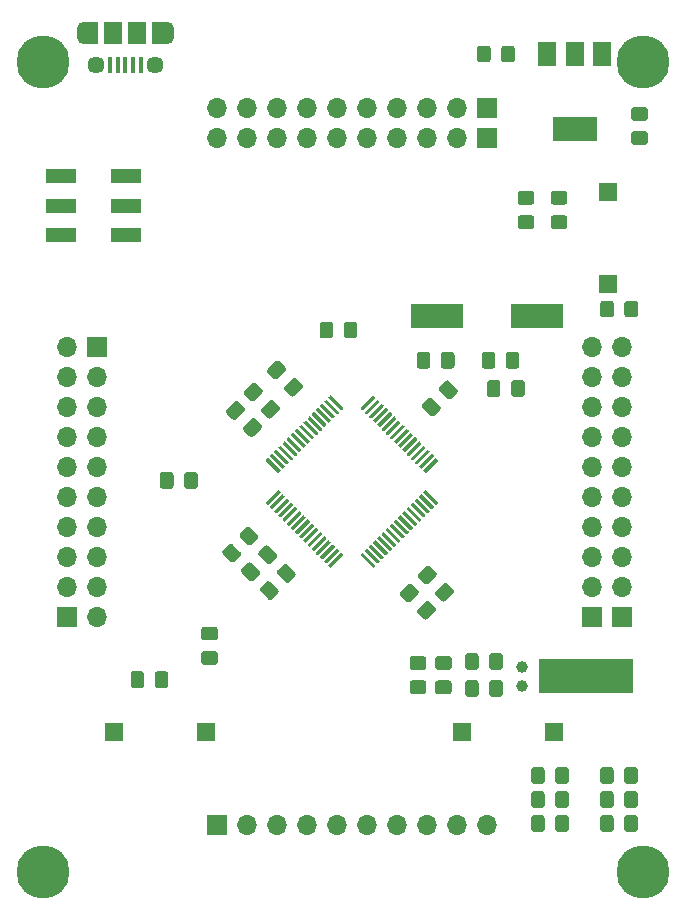
<source format=gbr>
G04 #@! TF.GenerationSoftware,KiCad,Pcbnew,(5.1.5)-3*
G04 #@! TF.CreationDate,2020-01-04T01:11:27+07:00*
G04 #@! TF.ProjectId,main,6d61696e-2e6b-4696-9361-645f70636258,1.2*
G04 #@! TF.SameCoordinates,Original*
G04 #@! TF.FileFunction,Soldermask,Top*
G04 #@! TF.FilePolarity,Negative*
%FSLAX46Y46*%
G04 Gerber Fmt 4.6, Leading zero omitted, Abs format (unit mm)*
G04 Created by KiCad (PCBNEW (5.1.5)-3) date 2020-01-04 01:11:27*
%MOMM*%
%LPD*%
G04 APERTURE LIST*
%ADD10C,0.100000*%
%ADD11O,1.700000X1.700000*%
%ADD12R,1.700000X1.700000*%
%ADD13R,2.500000X1.200000*%
%ADD14R,8.000000X3.000000*%
%ADD15C,1.000000*%
%ADD16R,1.200000X1.900000*%
%ADD17O,1.200000X1.900000*%
%ADD18R,1.500000X1.900000*%
%ADD19C,1.450000*%
%ADD20R,0.400000X1.350000*%
%ADD21R,1.500000X1.500000*%
%ADD22C,4.500000*%
%ADD23R,1.500000X2.000000*%
%ADD24R,3.800000X2.000000*%
%ADD25R,4.500000X2.000000*%
G04 APERTURE END LIST*
D10*
G36*
X124624505Y-97501204D02*
G01*
X124648773Y-97504804D01*
X124672572Y-97510765D01*
X124695671Y-97519030D01*
X124717850Y-97529520D01*
X124738893Y-97542132D01*
X124758599Y-97556747D01*
X124776777Y-97573223D01*
X124793253Y-97591401D01*
X124807868Y-97611107D01*
X124820480Y-97632150D01*
X124830970Y-97654329D01*
X124839235Y-97677428D01*
X124845196Y-97701227D01*
X124848796Y-97725495D01*
X124850000Y-97749999D01*
X124850000Y-98650001D01*
X124848796Y-98674505D01*
X124845196Y-98698773D01*
X124839235Y-98722572D01*
X124830970Y-98745671D01*
X124820480Y-98767850D01*
X124807868Y-98788893D01*
X124793253Y-98808599D01*
X124776777Y-98826777D01*
X124758599Y-98843253D01*
X124738893Y-98857868D01*
X124717850Y-98870480D01*
X124695671Y-98880970D01*
X124672572Y-98889235D01*
X124648773Y-98895196D01*
X124624505Y-98898796D01*
X124600001Y-98900000D01*
X123949999Y-98900000D01*
X123925495Y-98898796D01*
X123901227Y-98895196D01*
X123877428Y-98889235D01*
X123854329Y-98880970D01*
X123832150Y-98870480D01*
X123811107Y-98857868D01*
X123791401Y-98843253D01*
X123773223Y-98826777D01*
X123756747Y-98808599D01*
X123742132Y-98788893D01*
X123729520Y-98767850D01*
X123719030Y-98745671D01*
X123710765Y-98722572D01*
X123704804Y-98698773D01*
X123701204Y-98674505D01*
X123700000Y-98650001D01*
X123700000Y-97749999D01*
X123701204Y-97725495D01*
X123704804Y-97701227D01*
X123710765Y-97677428D01*
X123719030Y-97654329D01*
X123729520Y-97632150D01*
X123742132Y-97611107D01*
X123756747Y-97591401D01*
X123773223Y-97573223D01*
X123791401Y-97556747D01*
X123811107Y-97542132D01*
X123832150Y-97529520D01*
X123854329Y-97519030D01*
X123877428Y-97510765D01*
X123901227Y-97504804D01*
X123925495Y-97501204D01*
X123949999Y-97500000D01*
X124600001Y-97500000D01*
X124624505Y-97501204D01*
G37*
G36*
X126674505Y-97501204D02*
G01*
X126698773Y-97504804D01*
X126722572Y-97510765D01*
X126745671Y-97519030D01*
X126767850Y-97529520D01*
X126788893Y-97542132D01*
X126808599Y-97556747D01*
X126826777Y-97573223D01*
X126843253Y-97591401D01*
X126857868Y-97611107D01*
X126870480Y-97632150D01*
X126880970Y-97654329D01*
X126889235Y-97677428D01*
X126895196Y-97701227D01*
X126898796Y-97725495D01*
X126900000Y-97749999D01*
X126900000Y-98650001D01*
X126898796Y-98674505D01*
X126895196Y-98698773D01*
X126889235Y-98722572D01*
X126880970Y-98745671D01*
X126870480Y-98767850D01*
X126857868Y-98788893D01*
X126843253Y-98808599D01*
X126826777Y-98826777D01*
X126808599Y-98843253D01*
X126788893Y-98857868D01*
X126767850Y-98870480D01*
X126745671Y-98880970D01*
X126722572Y-98889235D01*
X126698773Y-98895196D01*
X126674505Y-98898796D01*
X126650001Y-98900000D01*
X125999999Y-98900000D01*
X125975495Y-98898796D01*
X125951227Y-98895196D01*
X125927428Y-98889235D01*
X125904329Y-98880970D01*
X125882150Y-98870480D01*
X125861107Y-98857868D01*
X125841401Y-98843253D01*
X125823223Y-98826777D01*
X125806747Y-98808599D01*
X125792132Y-98788893D01*
X125779520Y-98767850D01*
X125769030Y-98745671D01*
X125760765Y-98722572D01*
X125754804Y-98698773D01*
X125751204Y-98674505D01*
X125750000Y-98650001D01*
X125750000Y-97749999D01*
X125751204Y-97725495D01*
X125754804Y-97701227D01*
X125760765Y-97677428D01*
X125769030Y-97654329D01*
X125779520Y-97632150D01*
X125792132Y-97611107D01*
X125806747Y-97591401D01*
X125823223Y-97573223D01*
X125841401Y-97556747D01*
X125861107Y-97542132D01*
X125882150Y-97529520D01*
X125904329Y-97519030D01*
X125927428Y-97510765D01*
X125951227Y-97504804D01*
X125975495Y-97501204D01*
X125999999Y-97500000D01*
X126650001Y-97500000D01*
X126674505Y-97501204D01*
G37*
G36*
X128374505Y-110601204D02*
G01*
X128398773Y-110604804D01*
X128422572Y-110610765D01*
X128445671Y-110619030D01*
X128467850Y-110629520D01*
X128488893Y-110642132D01*
X128508599Y-110656747D01*
X128526777Y-110673223D01*
X128543253Y-110691401D01*
X128557868Y-110711107D01*
X128570480Y-110732150D01*
X128580970Y-110754329D01*
X128589235Y-110777428D01*
X128595196Y-110801227D01*
X128598796Y-110825495D01*
X128600000Y-110849999D01*
X128600000Y-111500001D01*
X128598796Y-111524505D01*
X128595196Y-111548773D01*
X128589235Y-111572572D01*
X128580970Y-111595671D01*
X128570480Y-111617850D01*
X128557868Y-111638893D01*
X128543253Y-111658599D01*
X128526777Y-111676777D01*
X128508599Y-111693253D01*
X128488893Y-111707868D01*
X128467850Y-111720480D01*
X128445671Y-111730970D01*
X128422572Y-111739235D01*
X128398773Y-111745196D01*
X128374505Y-111748796D01*
X128350001Y-111750000D01*
X127449999Y-111750000D01*
X127425495Y-111748796D01*
X127401227Y-111745196D01*
X127377428Y-111739235D01*
X127354329Y-111730970D01*
X127332150Y-111720480D01*
X127311107Y-111707868D01*
X127291401Y-111693253D01*
X127273223Y-111676777D01*
X127256747Y-111658599D01*
X127242132Y-111638893D01*
X127229520Y-111617850D01*
X127219030Y-111595671D01*
X127210765Y-111572572D01*
X127204804Y-111548773D01*
X127201204Y-111524505D01*
X127200000Y-111500001D01*
X127200000Y-110849999D01*
X127201204Y-110825495D01*
X127204804Y-110801227D01*
X127210765Y-110777428D01*
X127219030Y-110754329D01*
X127229520Y-110732150D01*
X127242132Y-110711107D01*
X127256747Y-110691401D01*
X127273223Y-110673223D01*
X127291401Y-110656747D01*
X127311107Y-110642132D01*
X127332150Y-110629520D01*
X127354329Y-110619030D01*
X127377428Y-110610765D01*
X127401227Y-110604804D01*
X127425495Y-110601204D01*
X127449999Y-110600000D01*
X128350001Y-110600000D01*
X128374505Y-110601204D01*
G37*
G36*
X128374505Y-112651204D02*
G01*
X128398773Y-112654804D01*
X128422572Y-112660765D01*
X128445671Y-112669030D01*
X128467850Y-112679520D01*
X128488893Y-112692132D01*
X128508599Y-112706747D01*
X128526777Y-112723223D01*
X128543253Y-112741401D01*
X128557868Y-112761107D01*
X128570480Y-112782150D01*
X128580970Y-112804329D01*
X128589235Y-112827428D01*
X128595196Y-112851227D01*
X128598796Y-112875495D01*
X128600000Y-112899999D01*
X128600000Y-113550001D01*
X128598796Y-113574505D01*
X128595196Y-113598773D01*
X128589235Y-113622572D01*
X128580970Y-113645671D01*
X128570480Y-113667850D01*
X128557868Y-113688893D01*
X128543253Y-113708599D01*
X128526777Y-113726777D01*
X128508599Y-113743253D01*
X128488893Y-113757868D01*
X128467850Y-113770480D01*
X128445671Y-113780970D01*
X128422572Y-113789235D01*
X128398773Y-113795196D01*
X128374505Y-113798796D01*
X128350001Y-113800000D01*
X127449999Y-113800000D01*
X127425495Y-113798796D01*
X127401227Y-113795196D01*
X127377428Y-113789235D01*
X127354329Y-113780970D01*
X127332150Y-113770480D01*
X127311107Y-113757868D01*
X127291401Y-113743253D01*
X127273223Y-113726777D01*
X127256747Y-113708599D01*
X127242132Y-113688893D01*
X127229520Y-113667850D01*
X127219030Y-113645671D01*
X127210765Y-113622572D01*
X127204804Y-113598773D01*
X127201204Y-113574505D01*
X127200000Y-113550001D01*
X127200000Y-112899999D01*
X127201204Y-112875495D01*
X127204804Y-112851227D01*
X127210765Y-112827428D01*
X127219030Y-112804329D01*
X127229520Y-112782150D01*
X127242132Y-112761107D01*
X127256747Y-112741401D01*
X127273223Y-112723223D01*
X127291401Y-112706747D01*
X127311107Y-112692132D01*
X127332150Y-112679520D01*
X127354329Y-112669030D01*
X127377428Y-112660765D01*
X127401227Y-112654804D01*
X127425495Y-112651204D01*
X127449999Y-112650000D01*
X128350001Y-112650000D01*
X128374505Y-112651204D01*
G37*
G36*
X124183505Y-114363204D02*
G01*
X124207773Y-114366804D01*
X124231572Y-114372765D01*
X124254671Y-114381030D01*
X124276850Y-114391520D01*
X124297893Y-114404132D01*
X124317599Y-114418747D01*
X124335777Y-114435223D01*
X124352253Y-114453401D01*
X124366868Y-114473107D01*
X124379480Y-114494150D01*
X124389970Y-114516329D01*
X124398235Y-114539428D01*
X124404196Y-114563227D01*
X124407796Y-114587495D01*
X124409000Y-114611999D01*
X124409000Y-115512001D01*
X124407796Y-115536505D01*
X124404196Y-115560773D01*
X124398235Y-115584572D01*
X124389970Y-115607671D01*
X124379480Y-115629850D01*
X124366868Y-115650893D01*
X124352253Y-115670599D01*
X124335777Y-115688777D01*
X124317599Y-115705253D01*
X124297893Y-115719868D01*
X124276850Y-115732480D01*
X124254671Y-115742970D01*
X124231572Y-115751235D01*
X124207773Y-115757196D01*
X124183505Y-115760796D01*
X124159001Y-115762000D01*
X123508999Y-115762000D01*
X123484495Y-115760796D01*
X123460227Y-115757196D01*
X123436428Y-115751235D01*
X123413329Y-115742970D01*
X123391150Y-115732480D01*
X123370107Y-115719868D01*
X123350401Y-115705253D01*
X123332223Y-115688777D01*
X123315747Y-115670599D01*
X123301132Y-115650893D01*
X123288520Y-115629850D01*
X123278030Y-115607671D01*
X123269765Y-115584572D01*
X123263804Y-115560773D01*
X123260204Y-115536505D01*
X123259000Y-115512001D01*
X123259000Y-114611999D01*
X123260204Y-114587495D01*
X123263804Y-114563227D01*
X123269765Y-114539428D01*
X123278030Y-114516329D01*
X123288520Y-114494150D01*
X123301132Y-114473107D01*
X123315747Y-114453401D01*
X123332223Y-114435223D01*
X123350401Y-114418747D01*
X123370107Y-114404132D01*
X123391150Y-114391520D01*
X123413329Y-114381030D01*
X123436428Y-114372765D01*
X123460227Y-114366804D01*
X123484495Y-114363204D01*
X123508999Y-114362000D01*
X124159001Y-114362000D01*
X124183505Y-114363204D01*
G37*
G36*
X122133505Y-114363204D02*
G01*
X122157773Y-114366804D01*
X122181572Y-114372765D01*
X122204671Y-114381030D01*
X122226850Y-114391520D01*
X122247893Y-114404132D01*
X122267599Y-114418747D01*
X122285777Y-114435223D01*
X122302253Y-114453401D01*
X122316868Y-114473107D01*
X122329480Y-114494150D01*
X122339970Y-114516329D01*
X122348235Y-114539428D01*
X122354196Y-114563227D01*
X122357796Y-114587495D01*
X122359000Y-114611999D01*
X122359000Y-115512001D01*
X122357796Y-115536505D01*
X122354196Y-115560773D01*
X122348235Y-115584572D01*
X122339970Y-115607671D01*
X122329480Y-115629850D01*
X122316868Y-115650893D01*
X122302253Y-115670599D01*
X122285777Y-115688777D01*
X122267599Y-115705253D01*
X122247893Y-115719868D01*
X122226850Y-115732480D01*
X122204671Y-115742970D01*
X122181572Y-115751235D01*
X122157773Y-115757196D01*
X122133505Y-115760796D01*
X122109001Y-115762000D01*
X121458999Y-115762000D01*
X121434495Y-115760796D01*
X121410227Y-115757196D01*
X121386428Y-115751235D01*
X121363329Y-115742970D01*
X121341150Y-115732480D01*
X121320107Y-115719868D01*
X121300401Y-115705253D01*
X121282223Y-115688777D01*
X121265747Y-115670599D01*
X121251132Y-115650893D01*
X121238520Y-115629850D01*
X121228030Y-115607671D01*
X121219765Y-115584572D01*
X121213804Y-115560773D01*
X121210204Y-115536505D01*
X121209000Y-115512001D01*
X121209000Y-114611999D01*
X121210204Y-114587495D01*
X121213804Y-114563227D01*
X121219765Y-114539428D01*
X121228030Y-114516329D01*
X121238520Y-114494150D01*
X121251132Y-114473107D01*
X121265747Y-114453401D01*
X121282223Y-114435223D01*
X121300401Y-114418747D01*
X121320107Y-114404132D01*
X121341150Y-114391520D01*
X121363329Y-114381030D01*
X121386428Y-114372765D01*
X121410227Y-114366804D01*
X121434495Y-114363204D01*
X121458999Y-114362000D01*
X122109001Y-114362000D01*
X122133505Y-114363204D01*
G37*
G36*
X152308705Y-89725204D02*
G01*
X152332973Y-89728804D01*
X152356772Y-89734765D01*
X152379871Y-89743030D01*
X152402050Y-89753520D01*
X152423093Y-89766132D01*
X152442799Y-89780747D01*
X152460977Y-89797223D01*
X152477453Y-89815401D01*
X152492068Y-89835107D01*
X152504680Y-89856150D01*
X152515170Y-89878329D01*
X152523435Y-89901428D01*
X152529396Y-89925227D01*
X152532996Y-89949495D01*
X152534200Y-89973999D01*
X152534200Y-90874001D01*
X152532996Y-90898505D01*
X152529396Y-90922773D01*
X152523435Y-90946572D01*
X152515170Y-90969671D01*
X152504680Y-90991850D01*
X152492068Y-91012893D01*
X152477453Y-91032599D01*
X152460977Y-91050777D01*
X152442799Y-91067253D01*
X152423093Y-91081868D01*
X152402050Y-91094480D01*
X152379871Y-91104970D01*
X152356772Y-91113235D01*
X152332973Y-91119196D01*
X152308705Y-91122796D01*
X152284201Y-91124000D01*
X151634199Y-91124000D01*
X151609695Y-91122796D01*
X151585427Y-91119196D01*
X151561628Y-91113235D01*
X151538529Y-91104970D01*
X151516350Y-91094480D01*
X151495307Y-91081868D01*
X151475601Y-91067253D01*
X151457423Y-91050777D01*
X151440947Y-91032599D01*
X151426332Y-91012893D01*
X151413720Y-90991850D01*
X151403230Y-90969671D01*
X151394965Y-90946572D01*
X151389004Y-90922773D01*
X151385404Y-90898505D01*
X151384200Y-90874001D01*
X151384200Y-89973999D01*
X151385404Y-89949495D01*
X151389004Y-89925227D01*
X151394965Y-89901428D01*
X151403230Y-89878329D01*
X151413720Y-89856150D01*
X151426332Y-89835107D01*
X151440947Y-89815401D01*
X151457423Y-89797223D01*
X151475601Y-89780747D01*
X151495307Y-89766132D01*
X151516350Y-89753520D01*
X151538529Y-89743030D01*
X151561628Y-89734765D01*
X151585427Y-89728804D01*
X151609695Y-89725204D01*
X151634199Y-89724000D01*
X152284201Y-89724000D01*
X152308705Y-89725204D01*
G37*
G36*
X154358705Y-89725204D02*
G01*
X154382973Y-89728804D01*
X154406772Y-89734765D01*
X154429871Y-89743030D01*
X154452050Y-89753520D01*
X154473093Y-89766132D01*
X154492799Y-89780747D01*
X154510977Y-89797223D01*
X154527453Y-89815401D01*
X154542068Y-89835107D01*
X154554680Y-89856150D01*
X154565170Y-89878329D01*
X154573435Y-89901428D01*
X154579396Y-89925227D01*
X154582996Y-89949495D01*
X154584200Y-89973999D01*
X154584200Y-90874001D01*
X154582996Y-90898505D01*
X154579396Y-90922773D01*
X154573435Y-90946572D01*
X154565170Y-90969671D01*
X154554680Y-90991850D01*
X154542068Y-91012893D01*
X154527453Y-91032599D01*
X154510977Y-91050777D01*
X154492799Y-91067253D01*
X154473093Y-91081868D01*
X154452050Y-91094480D01*
X154429871Y-91104970D01*
X154406772Y-91113235D01*
X154382973Y-91119196D01*
X154358705Y-91122796D01*
X154334201Y-91124000D01*
X153684199Y-91124000D01*
X153659695Y-91122796D01*
X153635427Y-91119196D01*
X153611628Y-91113235D01*
X153588529Y-91104970D01*
X153566350Y-91094480D01*
X153545307Y-91081868D01*
X153525601Y-91067253D01*
X153507423Y-91050777D01*
X153490947Y-91032599D01*
X153476332Y-91012893D01*
X153463720Y-90991850D01*
X153453230Y-90969671D01*
X153444965Y-90946572D01*
X153439004Y-90922773D01*
X153435404Y-90898505D01*
X153434200Y-90874001D01*
X153434200Y-89973999D01*
X153435404Y-89949495D01*
X153439004Y-89925227D01*
X153444965Y-89901428D01*
X153453230Y-89878329D01*
X153463720Y-89856150D01*
X153476332Y-89835107D01*
X153490947Y-89815401D01*
X153507423Y-89797223D01*
X153525601Y-89780747D01*
X153545307Y-89766132D01*
X153566350Y-89753520D01*
X153588529Y-89743030D01*
X153611628Y-89734765D01*
X153635427Y-89728804D01*
X153659695Y-89725204D01*
X153684199Y-89724000D01*
X154334201Y-89724000D01*
X154358705Y-89725204D01*
G37*
D11*
X115824000Y-86868000D03*
X115824000Y-89408000D03*
X115824000Y-91948000D03*
X115824000Y-94488000D03*
X115824000Y-97028000D03*
X115824000Y-99568000D03*
X115824000Y-102108000D03*
X115824000Y-104648000D03*
X115824000Y-107188000D03*
D12*
X115824000Y-109728000D03*
D11*
X118364000Y-109738000D03*
X118364000Y-107198000D03*
X118364000Y-104658000D03*
X118364000Y-102118000D03*
X118364000Y-99578000D03*
X118364000Y-97038000D03*
X118364000Y-94498000D03*
X118364000Y-91958000D03*
X118364000Y-89418000D03*
D12*
X118364000Y-86878000D03*
D11*
X151384000Y-127348000D03*
X148844000Y-127348000D03*
X146304000Y-127348000D03*
X143764000Y-127348000D03*
X141224000Y-127348000D03*
X138684000Y-127348000D03*
X136144000Y-127348000D03*
X133604000Y-127348000D03*
X131064000Y-127348000D03*
D12*
X128524000Y-127348000D03*
D11*
X160274000Y-86868000D03*
X160274000Y-89408000D03*
X160274000Y-91948000D03*
X160274000Y-94488000D03*
X160274000Y-97028000D03*
X160274000Y-99568000D03*
X160274000Y-102108000D03*
X160274000Y-104648000D03*
X160274000Y-107188000D03*
D12*
X160274000Y-109728000D03*
D11*
X162814000Y-86868000D03*
X162814000Y-89408000D03*
X162814000Y-91948000D03*
X162814000Y-94488000D03*
X162814000Y-97028000D03*
X162814000Y-99568000D03*
X162814000Y-102108000D03*
X162814000Y-104648000D03*
X162814000Y-107188000D03*
D12*
X162814000Y-109728000D03*
D11*
X128524000Y-66708000D03*
X131064000Y-66708000D03*
X133604000Y-66708000D03*
X136144000Y-66708000D03*
X138684000Y-66708000D03*
X141224000Y-66708000D03*
X143764000Y-66708000D03*
X146304000Y-66708000D03*
X148844000Y-66708000D03*
D12*
X151384000Y-66708000D03*
D11*
X128524000Y-69248000D03*
X131064000Y-69248000D03*
X133604000Y-69248000D03*
X136144000Y-69248000D03*
X138684000Y-69248000D03*
X141224000Y-69248000D03*
X143764000Y-69248000D03*
X146304000Y-69248000D03*
X148844000Y-69248000D03*
D12*
X151384000Y-69248000D03*
D13*
X120860000Y-72430000D03*
X120860000Y-74930000D03*
X120860000Y-77430000D03*
X115360000Y-77430000D03*
X115360000Y-74930000D03*
X115360000Y-72430000D03*
D14*
X159812000Y-114800000D03*
D15*
X154336000Y-113972000D03*
X154336000Y-115623000D03*
D10*
G36*
X161904825Y-82989124D02*
G01*
X161929093Y-82992724D01*
X161952892Y-82998685D01*
X161975991Y-83006950D01*
X161998170Y-83017440D01*
X162019213Y-83030052D01*
X162038919Y-83044667D01*
X162057097Y-83061143D01*
X162073573Y-83079321D01*
X162088188Y-83099027D01*
X162100800Y-83120070D01*
X162111290Y-83142249D01*
X162119555Y-83165348D01*
X162125516Y-83189147D01*
X162129116Y-83213415D01*
X162130320Y-83237919D01*
X162130320Y-84137921D01*
X162129116Y-84162425D01*
X162125516Y-84186693D01*
X162119555Y-84210492D01*
X162111290Y-84233591D01*
X162100800Y-84255770D01*
X162088188Y-84276813D01*
X162073573Y-84296519D01*
X162057097Y-84314697D01*
X162038919Y-84331173D01*
X162019213Y-84345788D01*
X161998170Y-84358400D01*
X161975991Y-84368890D01*
X161952892Y-84377155D01*
X161929093Y-84383116D01*
X161904825Y-84386716D01*
X161880321Y-84387920D01*
X161230319Y-84387920D01*
X161205815Y-84386716D01*
X161181547Y-84383116D01*
X161157748Y-84377155D01*
X161134649Y-84368890D01*
X161112470Y-84358400D01*
X161091427Y-84345788D01*
X161071721Y-84331173D01*
X161053543Y-84314697D01*
X161037067Y-84296519D01*
X161022452Y-84276813D01*
X161009840Y-84255770D01*
X160999350Y-84233591D01*
X160991085Y-84210492D01*
X160985124Y-84186693D01*
X160981524Y-84162425D01*
X160980320Y-84137921D01*
X160980320Y-83237919D01*
X160981524Y-83213415D01*
X160985124Y-83189147D01*
X160991085Y-83165348D01*
X160999350Y-83142249D01*
X161009840Y-83120070D01*
X161022452Y-83099027D01*
X161037067Y-83079321D01*
X161053543Y-83061143D01*
X161071721Y-83044667D01*
X161091427Y-83030052D01*
X161112470Y-83017440D01*
X161134649Y-83006950D01*
X161157748Y-82998685D01*
X161181547Y-82992724D01*
X161205815Y-82989124D01*
X161230319Y-82987920D01*
X161880321Y-82987920D01*
X161904825Y-82989124D01*
G37*
G36*
X163954825Y-82989124D02*
G01*
X163979093Y-82992724D01*
X164002892Y-82998685D01*
X164025991Y-83006950D01*
X164048170Y-83017440D01*
X164069213Y-83030052D01*
X164088919Y-83044667D01*
X164107097Y-83061143D01*
X164123573Y-83079321D01*
X164138188Y-83099027D01*
X164150800Y-83120070D01*
X164161290Y-83142249D01*
X164169555Y-83165348D01*
X164175516Y-83189147D01*
X164179116Y-83213415D01*
X164180320Y-83237919D01*
X164180320Y-84137921D01*
X164179116Y-84162425D01*
X164175516Y-84186693D01*
X164169555Y-84210492D01*
X164161290Y-84233591D01*
X164150800Y-84255770D01*
X164138188Y-84276813D01*
X164123573Y-84296519D01*
X164107097Y-84314697D01*
X164088919Y-84331173D01*
X164069213Y-84345788D01*
X164048170Y-84358400D01*
X164025991Y-84368890D01*
X164002892Y-84377155D01*
X163979093Y-84383116D01*
X163954825Y-84386716D01*
X163930321Y-84387920D01*
X163280319Y-84387920D01*
X163255815Y-84386716D01*
X163231547Y-84383116D01*
X163207748Y-84377155D01*
X163184649Y-84368890D01*
X163162470Y-84358400D01*
X163141427Y-84345788D01*
X163121721Y-84331173D01*
X163103543Y-84314697D01*
X163087067Y-84296519D01*
X163072452Y-84276813D01*
X163059840Y-84255770D01*
X163049350Y-84233591D01*
X163041085Y-84210492D01*
X163035124Y-84186693D01*
X163031524Y-84162425D01*
X163030320Y-84137921D01*
X163030320Y-83237919D01*
X163031524Y-83213415D01*
X163035124Y-83189147D01*
X163041085Y-83165348D01*
X163049350Y-83142249D01*
X163059840Y-83120070D01*
X163072452Y-83099027D01*
X163087067Y-83079321D01*
X163103543Y-83061143D01*
X163121721Y-83044667D01*
X163141427Y-83030052D01*
X163162470Y-83017440D01*
X163184649Y-83006950D01*
X163207748Y-82998685D01*
X163231547Y-82992724D01*
X163255815Y-82989124D01*
X163280319Y-82987920D01*
X163930321Y-82987920D01*
X163954825Y-82989124D01*
G37*
G36*
X146365105Y-87337604D02*
G01*
X146389373Y-87341204D01*
X146413172Y-87347165D01*
X146436271Y-87355430D01*
X146458450Y-87365920D01*
X146479493Y-87378532D01*
X146499199Y-87393147D01*
X146517377Y-87409623D01*
X146533853Y-87427801D01*
X146548468Y-87447507D01*
X146561080Y-87468550D01*
X146571570Y-87490729D01*
X146579835Y-87513828D01*
X146585796Y-87537627D01*
X146589396Y-87561895D01*
X146590600Y-87586399D01*
X146590600Y-88486401D01*
X146589396Y-88510905D01*
X146585796Y-88535173D01*
X146579835Y-88558972D01*
X146571570Y-88582071D01*
X146561080Y-88604250D01*
X146548468Y-88625293D01*
X146533853Y-88644999D01*
X146517377Y-88663177D01*
X146499199Y-88679653D01*
X146479493Y-88694268D01*
X146458450Y-88706880D01*
X146436271Y-88717370D01*
X146413172Y-88725635D01*
X146389373Y-88731596D01*
X146365105Y-88735196D01*
X146340601Y-88736400D01*
X145690599Y-88736400D01*
X145666095Y-88735196D01*
X145641827Y-88731596D01*
X145618028Y-88725635D01*
X145594929Y-88717370D01*
X145572750Y-88706880D01*
X145551707Y-88694268D01*
X145532001Y-88679653D01*
X145513823Y-88663177D01*
X145497347Y-88644999D01*
X145482732Y-88625293D01*
X145470120Y-88604250D01*
X145459630Y-88582071D01*
X145451365Y-88558972D01*
X145445404Y-88535173D01*
X145441804Y-88510905D01*
X145440600Y-88486401D01*
X145440600Y-87586399D01*
X145441804Y-87561895D01*
X145445404Y-87537627D01*
X145451365Y-87513828D01*
X145459630Y-87490729D01*
X145470120Y-87468550D01*
X145482732Y-87447507D01*
X145497347Y-87427801D01*
X145513823Y-87409623D01*
X145532001Y-87393147D01*
X145551707Y-87378532D01*
X145572750Y-87365920D01*
X145594929Y-87355430D01*
X145618028Y-87347165D01*
X145641827Y-87341204D01*
X145666095Y-87337604D01*
X145690599Y-87336400D01*
X146340601Y-87336400D01*
X146365105Y-87337604D01*
G37*
G36*
X148415105Y-87337604D02*
G01*
X148439373Y-87341204D01*
X148463172Y-87347165D01*
X148486271Y-87355430D01*
X148508450Y-87365920D01*
X148529493Y-87378532D01*
X148549199Y-87393147D01*
X148567377Y-87409623D01*
X148583853Y-87427801D01*
X148598468Y-87447507D01*
X148611080Y-87468550D01*
X148621570Y-87490729D01*
X148629835Y-87513828D01*
X148635796Y-87537627D01*
X148639396Y-87561895D01*
X148640600Y-87586399D01*
X148640600Y-88486401D01*
X148639396Y-88510905D01*
X148635796Y-88535173D01*
X148629835Y-88558972D01*
X148621570Y-88582071D01*
X148611080Y-88604250D01*
X148598468Y-88625293D01*
X148583853Y-88644999D01*
X148567377Y-88663177D01*
X148549199Y-88679653D01*
X148529493Y-88694268D01*
X148508450Y-88706880D01*
X148486271Y-88717370D01*
X148463172Y-88725635D01*
X148439373Y-88731596D01*
X148415105Y-88735196D01*
X148390601Y-88736400D01*
X147740599Y-88736400D01*
X147716095Y-88735196D01*
X147691827Y-88731596D01*
X147668028Y-88725635D01*
X147644929Y-88717370D01*
X147622750Y-88706880D01*
X147601707Y-88694268D01*
X147582001Y-88679653D01*
X147563823Y-88663177D01*
X147547347Y-88644999D01*
X147532732Y-88625293D01*
X147520120Y-88604250D01*
X147509630Y-88582071D01*
X147501365Y-88558972D01*
X147495404Y-88535173D01*
X147491804Y-88510905D01*
X147490600Y-88486401D01*
X147490600Y-87586399D01*
X147491804Y-87561895D01*
X147495404Y-87537627D01*
X147501365Y-87513828D01*
X147509630Y-87490729D01*
X147520120Y-87468550D01*
X147532732Y-87447507D01*
X147547347Y-87427801D01*
X147563823Y-87409623D01*
X147582001Y-87393147D01*
X147601707Y-87378532D01*
X147622750Y-87365920D01*
X147644929Y-87355430D01*
X147668028Y-87347165D01*
X147691827Y-87341204D01*
X147716095Y-87337604D01*
X147740599Y-87336400D01*
X148390601Y-87336400D01*
X148415105Y-87337604D01*
G37*
D16*
X123662000Y-60357500D03*
X117862000Y-60357500D03*
D17*
X117262000Y-60357500D03*
X124262000Y-60357500D03*
D18*
X121762000Y-60357500D03*
D19*
X118262000Y-63057500D03*
D20*
X120762000Y-63057500D03*
X120112000Y-63057500D03*
X119462000Y-63057500D03*
X122062000Y-63057500D03*
X121412000Y-63057500D03*
D19*
X123262000Y-63057500D03*
D18*
X119762000Y-60357500D03*
D21*
X161630000Y-73770000D03*
X161630000Y-81570000D03*
X119798000Y-119507000D03*
X127598000Y-119507000D03*
X157062000Y-119507000D03*
X149262000Y-119507000D03*
D10*
G36*
X164774505Y-68641204D02*
G01*
X164798773Y-68644804D01*
X164822572Y-68650765D01*
X164845671Y-68659030D01*
X164867850Y-68669520D01*
X164888893Y-68682132D01*
X164908599Y-68696747D01*
X164926777Y-68713223D01*
X164943253Y-68731401D01*
X164957868Y-68751107D01*
X164970480Y-68772150D01*
X164980970Y-68794329D01*
X164989235Y-68817428D01*
X164995196Y-68841227D01*
X164998796Y-68865495D01*
X165000000Y-68889999D01*
X165000000Y-69540001D01*
X164998796Y-69564505D01*
X164995196Y-69588773D01*
X164989235Y-69612572D01*
X164980970Y-69635671D01*
X164970480Y-69657850D01*
X164957868Y-69678893D01*
X164943253Y-69698599D01*
X164926777Y-69716777D01*
X164908599Y-69733253D01*
X164888893Y-69747868D01*
X164867850Y-69760480D01*
X164845671Y-69770970D01*
X164822572Y-69779235D01*
X164798773Y-69785196D01*
X164774505Y-69788796D01*
X164750001Y-69790000D01*
X163849999Y-69790000D01*
X163825495Y-69788796D01*
X163801227Y-69785196D01*
X163777428Y-69779235D01*
X163754329Y-69770970D01*
X163732150Y-69760480D01*
X163711107Y-69747868D01*
X163691401Y-69733253D01*
X163673223Y-69716777D01*
X163656747Y-69698599D01*
X163642132Y-69678893D01*
X163629520Y-69657850D01*
X163619030Y-69635671D01*
X163610765Y-69612572D01*
X163604804Y-69588773D01*
X163601204Y-69564505D01*
X163600000Y-69540001D01*
X163600000Y-68889999D01*
X163601204Y-68865495D01*
X163604804Y-68841227D01*
X163610765Y-68817428D01*
X163619030Y-68794329D01*
X163629520Y-68772150D01*
X163642132Y-68751107D01*
X163656747Y-68731401D01*
X163673223Y-68713223D01*
X163691401Y-68696747D01*
X163711107Y-68682132D01*
X163732150Y-68669520D01*
X163754329Y-68659030D01*
X163777428Y-68650765D01*
X163801227Y-68644804D01*
X163825495Y-68641204D01*
X163849999Y-68640000D01*
X164750001Y-68640000D01*
X164774505Y-68641204D01*
G37*
G36*
X164774505Y-66591204D02*
G01*
X164798773Y-66594804D01*
X164822572Y-66600765D01*
X164845671Y-66609030D01*
X164867850Y-66619520D01*
X164888893Y-66632132D01*
X164908599Y-66646747D01*
X164926777Y-66663223D01*
X164943253Y-66681401D01*
X164957868Y-66701107D01*
X164970480Y-66722150D01*
X164980970Y-66744329D01*
X164989235Y-66767428D01*
X164995196Y-66791227D01*
X164998796Y-66815495D01*
X165000000Y-66839999D01*
X165000000Y-67490001D01*
X164998796Y-67514505D01*
X164995196Y-67538773D01*
X164989235Y-67562572D01*
X164980970Y-67585671D01*
X164970480Y-67607850D01*
X164957868Y-67628893D01*
X164943253Y-67648599D01*
X164926777Y-67666777D01*
X164908599Y-67683253D01*
X164888893Y-67697868D01*
X164867850Y-67710480D01*
X164845671Y-67720970D01*
X164822572Y-67729235D01*
X164798773Y-67735196D01*
X164774505Y-67738796D01*
X164750001Y-67740000D01*
X163849999Y-67740000D01*
X163825495Y-67738796D01*
X163801227Y-67735196D01*
X163777428Y-67729235D01*
X163754329Y-67720970D01*
X163732150Y-67710480D01*
X163711107Y-67697868D01*
X163691401Y-67683253D01*
X163673223Y-67666777D01*
X163656747Y-67648599D01*
X163642132Y-67628893D01*
X163629520Y-67607850D01*
X163619030Y-67585671D01*
X163610765Y-67562572D01*
X163604804Y-67538773D01*
X163601204Y-67514505D01*
X163600000Y-67490001D01*
X163600000Y-66839999D01*
X163601204Y-66815495D01*
X163604804Y-66791227D01*
X163610765Y-66767428D01*
X163619030Y-66744329D01*
X163629520Y-66722150D01*
X163642132Y-66701107D01*
X163656747Y-66681401D01*
X163673223Y-66663223D01*
X163691401Y-66646747D01*
X163711107Y-66632132D01*
X163732150Y-66619520D01*
X163754329Y-66609030D01*
X163777428Y-66600765D01*
X163801227Y-66594804D01*
X163825495Y-66591204D01*
X163849999Y-66590000D01*
X164750001Y-66590000D01*
X164774505Y-66591204D01*
G37*
G36*
X146379676Y-108385980D02*
G01*
X146403944Y-108389580D01*
X146427743Y-108395541D01*
X146450842Y-108403806D01*
X146473021Y-108414296D01*
X146494064Y-108426908D01*
X146513770Y-108441523D01*
X146531948Y-108457999D01*
X146991569Y-108917620D01*
X147008045Y-108935798D01*
X147022660Y-108955504D01*
X147035272Y-108976547D01*
X147045762Y-108998726D01*
X147054027Y-109021825D01*
X147059988Y-109045624D01*
X147063588Y-109069892D01*
X147064792Y-109094396D01*
X147063588Y-109118900D01*
X147059988Y-109143168D01*
X147054027Y-109166967D01*
X147045762Y-109190066D01*
X147035272Y-109212245D01*
X147022660Y-109233288D01*
X147008045Y-109252994D01*
X146991569Y-109271172D01*
X146355172Y-109907569D01*
X146336994Y-109924045D01*
X146317288Y-109938660D01*
X146296245Y-109951272D01*
X146274066Y-109961762D01*
X146250967Y-109970027D01*
X146227168Y-109975988D01*
X146202900Y-109979588D01*
X146178396Y-109980792D01*
X146153892Y-109979588D01*
X146129624Y-109975988D01*
X146105825Y-109970027D01*
X146082726Y-109961762D01*
X146060547Y-109951272D01*
X146039504Y-109938660D01*
X146019798Y-109924045D01*
X146001620Y-109907569D01*
X145541999Y-109447948D01*
X145525523Y-109429770D01*
X145510908Y-109410064D01*
X145498296Y-109389021D01*
X145487806Y-109366842D01*
X145479541Y-109343743D01*
X145473580Y-109319944D01*
X145469980Y-109295676D01*
X145468776Y-109271172D01*
X145469980Y-109246668D01*
X145473580Y-109222400D01*
X145479541Y-109198601D01*
X145487806Y-109175502D01*
X145498296Y-109153323D01*
X145510908Y-109132280D01*
X145525523Y-109112574D01*
X145541999Y-109094396D01*
X146178396Y-108457999D01*
X146196574Y-108441523D01*
X146216280Y-108426908D01*
X146237323Y-108414296D01*
X146259502Y-108403806D01*
X146282601Y-108395541D01*
X146306400Y-108389580D01*
X146330668Y-108385980D01*
X146355172Y-108384776D01*
X146379676Y-108385980D01*
G37*
G36*
X144930108Y-106936412D02*
G01*
X144954376Y-106940012D01*
X144978175Y-106945973D01*
X145001274Y-106954238D01*
X145023453Y-106964728D01*
X145044496Y-106977340D01*
X145064202Y-106991955D01*
X145082380Y-107008431D01*
X145542001Y-107468052D01*
X145558477Y-107486230D01*
X145573092Y-107505936D01*
X145585704Y-107526979D01*
X145596194Y-107549158D01*
X145604459Y-107572257D01*
X145610420Y-107596056D01*
X145614020Y-107620324D01*
X145615224Y-107644828D01*
X145614020Y-107669332D01*
X145610420Y-107693600D01*
X145604459Y-107717399D01*
X145596194Y-107740498D01*
X145585704Y-107762677D01*
X145573092Y-107783720D01*
X145558477Y-107803426D01*
X145542001Y-107821604D01*
X144905604Y-108458001D01*
X144887426Y-108474477D01*
X144867720Y-108489092D01*
X144846677Y-108501704D01*
X144824498Y-108512194D01*
X144801399Y-108520459D01*
X144777600Y-108526420D01*
X144753332Y-108530020D01*
X144728828Y-108531224D01*
X144704324Y-108530020D01*
X144680056Y-108526420D01*
X144656257Y-108520459D01*
X144633158Y-108512194D01*
X144610979Y-108501704D01*
X144589936Y-108489092D01*
X144570230Y-108474477D01*
X144552052Y-108458001D01*
X144092431Y-107998380D01*
X144075955Y-107980202D01*
X144061340Y-107960496D01*
X144048728Y-107939453D01*
X144038238Y-107917274D01*
X144029973Y-107894175D01*
X144024012Y-107870376D01*
X144020412Y-107846108D01*
X144019208Y-107821604D01*
X144020412Y-107797100D01*
X144024012Y-107772832D01*
X144029973Y-107749033D01*
X144038238Y-107725934D01*
X144048728Y-107703755D01*
X144061340Y-107682712D01*
X144075955Y-107663006D01*
X144092431Y-107644828D01*
X144728828Y-107008431D01*
X144747006Y-106991955D01*
X144766712Y-106977340D01*
X144787755Y-106964728D01*
X144809934Y-106954238D01*
X144833033Y-106945973D01*
X144856832Y-106940012D01*
X144881100Y-106936412D01*
X144905604Y-106935208D01*
X144930108Y-106936412D01*
G37*
G36*
X152504505Y-115125204D02*
G01*
X152528773Y-115128804D01*
X152552572Y-115134765D01*
X152575671Y-115143030D01*
X152597850Y-115153520D01*
X152618893Y-115166132D01*
X152638599Y-115180747D01*
X152656777Y-115197223D01*
X152673253Y-115215401D01*
X152687868Y-115235107D01*
X152700480Y-115256150D01*
X152710970Y-115278329D01*
X152719235Y-115301428D01*
X152725196Y-115325227D01*
X152728796Y-115349495D01*
X152730000Y-115373999D01*
X152730000Y-116274001D01*
X152728796Y-116298505D01*
X152725196Y-116322773D01*
X152719235Y-116346572D01*
X152710970Y-116369671D01*
X152700480Y-116391850D01*
X152687868Y-116412893D01*
X152673253Y-116432599D01*
X152656777Y-116450777D01*
X152638599Y-116467253D01*
X152618893Y-116481868D01*
X152597850Y-116494480D01*
X152575671Y-116504970D01*
X152552572Y-116513235D01*
X152528773Y-116519196D01*
X152504505Y-116522796D01*
X152480001Y-116524000D01*
X151829999Y-116524000D01*
X151805495Y-116522796D01*
X151781227Y-116519196D01*
X151757428Y-116513235D01*
X151734329Y-116504970D01*
X151712150Y-116494480D01*
X151691107Y-116481868D01*
X151671401Y-116467253D01*
X151653223Y-116450777D01*
X151636747Y-116432599D01*
X151622132Y-116412893D01*
X151609520Y-116391850D01*
X151599030Y-116369671D01*
X151590765Y-116346572D01*
X151584804Y-116322773D01*
X151581204Y-116298505D01*
X151580000Y-116274001D01*
X151580000Y-115373999D01*
X151581204Y-115349495D01*
X151584804Y-115325227D01*
X151590765Y-115301428D01*
X151599030Y-115278329D01*
X151609520Y-115256150D01*
X151622132Y-115235107D01*
X151636747Y-115215401D01*
X151653223Y-115197223D01*
X151671401Y-115180747D01*
X151691107Y-115166132D01*
X151712150Y-115153520D01*
X151734329Y-115143030D01*
X151757428Y-115134765D01*
X151781227Y-115128804D01*
X151805495Y-115125204D01*
X151829999Y-115124000D01*
X152480001Y-115124000D01*
X152504505Y-115125204D01*
G37*
G36*
X150454505Y-115125204D02*
G01*
X150478773Y-115128804D01*
X150502572Y-115134765D01*
X150525671Y-115143030D01*
X150547850Y-115153520D01*
X150568893Y-115166132D01*
X150588599Y-115180747D01*
X150606777Y-115197223D01*
X150623253Y-115215401D01*
X150637868Y-115235107D01*
X150650480Y-115256150D01*
X150660970Y-115278329D01*
X150669235Y-115301428D01*
X150675196Y-115325227D01*
X150678796Y-115349495D01*
X150680000Y-115373999D01*
X150680000Y-116274001D01*
X150678796Y-116298505D01*
X150675196Y-116322773D01*
X150669235Y-116346572D01*
X150660970Y-116369671D01*
X150650480Y-116391850D01*
X150637868Y-116412893D01*
X150623253Y-116432599D01*
X150606777Y-116450777D01*
X150588599Y-116467253D01*
X150568893Y-116481868D01*
X150547850Y-116494480D01*
X150525671Y-116504970D01*
X150502572Y-116513235D01*
X150478773Y-116519196D01*
X150454505Y-116522796D01*
X150430001Y-116524000D01*
X149779999Y-116524000D01*
X149755495Y-116522796D01*
X149731227Y-116519196D01*
X149707428Y-116513235D01*
X149684329Y-116504970D01*
X149662150Y-116494480D01*
X149641107Y-116481868D01*
X149621401Y-116467253D01*
X149603223Y-116450777D01*
X149586747Y-116432599D01*
X149572132Y-116412893D01*
X149559520Y-116391850D01*
X149549030Y-116369671D01*
X149540765Y-116346572D01*
X149534804Y-116322773D01*
X149531204Y-116298505D01*
X149530000Y-116274001D01*
X149530000Y-115373999D01*
X149531204Y-115349495D01*
X149534804Y-115325227D01*
X149540765Y-115301428D01*
X149549030Y-115278329D01*
X149559520Y-115256150D01*
X149572132Y-115235107D01*
X149586747Y-115215401D01*
X149603223Y-115197223D01*
X149621401Y-115180747D01*
X149641107Y-115166132D01*
X149662150Y-115153520D01*
X149684329Y-115143030D01*
X149707428Y-115134765D01*
X149731227Y-115128804D01*
X149755495Y-115125204D01*
X149779999Y-115124000D01*
X150430001Y-115124000D01*
X150454505Y-115125204D01*
G37*
G36*
X151470505Y-61404204D02*
G01*
X151494773Y-61407804D01*
X151518572Y-61413765D01*
X151541671Y-61422030D01*
X151563850Y-61432520D01*
X151584893Y-61445132D01*
X151604599Y-61459747D01*
X151622777Y-61476223D01*
X151639253Y-61494401D01*
X151653868Y-61514107D01*
X151666480Y-61535150D01*
X151676970Y-61557329D01*
X151685235Y-61580428D01*
X151691196Y-61604227D01*
X151694796Y-61628495D01*
X151696000Y-61652999D01*
X151696000Y-62553001D01*
X151694796Y-62577505D01*
X151691196Y-62601773D01*
X151685235Y-62625572D01*
X151676970Y-62648671D01*
X151666480Y-62670850D01*
X151653868Y-62691893D01*
X151639253Y-62711599D01*
X151622777Y-62729777D01*
X151604599Y-62746253D01*
X151584893Y-62760868D01*
X151563850Y-62773480D01*
X151541671Y-62783970D01*
X151518572Y-62792235D01*
X151494773Y-62798196D01*
X151470505Y-62801796D01*
X151446001Y-62803000D01*
X150795999Y-62803000D01*
X150771495Y-62801796D01*
X150747227Y-62798196D01*
X150723428Y-62792235D01*
X150700329Y-62783970D01*
X150678150Y-62773480D01*
X150657107Y-62760868D01*
X150637401Y-62746253D01*
X150619223Y-62729777D01*
X150602747Y-62711599D01*
X150588132Y-62691893D01*
X150575520Y-62670850D01*
X150565030Y-62648671D01*
X150556765Y-62625572D01*
X150550804Y-62601773D01*
X150547204Y-62577505D01*
X150546000Y-62553001D01*
X150546000Y-61652999D01*
X150547204Y-61628495D01*
X150550804Y-61604227D01*
X150556765Y-61580428D01*
X150565030Y-61557329D01*
X150575520Y-61535150D01*
X150588132Y-61514107D01*
X150602747Y-61494401D01*
X150619223Y-61476223D01*
X150637401Y-61459747D01*
X150657107Y-61445132D01*
X150678150Y-61432520D01*
X150700329Y-61422030D01*
X150723428Y-61413765D01*
X150747227Y-61407804D01*
X150771495Y-61404204D01*
X150795999Y-61403000D01*
X151446001Y-61403000D01*
X151470505Y-61404204D01*
G37*
G36*
X153520505Y-61404204D02*
G01*
X153544773Y-61407804D01*
X153568572Y-61413765D01*
X153591671Y-61422030D01*
X153613850Y-61432520D01*
X153634893Y-61445132D01*
X153654599Y-61459747D01*
X153672777Y-61476223D01*
X153689253Y-61494401D01*
X153703868Y-61514107D01*
X153716480Y-61535150D01*
X153726970Y-61557329D01*
X153735235Y-61580428D01*
X153741196Y-61604227D01*
X153744796Y-61628495D01*
X153746000Y-61652999D01*
X153746000Y-62553001D01*
X153744796Y-62577505D01*
X153741196Y-62601773D01*
X153735235Y-62625572D01*
X153726970Y-62648671D01*
X153716480Y-62670850D01*
X153703868Y-62691893D01*
X153689253Y-62711599D01*
X153672777Y-62729777D01*
X153654599Y-62746253D01*
X153634893Y-62760868D01*
X153613850Y-62773480D01*
X153591671Y-62783970D01*
X153568572Y-62792235D01*
X153544773Y-62798196D01*
X153520505Y-62801796D01*
X153496001Y-62803000D01*
X152845999Y-62803000D01*
X152821495Y-62801796D01*
X152797227Y-62798196D01*
X152773428Y-62792235D01*
X152750329Y-62783970D01*
X152728150Y-62773480D01*
X152707107Y-62760868D01*
X152687401Y-62746253D01*
X152669223Y-62729777D01*
X152652747Y-62711599D01*
X152638132Y-62691893D01*
X152625520Y-62670850D01*
X152615030Y-62648671D01*
X152606765Y-62625572D01*
X152600804Y-62601773D01*
X152597204Y-62577505D01*
X152596000Y-62553001D01*
X152596000Y-61652999D01*
X152597204Y-61628495D01*
X152600804Y-61604227D01*
X152606765Y-61580428D01*
X152615030Y-61557329D01*
X152625520Y-61535150D01*
X152638132Y-61514107D01*
X152652747Y-61494401D01*
X152669223Y-61476223D01*
X152687401Y-61459747D01*
X152707107Y-61445132D01*
X152728150Y-61432520D01*
X152750329Y-61422030D01*
X152773428Y-61413765D01*
X152797227Y-61407804D01*
X152821495Y-61404204D01*
X152845999Y-61403000D01*
X153496001Y-61403000D01*
X153520505Y-61404204D01*
G37*
G36*
X130198108Y-91479628D02*
G01*
X130222376Y-91483228D01*
X130246175Y-91489189D01*
X130269274Y-91497454D01*
X130291453Y-91507944D01*
X130312496Y-91520556D01*
X130332202Y-91535171D01*
X130350380Y-91551647D01*
X130810001Y-92011268D01*
X130826477Y-92029446D01*
X130841092Y-92049152D01*
X130853704Y-92070195D01*
X130864194Y-92092374D01*
X130872459Y-92115473D01*
X130878420Y-92139272D01*
X130882020Y-92163540D01*
X130883224Y-92188044D01*
X130882020Y-92212548D01*
X130878420Y-92236816D01*
X130872459Y-92260615D01*
X130864194Y-92283714D01*
X130853704Y-92305893D01*
X130841092Y-92326936D01*
X130826477Y-92346642D01*
X130810001Y-92364820D01*
X130173604Y-93001217D01*
X130155426Y-93017693D01*
X130135720Y-93032308D01*
X130114677Y-93044920D01*
X130092498Y-93055410D01*
X130069399Y-93063675D01*
X130045600Y-93069636D01*
X130021332Y-93073236D01*
X129996828Y-93074440D01*
X129972324Y-93073236D01*
X129948056Y-93069636D01*
X129924257Y-93063675D01*
X129901158Y-93055410D01*
X129878979Y-93044920D01*
X129857936Y-93032308D01*
X129838230Y-93017693D01*
X129820052Y-93001217D01*
X129360431Y-92541596D01*
X129343955Y-92523418D01*
X129329340Y-92503712D01*
X129316728Y-92482669D01*
X129306238Y-92460490D01*
X129297973Y-92437391D01*
X129292012Y-92413592D01*
X129288412Y-92389324D01*
X129287208Y-92364820D01*
X129288412Y-92340316D01*
X129292012Y-92316048D01*
X129297973Y-92292249D01*
X129306238Y-92269150D01*
X129316728Y-92246971D01*
X129329340Y-92225928D01*
X129343955Y-92206222D01*
X129360431Y-92188044D01*
X129996828Y-91551647D01*
X130015006Y-91535171D01*
X130034712Y-91520556D01*
X130055755Y-91507944D01*
X130077934Y-91497454D01*
X130101033Y-91489189D01*
X130124832Y-91483228D01*
X130149100Y-91479628D01*
X130173604Y-91478424D01*
X130198108Y-91479628D01*
G37*
G36*
X131647676Y-92929196D02*
G01*
X131671944Y-92932796D01*
X131695743Y-92938757D01*
X131718842Y-92947022D01*
X131741021Y-92957512D01*
X131762064Y-92970124D01*
X131781770Y-92984739D01*
X131799948Y-93001215D01*
X132259569Y-93460836D01*
X132276045Y-93479014D01*
X132290660Y-93498720D01*
X132303272Y-93519763D01*
X132313762Y-93541942D01*
X132322027Y-93565041D01*
X132327988Y-93588840D01*
X132331588Y-93613108D01*
X132332792Y-93637612D01*
X132331588Y-93662116D01*
X132327988Y-93686384D01*
X132322027Y-93710183D01*
X132313762Y-93733282D01*
X132303272Y-93755461D01*
X132290660Y-93776504D01*
X132276045Y-93796210D01*
X132259569Y-93814388D01*
X131623172Y-94450785D01*
X131604994Y-94467261D01*
X131585288Y-94481876D01*
X131564245Y-94494488D01*
X131542066Y-94504978D01*
X131518967Y-94513243D01*
X131495168Y-94519204D01*
X131470900Y-94522804D01*
X131446396Y-94524008D01*
X131421892Y-94522804D01*
X131397624Y-94519204D01*
X131373825Y-94513243D01*
X131350726Y-94504978D01*
X131328547Y-94494488D01*
X131307504Y-94481876D01*
X131287798Y-94467261D01*
X131269620Y-94450785D01*
X130809999Y-93991164D01*
X130793523Y-93972986D01*
X130778908Y-93953280D01*
X130766296Y-93932237D01*
X130755806Y-93910058D01*
X130747541Y-93886959D01*
X130741580Y-93863160D01*
X130737980Y-93838892D01*
X130736776Y-93814388D01*
X130737980Y-93789884D01*
X130741580Y-93765616D01*
X130747541Y-93741817D01*
X130755806Y-93718718D01*
X130766296Y-93696539D01*
X130778908Y-93675496D01*
X130793523Y-93655790D01*
X130809999Y-93637612D01*
X131446396Y-93001215D01*
X131464574Y-92984739D01*
X131484280Y-92970124D01*
X131505323Y-92957512D01*
X131527502Y-92947022D01*
X131550601Y-92938757D01*
X131574400Y-92932796D01*
X131598668Y-92929196D01*
X131623172Y-92927992D01*
X131647676Y-92929196D01*
G37*
G36*
X147903676Y-106861980D02*
G01*
X147927944Y-106865580D01*
X147951743Y-106871541D01*
X147974842Y-106879806D01*
X147997021Y-106890296D01*
X148018064Y-106902908D01*
X148037770Y-106917523D01*
X148055948Y-106933999D01*
X148515569Y-107393620D01*
X148532045Y-107411798D01*
X148546660Y-107431504D01*
X148559272Y-107452547D01*
X148569762Y-107474726D01*
X148578027Y-107497825D01*
X148583988Y-107521624D01*
X148587588Y-107545892D01*
X148588792Y-107570396D01*
X148587588Y-107594900D01*
X148583988Y-107619168D01*
X148578027Y-107642967D01*
X148569762Y-107666066D01*
X148559272Y-107688245D01*
X148546660Y-107709288D01*
X148532045Y-107728994D01*
X148515569Y-107747172D01*
X147879172Y-108383569D01*
X147860994Y-108400045D01*
X147841288Y-108414660D01*
X147820245Y-108427272D01*
X147798066Y-108437762D01*
X147774967Y-108446027D01*
X147751168Y-108451988D01*
X147726900Y-108455588D01*
X147702396Y-108456792D01*
X147677892Y-108455588D01*
X147653624Y-108451988D01*
X147629825Y-108446027D01*
X147606726Y-108437762D01*
X147584547Y-108427272D01*
X147563504Y-108414660D01*
X147543798Y-108400045D01*
X147525620Y-108383569D01*
X147065999Y-107923948D01*
X147049523Y-107905770D01*
X147034908Y-107886064D01*
X147022296Y-107865021D01*
X147011806Y-107842842D01*
X147003541Y-107819743D01*
X146997580Y-107795944D01*
X146993980Y-107771676D01*
X146992776Y-107747172D01*
X146993980Y-107722668D01*
X146997580Y-107698400D01*
X147003541Y-107674601D01*
X147011806Y-107651502D01*
X147022296Y-107629323D01*
X147034908Y-107608280D01*
X147049523Y-107588574D01*
X147065999Y-107570396D01*
X147702396Y-106933999D01*
X147720574Y-106917523D01*
X147740280Y-106902908D01*
X147761323Y-106890296D01*
X147783502Y-106879806D01*
X147806601Y-106871541D01*
X147830400Y-106865580D01*
X147854668Y-106861980D01*
X147879172Y-106860776D01*
X147903676Y-106861980D01*
G37*
G36*
X146454108Y-105412412D02*
G01*
X146478376Y-105416012D01*
X146502175Y-105421973D01*
X146525274Y-105430238D01*
X146547453Y-105440728D01*
X146568496Y-105453340D01*
X146588202Y-105467955D01*
X146606380Y-105484431D01*
X147066001Y-105944052D01*
X147082477Y-105962230D01*
X147097092Y-105981936D01*
X147109704Y-106002979D01*
X147120194Y-106025158D01*
X147128459Y-106048257D01*
X147134420Y-106072056D01*
X147138020Y-106096324D01*
X147139224Y-106120828D01*
X147138020Y-106145332D01*
X147134420Y-106169600D01*
X147128459Y-106193399D01*
X147120194Y-106216498D01*
X147109704Y-106238677D01*
X147097092Y-106259720D01*
X147082477Y-106279426D01*
X147066001Y-106297604D01*
X146429604Y-106934001D01*
X146411426Y-106950477D01*
X146391720Y-106965092D01*
X146370677Y-106977704D01*
X146348498Y-106988194D01*
X146325399Y-106996459D01*
X146301600Y-107002420D01*
X146277332Y-107006020D01*
X146252828Y-107007224D01*
X146228324Y-107006020D01*
X146204056Y-107002420D01*
X146180257Y-106996459D01*
X146157158Y-106988194D01*
X146134979Y-106977704D01*
X146113936Y-106965092D01*
X146094230Y-106950477D01*
X146076052Y-106934001D01*
X145616431Y-106474380D01*
X145599955Y-106456202D01*
X145585340Y-106436496D01*
X145572728Y-106415453D01*
X145562238Y-106393274D01*
X145553973Y-106370175D01*
X145548012Y-106346376D01*
X145544412Y-106322108D01*
X145543208Y-106297604D01*
X145544412Y-106273100D01*
X145548012Y-106248832D01*
X145553973Y-106225033D01*
X145562238Y-106201934D01*
X145572728Y-106179755D01*
X145585340Y-106158712D01*
X145599955Y-106139006D01*
X145616431Y-106120828D01*
X146252828Y-105484431D01*
X146271006Y-105467955D01*
X146290712Y-105453340D01*
X146311755Y-105440728D01*
X146333934Y-105430238D01*
X146357033Y-105421973D01*
X146380832Y-105416012D01*
X146405100Y-105412412D01*
X146429604Y-105411208D01*
X146454108Y-105412412D01*
G37*
G36*
X151865105Y-87337604D02*
G01*
X151889373Y-87341204D01*
X151913172Y-87347165D01*
X151936271Y-87355430D01*
X151958450Y-87365920D01*
X151979493Y-87378532D01*
X151999199Y-87393147D01*
X152017377Y-87409623D01*
X152033853Y-87427801D01*
X152048468Y-87447507D01*
X152061080Y-87468550D01*
X152071570Y-87490729D01*
X152079835Y-87513828D01*
X152085796Y-87537627D01*
X152089396Y-87561895D01*
X152090600Y-87586399D01*
X152090600Y-88486401D01*
X152089396Y-88510905D01*
X152085796Y-88535173D01*
X152079835Y-88558972D01*
X152071570Y-88582071D01*
X152061080Y-88604250D01*
X152048468Y-88625293D01*
X152033853Y-88644999D01*
X152017377Y-88663177D01*
X151999199Y-88679653D01*
X151979493Y-88694268D01*
X151958450Y-88706880D01*
X151936271Y-88717370D01*
X151913172Y-88725635D01*
X151889373Y-88731596D01*
X151865105Y-88735196D01*
X151840601Y-88736400D01*
X151190599Y-88736400D01*
X151166095Y-88735196D01*
X151141827Y-88731596D01*
X151118028Y-88725635D01*
X151094929Y-88717370D01*
X151072750Y-88706880D01*
X151051707Y-88694268D01*
X151032001Y-88679653D01*
X151013823Y-88663177D01*
X150997347Y-88644999D01*
X150982732Y-88625293D01*
X150970120Y-88604250D01*
X150959630Y-88582071D01*
X150951365Y-88558972D01*
X150945404Y-88535173D01*
X150941804Y-88510905D01*
X150940600Y-88486401D01*
X150940600Y-87586399D01*
X150941804Y-87561895D01*
X150945404Y-87537627D01*
X150951365Y-87513828D01*
X150959630Y-87490729D01*
X150970120Y-87468550D01*
X150982732Y-87447507D01*
X150997347Y-87427801D01*
X151013823Y-87409623D01*
X151032001Y-87393147D01*
X151051707Y-87378532D01*
X151072750Y-87365920D01*
X151094929Y-87355430D01*
X151118028Y-87347165D01*
X151141827Y-87341204D01*
X151166095Y-87337604D01*
X151190599Y-87336400D01*
X151840601Y-87336400D01*
X151865105Y-87337604D01*
G37*
G36*
X153915105Y-87337604D02*
G01*
X153939373Y-87341204D01*
X153963172Y-87347165D01*
X153986271Y-87355430D01*
X154008450Y-87365920D01*
X154029493Y-87378532D01*
X154049199Y-87393147D01*
X154067377Y-87409623D01*
X154083853Y-87427801D01*
X154098468Y-87447507D01*
X154111080Y-87468550D01*
X154121570Y-87490729D01*
X154129835Y-87513828D01*
X154135796Y-87537627D01*
X154139396Y-87561895D01*
X154140600Y-87586399D01*
X154140600Y-88486401D01*
X154139396Y-88510905D01*
X154135796Y-88535173D01*
X154129835Y-88558972D01*
X154121570Y-88582071D01*
X154111080Y-88604250D01*
X154098468Y-88625293D01*
X154083853Y-88644999D01*
X154067377Y-88663177D01*
X154049199Y-88679653D01*
X154029493Y-88694268D01*
X154008450Y-88706880D01*
X153986271Y-88717370D01*
X153963172Y-88725635D01*
X153939373Y-88731596D01*
X153915105Y-88735196D01*
X153890601Y-88736400D01*
X153240599Y-88736400D01*
X153216095Y-88735196D01*
X153191827Y-88731596D01*
X153168028Y-88725635D01*
X153144929Y-88717370D01*
X153122750Y-88706880D01*
X153101707Y-88694268D01*
X153082001Y-88679653D01*
X153063823Y-88663177D01*
X153047347Y-88644999D01*
X153032732Y-88625293D01*
X153020120Y-88604250D01*
X153009630Y-88582071D01*
X153001365Y-88558972D01*
X152995404Y-88535173D01*
X152991804Y-88510905D01*
X152990600Y-88486401D01*
X152990600Y-87586399D01*
X152991804Y-87561895D01*
X152995404Y-87537627D01*
X153001365Y-87513828D01*
X153009630Y-87490729D01*
X153020120Y-87468550D01*
X153032732Y-87447507D01*
X153047347Y-87427801D01*
X153063823Y-87409623D01*
X153082001Y-87393147D01*
X153101707Y-87378532D01*
X153122750Y-87365920D01*
X153144929Y-87355430D01*
X153168028Y-87347165D01*
X153191827Y-87341204D01*
X153216095Y-87337604D01*
X153240599Y-87336400D01*
X153890601Y-87336400D01*
X153915105Y-87337604D01*
G37*
G36*
X150454505Y-112839204D02*
G01*
X150478773Y-112842804D01*
X150502572Y-112848765D01*
X150525671Y-112857030D01*
X150547850Y-112867520D01*
X150568893Y-112880132D01*
X150588599Y-112894747D01*
X150606777Y-112911223D01*
X150623253Y-112929401D01*
X150637868Y-112949107D01*
X150650480Y-112970150D01*
X150660970Y-112992329D01*
X150669235Y-113015428D01*
X150675196Y-113039227D01*
X150678796Y-113063495D01*
X150680000Y-113087999D01*
X150680000Y-113988001D01*
X150678796Y-114012505D01*
X150675196Y-114036773D01*
X150669235Y-114060572D01*
X150660970Y-114083671D01*
X150650480Y-114105850D01*
X150637868Y-114126893D01*
X150623253Y-114146599D01*
X150606777Y-114164777D01*
X150588599Y-114181253D01*
X150568893Y-114195868D01*
X150547850Y-114208480D01*
X150525671Y-114218970D01*
X150502572Y-114227235D01*
X150478773Y-114233196D01*
X150454505Y-114236796D01*
X150430001Y-114238000D01*
X149779999Y-114238000D01*
X149755495Y-114236796D01*
X149731227Y-114233196D01*
X149707428Y-114227235D01*
X149684329Y-114218970D01*
X149662150Y-114208480D01*
X149641107Y-114195868D01*
X149621401Y-114181253D01*
X149603223Y-114164777D01*
X149586747Y-114146599D01*
X149572132Y-114126893D01*
X149559520Y-114105850D01*
X149549030Y-114083671D01*
X149540765Y-114060572D01*
X149534804Y-114036773D01*
X149531204Y-114012505D01*
X149530000Y-113988001D01*
X149530000Y-113087999D01*
X149531204Y-113063495D01*
X149534804Y-113039227D01*
X149540765Y-113015428D01*
X149549030Y-112992329D01*
X149559520Y-112970150D01*
X149572132Y-112949107D01*
X149586747Y-112929401D01*
X149603223Y-112911223D01*
X149621401Y-112894747D01*
X149641107Y-112880132D01*
X149662150Y-112867520D01*
X149684329Y-112857030D01*
X149707428Y-112848765D01*
X149731227Y-112842804D01*
X149755495Y-112839204D01*
X149779999Y-112838000D01*
X150430001Y-112838000D01*
X150454505Y-112839204D01*
G37*
G36*
X152504505Y-112839204D02*
G01*
X152528773Y-112842804D01*
X152552572Y-112848765D01*
X152575671Y-112857030D01*
X152597850Y-112867520D01*
X152618893Y-112880132D01*
X152638599Y-112894747D01*
X152656777Y-112911223D01*
X152673253Y-112929401D01*
X152687868Y-112949107D01*
X152700480Y-112970150D01*
X152710970Y-112992329D01*
X152719235Y-113015428D01*
X152725196Y-113039227D01*
X152728796Y-113063495D01*
X152730000Y-113087999D01*
X152730000Y-113988001D01*
X152728796Y-114012505D01*
X152725196Y-114036773D01*
X152719235Y-114060572D01*
X152710970Y-114083671D01*
X152700480Y-114105850D01*
X152687868Y-114126893D01*
X152673253Y-114146599D01*
X152656777Y-114164777D01*
X152638599Y-114181253D01*
X152618893Y-114195868D01*
X152597850Y-114208480D01*
X152575671Y-114218970D01*
X152552572Y-114227235D01*
X152528773Y-114233196D01*
X152504505Y-114236796D01*
X152480001Y-114238000D01*
X151829999Y-114238000D01*
X151805495Y-114236796D01*
X151781227Y-114233196D01*
X151757428Y-114227235D01*
X151734329Y-114218970D01*
X151712150Y-114208480D01*
X151691107Y-114195868D01*
X151671401Y-114181253D01*
X151653223Y-114164777D01*
X151636747Y-114146599D01*
X151622132Y-114126893D01*
X151609520Y-114105850D01*
X151599030Y-114083671D01*
X151590765Y-114060572D01*
X151584804Y-114036773D01*
X151581204Y-114012505D01*
X151580000Y-113988001D01*
X151580000Y-113087999D01*
X151581204Y-113063495D01*
X151584804Y-113039227D01*
X151590765Y-113015428D01*
X151599030Y-112992329D01*
X151609520Y-112970150D01*
X151622132Y-112949107D01*
X151636747Y-112929401D01*
X151653223Y-112911223D01*
X151671401Y-112894747D01*
X151691107Y-112880132D01*
X151712150Y-112867520D01*
X151734329Y-112857030D01*
X151757428Y-112848765D01*
X151781227Y-112842804D01*
X151805495Y-112839204D01*
X151829999Y-112838000D01*
X152480001Y-112838000D01*
X152504505Y-112839204D01*
G37*
G36*
X132877948Y-106723164D02*
G01*
X132902216Y-106726764D01*
X132926015Y-106732725D01*
X132949114Y-106740990D01*
X132971293Y-106751480D01*
X132992336Y-106764092D01*
X133012042Y-106778707D01*
X133030220Y-106795183D01*
X133666617Y-107431580D01*
X133683093Y-107449758D01*
X133697708Y-107469464D01*
X133710320Y-107490507D01*
X133720810Y-107512686D01*
X133729075Y-107535785D01*
X133735036Y-107559584D01*
X133738636Y-107583852D01*
X133739840Y-107608356D01*
X133738636Y-107632860D01*
X133735036Y-107657128D01*
X133729075Y-107680927D01*
X133720810Y-107704026D01*
X133710320Y-107726205D01*
X133697708Y-107747248D01*
X133683093Y-107766954D01*
X133666617Y-107785132D01*
X133206996Y-108244753D01*
X133188818Y-108261229D01*
X133169112Y-108275844D01*
X133148069Y-108288456D01*
X133125890Y-108298946D01*
X133102791Y-108307211D01*
X133078992Y-108313172D01*
X133054724Y-108316772D01*
X133030220Y-108317976D01*
X133005716Y-108316772D01*
X132981448Y-108313172D01*
X132957649Y-108307211D01*
X132934550Y-108298946D01*
X132912371Y-108288456D01*
X132891328Y-108275844D01*
X132871622Y-108261229D01*
X132853444Y-108244753D01*
X132217047Y-107608356D01*
X132200571Y-107590178D01*
X132185956Y-107570472D01*
X132173344Y-107549429D01*
X132162854Y-107527250D01*
X132154589Y-107504151D01*
X132148628Y-107480352D01*
X132145028Y-107456084D01*
X132143824Y-107431580D01*
X132145028Y-107407076D01*
X132148628Y-107382808D01*
X132154589Y-107359009D01*
X132162854Y-107335910D01*
X132173344Y-107313731D01*
X132185956Y-107292688D01*
X132200571Y-107272982D01*
X132217047Y-107254804D01*
X132676668Y-106795183D01*
X132694846Y-106778707D01*
X132714552Y-106764092D01*
X132735595Y-106751480D01*
X132757774Y-106740990D01*
X132780873Y-106732725D01*
X132804672Y-106726764D01*
X132828940Y-106723164D01*
X132853444Y-106721960D01*
X132877948Y-106723164D01*
G37*
G36*
X134327516Y-105273596D02*
G01*
X134351784Y-105277196D01*
X134375583Y-105283157D01*
X134398682Y-105291422D01*
X134420861Y-105301912D01*
X134441904Y-105314524D01*
X134461610Y-105329139D01*
X134479788Y-105345615D01*
X135116185Y-105982012D01*
X135132661Y-106000190D01*
X135147276Y-106019896D01*
X135159888Y-106040939D01*
X135170378Y-106063118D01*
X135178643Y-106086217D01*
X135184604Y-106110016D01*
X135188204Y-106134284D01*
X135189408Y-106158788D01*
X135188204Y-106183292D01*
X135184604Y-106207560D01*
X135178643Y-106231359D01*
X135170378Y-106254458D01*
X135159888Y-106276637D01*
X135147276Y-106297680D01*
X135132661Y-106317386D01*
X135116185Y-106335564D01*
X134656564Y-106795185D01*
X134638386Y-106811661D01*
X134618680Y-106826276D01*
X134597637Y-106838888D01*
X134575458Y-106849378D01*
X134552359Y-106857643D01*
X134528560Y-106863604D01*
X134504292Y-106867204D01*
X134479788Y-106868408D01*
X134455284Y-106867204D01*
X134431016Y-106863604D01*
X134407217Y-106857643D01*
X134384118Y-106849378D01*
X134361939Y-106838888D01*
X134340896Y-106826276D01*
X134321190Y-106811661D01*
X134303012Y-106795185D01*
X133666615Y-106158788D01*
X133650139Y-106140610D01*
X133635524Y-106120904D01*
X133622912Y-106099861D01*
X133612422Y-106077682D01*
X133604157Y-106054583D01*
X133598196Y-106030784D01*
X133594596Y-106006516D01*
X133593392Y-105982012D01*
X133594596Y-105957508D01*
X133598196Y-105933240D01*
X133604157Y-105909441D01*
X133612422Y-105886342D01*
X133622912Y-105864163D01*
X133635524Y-105843120D01*
X133650139Y-105823414D01*
X133666615Y-105805236D01*
X134126236Y-105345615D01*
X134144414Y-105329139D01*
X134164120Y-105314524D01*
X134185163Y-105301912D01*
X134207342Y-105291422D01*
X134230441Y-105283157D01*
X134254240Y-105277196D01*
X134278508Y-105273596D01*
X134303012Y-105272392D01*
X134327516Y-105273596D01*
G37*
G36*
X131303148Y-105148364D02*
G01*
X131327416Y-105151964D01*
X131351215Y-105157925D01*
X131374314Y-105166190D01*
X131396493Y-105176680D01*
X131417536Y-105189292D01*
X131437242Y-105203907D01*
X131455420Y-105220383D01*
X132091817Y-105856780D01*
X132108293Y-105874958D01*
X132122908Y-105894664D01*
X132135520Y-105915707D01*
X132146010Y-105937886D01*
X132154275Y-105960985D01*
X132160236Y-105984784D01*
X132163836Y-106009052D01*
X132165040Y-106033556D01*
X132163836Y-106058060D01*
X132160236Y-106082328D01*
X132154275Y-106106127D01*
X132146010Y-106129226D01*
X132135520Y-106151405D01*
X132122908Y-106172448D01*
X132108293Y-106192154D01*
X132091817Y-106210332D01*
X131632196Y-106669953D01*
X131614018Y-106686429D01*
X131594312Y-106701044D01*
X131573269Y-106713656D01*
X131551090Y-106724146D01*
X131527991Y-106732411D01*
X131504192Y-106738372D01*
X131479924Y-106741972D01*
X131455420Y-106743176D01*
X131430916Y-106741972D01*
X131406648Y-106738372D01*
X131382849Y-106732411D01*
X131359750Y-106724146D01*
X131337571Y-106713656D01*
X131316528Y-106701044D01*
X131296822Y-106686429D01*
X131278644Y-106669953D01*
X130642247Y-106033556D01*
X130625771Y-106015378D01*
X130611156Y-105995672D01*
X130598544Y-105974629D01*
X130588054Y-105952450D01*
X130579789Y-105929351D01*
X130573828Y-105905552D01*
X130570228Y-105881284D01*
X130569024Y-105856780D01*
X130570228Y-105832276D01*
X130573828Y-105808008D01*
X130579789Y-105784209D01*
X130588054Y-105761110D01*
X130598544Y-105738931D01*
X130611156Y-105717888D01*
X130625771Y-105698182D01*
X130642247Y-105680004D01*
X131101868Y-105220383D01*
X131120046Y-105203907D01*
X131139752Y-105189292D01*
X131160795Y-105176680D01*
X131182974Y-105166190D01*
X131206073Y-105157925D01*
X131229872Y-105151964D01*
X131254140Y-105148364D01*
X131278644Y-105147160D01*
X131303148Y-105148364D01*
G37*
G36*
X132752716Y-103698796D02*
G01*
X132776984Y-103702396D01*
X132800783Y-103708357D01*
X132823882Y-103716622D01*
X132846061Y-103727112D01*
X132867104Y-103739724D01*
X132886810Y-103754339D01*
X132904988Y-103770815D01*
X133541385Y-104407212D01*
X133557861Y-104425390D01*
X133572476Y-104445096D01*
X133585088Y-104466139D01*
X133595578Y-104488318D01*
X133603843Y-104511417D01*
X133609804Y-104535216D01*
X133613404Y-104559484D01*
X133614608Y-104583988D01*
X133613404Y-104608492D01*
X133609804Y-104632760D01*
X133603843Y-104656559D01*
X133595578Y-104679658D01*
X133585088Y-104701837D01*
X133572476Y-104722880D01*
X133557861Y-104742586D01*
X133541385Y-104760764D01*
X133081764Y-105220385D01*
X133063586Y-105236861D01*
X133043880Y-105251476D01*
X133022837Y-105264088D01*
X133000658Y-105274578D01*
X132977559Y-105282843D01*
X132953760Y-105288804D01*
X132929492Y-105292404D01*
X132904988Y-105293608D01*
X132880484Y-105292404D01*
X132856216Y-105288804D01*
X132832417Y-105282843D01*
X132809318Y-105274578D01*
X132787139Y-105264088D01*
X132766096Y-105251476D01*
X132746390Y-105236861D01*
X132728212Y-105220385D01*
X132091815Y-104583988D01*
X132075339Y-104565810D01*
X132060724Y-104546104D01*
X132048112Y-104525061D01*
X132037622Y-104502882D01*
X132029357Y-104479783D01*
X132023396Y-104455984D01*
X132019796Y-104431716D01*
X132018592Y-104407212D01*
X132019796Y-104382708D01*
X132023396Y-104358440D01*
X132029357Y-104334641D01*
X132037622Y-104311542D01*
X132048112Y-104289363D01*
X132060724Y-104268320D01*
X132075339Y-104248614D01*
X132091815Y-104230436D01*
X132551436Y-103770815D01*
X132569614Y-103754339D01*
X132589320Y-103739724D01*
X132610363Y-103727112D01*
X132632542Y-103716622D01*
X132655641Y-103708357D01*
X132679440Y-103702396D01*
X132703708Y-103698796D01*
X132728212Y-103697592D01*
X132752716Y-103698796D01*
G37*
G36*
X148057100Y-89740612D02*
G01*
X148081368Y-89744212D01*
X148105167Y-89750173D01*
X148128266Y-89758438D01*
X148150445Y-89768928D01*
X148171488Y-89781540D01*
X148191194Y-89796155D01*
X148209372Y-89812631D01*
X148845769Y-90449028D01*
X148862245Y-90467206D01*
X148876860Y-90486912D01*
X148889472Y-90507955D01*
X148899962Y-90530134D01*
X148908227Y-90553233D01*
X148914188Y-90577032D01*
X148917788Y-90601300D01*
X148918992Y-90625804D01*
X148917788Y-90650308D01*
X148914188Y-90674576D01*
X148908227Y-90698375D01*
X148899962Y-90721474D01*
X148889472Y-90743653D01*
X148876860Y-90764696D01*
X148862245Y-90784402D01*
X148845769Y-90802580D01*
X148386148Y-91262201D01*
X148367970Y-91278677D01*
X148348264Y-91293292D01*
X148327221Y-91305904D01*
X148305042Y-91316394D01*
X148281943Y-91324659D01*
X148258144Y-91330620D01*
X148233876Y-91334220D01*
X148209372Y-91335424D01*
X148184868Y-91334220D01*
X148160600Y-91330620D01*
X148136801Y-91324659D01*
X148113702Y-91316394D01*
X148091523Y-91305904D01*
X148070480Y-91293292D01*
X148050774Y-91278677D01*
X148032596Y-91262201D01*
X147396199Y-90625804D01*
X147379723Y-90607626D01*
X147365108Y-90587920D01*
X147352496Y-90566877D01*
X147342006Y-90544698D01*
X147333741Y-90521599D01*
X147327780Y-90497800D01*
X147324180Y-90473532D01*
X147322976Y-90449028D01*
X147324180Y-90424524D01*
X147327780Y-90400256D01*
X147333741Y-90376457D01*
X147342006Y-90353358D01*
X147352496Y-90331179D01*
X147365108Y-90310136D01*
X147379723Y-90290430D01*
X147396199Y-90272252D01*
X147855820Y-89812631D01*
X147873998Y-89796155D01*
X147893704Y-89781540D01*
X147914747Y-89768928D01*
X147936926Y-89758438D01*
X147960025Y-89750173D01*
X147983824Y-89744212D01*
X148008092Y-89740612D01*
X148032596Y-89739408D01*
X148057100Y-89740612D01*
G37*
G36*
X146607532Y-91190180D02*
G01*
X146631800Y-91193780D01*
X146655599Y-91199741D01*
X146678698Y-91208006D01*
X146700877Y-91218496D01*
X146721920Y-91231108D01*
X146741626Y-91245723D01*
X146759804Y-91262199D01*
X147396201Y-91898596D01*
X147412677Y-91916774D01*
X147427292Y-91936480D01*
X147439904Y-91957523D01*
X147450394Y-91979702D01*
X147458659Y-92002801D01*
X147464620Y-92026600D01*
X147468220Y-92050868D01*
X147469424Y-92075372D01*
X147468220Y-92099876D01*
X147464620Y-92124144D01*
X147458659Y-92147943D01*
X147450394Y-92171042D01*
X147439904Y-92193221D01*
X147427292Y-92214264D01*
X147412677Y-92233970D01*
X147396201Y-92252148D01*
X146936580Y-92711769D01*
X146918402Y-92728245D01*
X146898696Y-92742860D01*
X146877653Y-92755472D01*
X146855474Y-92765962D01*
X146832375Y-92774227D01*
X146808576Y-92780188D01*
X146784308Y-92783788D01*
X146759804Y-92784992D01*
X146735300Y-92783788D01*
X146711032Y-92780188D01*
X146687233Y-92774227D01*
X146664134Y-92765962D01*
X146641955Y-92755472D01*
X146620912Y-92742860D01*
X146601206Y-92728245D01*
X146583028Y-92711769D01*
X145946631Y-92075372D01*
X145930155Y-92057194D01*
X145915540Y-92037488D01*
X145902928Y-92016445D01*
X145892438Y-91994266D01*
X145884173Y-91971167D01*
X145878212Y-91947368D01*
X145874612Y-91923100D01*
X145873408Y-91898596D01*
X145874612Y-91874092D01*
X145878212Y-91849824D01*
X145884173Y-91826025D01*
X145892438Y-91802926D01*
X145902928Y-91780747D01*
X145915540Y-91759704D01*
X145930155Y-91739998D01*
X145946631Y-91721820D01*
X146406252Y-91262199D01*
X146424430Y-91245723D01*
X146444136Y-91231108D01*
X146465179Y-91218496D01*
X146487358Y-91208006D01*
X146510457Y-91199741D01*
X146534256Y-91193780D01*
X146558524Y-91190180D01*
X146583028Y-91188976D01*
X146607532Y-91190180D01*
G37*
G36*
X129716532Y-103559980D02*
G01*
X129740800Y-103563580D01*
X129764599Y-103569541D01*
X129787698Y-103577806D01*
X129809877Y-103588296D01*
X129830920Y-103600908D01*
X129850626Y-103615523D01*
X129868804Y-103631999D01*
X130505201Y-104268396D01*
X130521677Y-104286574D01*
X130536292Y-104306280D01*
X130548904Y-104327323D01*
X130559394Y-104349502D01*
X130567659Y-104372601D01*
X130573620Y-104396400D01*
X130577220Y-104420668D01*
X130578424Y-104445172D01*
X130577220Y-104469676D01*
X130573620Y-104493944D01*
X130567659Y-104517743D01*
X130559394Y-104540842D01*
X130548904Y-104563021D01*
X130536292Y-104584064D01*
X130521677Y-104603770D01*
X130505201Y-104621948D01*
X130045580Y-105081569D01*
X130027402Y-105098045D01*
X130007696Y-105112660D01*
X129986653Y-105125272D01*
X129964474Y-105135762D01*
X129941375Y-105144027D01*
X129917576Y-105149988D01*
X129893308Y-105153588D01*
X129868804Y-105154792D01*
X129844300Y-105153588D01*
X129820032Y-105149988D01*
X129796233Y-105144027D01*
X129773134Y-105135762D01*
X129750955Y-105125272D01*
X129729912Y-105112660D01*
X129710206Y-105098045D01*
X129692028Y-105081569D01*
X129055631Y-104445172D01*
X129039155Y-104426994D01*
X129024540Y-104407288D01*
X129011928Y-104386245D01*
X129001438Y-104364066D01*
X128993173Y-104340967D01*
X128987212Y-104317168D01*
X128983612Y-104292900D01*
X128982408Y-104268396D01*
X128983612Y-104243892D01*
X128987212Y-104219624D01*
X128993173Y-104195825D01*
X129001438Y-104172726D01*
X129011928Y-104150547D01*
X129024540Y-104129504D01*
X129039155Y-104109798D01*
X129055631Y-104091620D01*
X129515252Y-103631999D01*
X129533430Y-103615523D01*
X129553136Y-103600908D01*
X129574179Y-103588296D01*
X129596358Y-103577806D01*
X129619457Y-103569541D01*
X129643256Y-103563580D01*
X129667524Y-103559980D01*
X129692028Y-103558776D01*
X129716532Y-103559980D01*
G37*
G36*
X131166100Y-102110412D02*
G01*
X131190368Y-102114012D01*
X131214167Y-102119973D01*
X131237266Y-102128238D01*
X131259445Y-102138728D01*
X131280488Y-102151340D01*
X131300194Y-102165955D01*
X131318372Y-102182431D01*
X131954769Y-102818828D01*
X131971245Y-102837006D01*
X131985860Y-102856712D01*
X131998472Y-102877755D01*
X132008962Y-102899934D01*
X132017227Y-102923033D01*
X132023188Y-102946832D01*
X132026788Y-102971100D01*
X132027992Y-102995604D01*
X132026788Y-103020108D01*
X132023188Y-103044376D01*
X132017227Y-103068175D01*
X132008962Y-103091274D01*
X131998472Y-103113453D01*
X131985860Y-103134496D01*
X131971245Y-103154202D01*
X131954769Y-103172380D01*
X131495148Y-103632001D01*
X131476970Y-103648477D01*
X131457264Y-103663092D01*
X131436221Y-103675704D01*
X131414042Y-103686194D01*
X131390943Y-103694459D01*
X131367144Y-103700420D01*
X131342876Y-103704020D01*
X131318372Y-103705224D01*
X131293868Y-103704020D01*
X131269600Y-103700420D01*
X131245801Y-103694459D01*
X131222702Y-103686194D01*
X131200523Y-103675704D01*
X131179480Y-103663092D01*
X131159774Y-103648477D01*
X131141596Y-103632001D01*
X130505199Y-102995604D01*
X130488723Y-102977426D01*
X130474108Y-102957720D01*
X130461496Y-102936677D01*
X130451006Y-102914498D01*
X130442741Y-102891399D01*
X130436780Y-102867600D01*
X130433180Y-102843332D01*
X130431976Y-102818828D01*
X130433180Y-102794324D01*
X130436780Y-102770056D01*
X130442741Y-102746257D01*
X130451006Y-102723158D01*
X130461496Y-102700979D01*
X130474108Y-102679936D01*
X130488723Y-102660230D01*
X130505199Y-102642052D01*
X130964820Y-102182431D01*
X130982998Y-102165955D01*
X131002704Y-102151340D01*
X131023747Y-102138728D01*
X131045926Y-102128238D01*
X131069025Y-102119973D01*
X131092824Y-102114012D01*
X131117092Y-102110412D01*
X131141596Y-102109208D01*
X131166100Y-102110412D01*
G37*
G36*
X131722108Y-89918412D02*
G01*
X131746376Y-89922012D01*
X131770175Y-89927973D01*
X131793274Y-89936238D01*
X131815453Y-89946728D01*
X131836496Y-89959340D01*
X131856202Y-89973955D01*
X131874380Y-89990431D01*
X132334001Y-90450052D01*
X132350477Y-90468230D01*
X132365092Y-90487936D01*
X132377704Y-90508979D01*
X132388194Y-90531158D01*
X132396459Y-90554257D01*
X132402420Y-90578056D01*
X132406020Y-90602324D01*
X132407224Y-90626828D01*
X132406020Y-90651332D01*
X132402420Y-90675600D01*
X132396459Y-90699399D01*
X132388194Y-90722498D01*
X132377704Y-90744677D01*
X132365092Y-90765720D01*
X132350477Y-90785426D01*
X132334001Y-90803604D01*
X131697604Y-91440001D01*
X131679426Y-91456477D01*
X131659720Y-91471092D01*
X131638677Y-91483704D01*
X131616498Y-91494194D01*
X131593399Y-91502459D01*
X131569600Y-91508420D01*
X131545332Y-91512020D01*
X131520828Y-91513224D01*
X131496324Y-91512020D01*
X131472056Y-91508420D01*
X131448257Y-91502459D01*
X131425158Y-91494194D01*
X131402979Y-91483704D01*
X131381936Y-91471092D01*
X131362230Y-91456477D01*
X131344052Y-91440001D01*
X130884431Y-90980380D01*
X130867955Y-90962202D01*
X130853340Y-90942496D01*
X130840728Y-90921453D01*
X130830238Y-90899274D01*
X130821973Y-90876175D01*
X130816012Y-90852376D01*
X130812412Y-90828108D01*
X130811208Y-90803604D01*
X130812412Y-90779100D01*
X130816012Y-90754832D01*
X130821973Y-90731033D01*
X130830238Y-90707934D01*
X130840728Y-90685755D01*
X130853340Y-90664712D01*
X130867955Y-90645006D01*
X130884431Y-90626828D01*
X131520828Y-89990431D01*
X131539006Y-89973955D01*
X131558712Y-89959340D01*
X131579755Y-89946728D01*
X131601934Y-89936238D01*
X131625033Y-89927973D01*
X131648832Y-89922012D01*
X131673100Y-89918412D01*
X131697604Y-89917208D01*
X131722108Y-89918412D01*
G37*
G36*
X133171676Y-91367980D02*
G01*
X133195944Y-91371580D01*
X133219743Y-91377541D01*
X133242842Y-91385806D01*
X133265021Y-91396296D01*
X133286064Y-91408908D01*
X133305770Y-91423523D01*
X133323948Y-91439999D01*
X133783569Y-91899620D01*
X133800045Y-91917798D01*
X133814660Y-91937504D01*
X133827272Y-91958547D01*
X133837762Y-91980726D01*
X133846027Y-92003825D01*
X133851988Y-92027624D01*
X133855588Y-92051892D01*
X133856792Y-92076396D01*
X133855588Y-92100900D01*
X133851988Y-92125168D01*
X133846027Y-92148967D01*
X133837762Y-92172066D01*
X133827272Y-92194245D01*
X133814660Y-92215288D01*
X133800045Y-92234994D01*
X133783569Y-92253172D01*
X133147172Y-92889569D01*
X133128994Y-92906045D01*
X133109288Y-92920660D01*
X133088245Y-92933272D01*
X133066066Y-92943762D01*
X133042967Y-92952027D01*
X133019168Y-92957988D01*
X132994900Y-92961588D01*
X132970396Y-92962792D01*
X132945892Y-92961588D01*
X132921624Y-92957988D01*
X132897825Y-92952027D01*
X132874726Y-92943762D01*
X132852547Y-92933272D01*
X132831504Y-92920660D01*
X132811798Y-92906045D01*
X132793620Y-92889569D01*
X132333999Y-92429948D01*
X132317523Y-92411770D01*
X132302908Y-92392064D01*
X132290296Y-92371021D01*
X132279806Y-92348842D01*
X132271541Y-92325743D01*
X132265580Y-92301944D01*
X132261980Y-92277676D01*
X132260776Y-92253172D01*
X132261980Y-92228668D01*
X132265580Y-92204400D01*
X132271541Y-92180601D01*
X132279806Y-92157502D01*
X132290296Y-92135323D01*
X132302908Y-92114280D01*
X132317523Y-92094574D01*
X132333999Y-92076396D01*
X132970396Y-91439999D01*
X132988574Y-91423523D01*
X133008280Y-91408908D01*
X133029323Y-91396296D01*
X133051502Y-91385806D01*
X133074601Y-91377541D01*
X133098400Y-91371580D01*
X133122668Y-91367980D01*
X133147172Y-91366776D01*
X133171676Y-91367980D01*
G37*
G36*
X133677908Y-88064212D02*
G01*
X133702176Y-88067812D01*
X133725975Y-88073773D01*
X133749074Y-88082038D01*
X133771253Y-88092528D01*
X133792296Y-88105140D01*
X133812002Y-88119755D01*
X133830180Y-88136231D01*
X134289801Y-88595852D01*
X134306277Y-88614030D01*
X134320892Y-88633736D01*
X134333504Y-88654779D01*
X134343994Y-88676958D01*
X134352259Y-88700057D01*
X134358220Y-88723856D01*
X134361820Y-88748124D01*
X134363024Y-88772628D01*
X134361820Y-88797132D01*
X134358220Y-88821400D01*
X134352259Y-88845199D01*
X134343994Y-88868298D01*
X134333504Y-88890477D01*
X134320892Y-88911520D01*
X134306277Y-88931226D01*
X134289801Y-88949404D01*
X133653404Y-89585801D01*
X133635226Y-89602277D01*
X133615520Y-89616892D01*
X133594477Y-89629504D01*
X133572298Y-89639994D01*
X133549199Y-89648259D01*
X133525400Y-89654220D01*
X133501132Y-89657820D01*
X133476628Y-89659024D01*
X133452124Y-89657820D01*
X133427856Y-89654220D01*
X133404057Y-89648259D01*
X133380958Y-89639994D01*
X133358779Y-89629504D01*
X133337736Y-89616892D01*
X133318030Y-89602277D01*
X133299852Y-89585801D01*
X132840231Y-89126180D01*
X132823755Y-89108002D01*
X132809140Y-89088296D01*
X132796528Y-89067253D01*
X132786038Y-89045074D01*
X132777773Y-89021975D01*
X132771812Y-88998176D01*
X132768212Y-88973908D01*
X132767008Y-88949404D01*
X132768212Y-88924900D01*
X132771812Y-88900632D01*
X132777773Y-88876833D01*
X132786038Y-88853734D01*
X132796528Y-88831555D01*
X132809140Y-88810512D01*
X132823755Y-88790806D01*
X132840231Y-88772628D01*
X133476628Y-88136231D01*
X133494806Y-88119755D01*
X133514512Y-88105140D01*
X133535555Y-88092528D01*
X133557734Y-88082038D01*
X133580833Y-88073773D01*
X133604632Y-88067812D01*
X133628900Y-88064212D01*
X133653404Y-88063008D01*
X133677908Y-88064212D01*
G37*
G36*
X135127476Y-89513780D02*
G01*
X135151744Y-89517380D01*
X135175543Y-89523341D01*
X135198642Y-89531606D01*
X135220821Y-89542096D01*
X135241864Y-89554708D01*
X135261570Y-89569323D01*
X135279748Y-89585799D01*
X135739369Y-90045420D01*
X135755845Y-90063598D01*
X135770460Y-90083304D01*
X135783072Y-90104347D01*
X135793562Y-90126526D01*
X135801827Y-90149625D01*
X135807788Y-90173424D01*
X135811388Y-90197692D01*
X135812592Y-90222196D01*
X135811388Y-90246700D01*
X135807788Y-90270968D01*
X135801827Y-90294767D01*
X135793562Y-90317866D01*
X135783072Y-90340045D01*
X135770460Y-90361088D01*
X135755845Y-90380794D01*
X135739369Y-90398972D01*
X135102972Y-91035369D01*
X135084794Y-91051845D01*
X135065088Y-91066460D01*
X135044045Y-91079072D01*
X135021866Y-91089562D01*
X134998767Y-91097827D01*
X134974968Y-91103788D01*
X134950700Y-91107388D01*
X134926196Y-91108592D01*
X134901692Y-91107388D01*
X134877424Y-91103788D01*
X134853625Y-91097827D01*
X134830526Y-91089562D01*
X134808347Y-91079072D01*
X134787304Y-91066460D01*
X134767598Y-91051845D01*
X134749420Y-91035369D01*
X134289799Y-90575748D01*
X134273323Y-90557570D01*
X134258708Y-90537864D01*
X134246096Y-90516821D01*
X134235606Y-90494642D01*
X134227341Y-90471543D01*
X134221380Y-90447744D01*
X134217780Y-90423476D01*
X134216576Y-90398972D01*
X134217780Y-90374468D01*
X134221380Y-90350200D01*
X134227341Y-90326401D01*
X134235606Y-90303302D01*
X134246096Y-90281123D01*
X134258708Y-90260080D01*
X134273323Y-90240374D01*
X134289799Y-90222196D01*
X134926196Y-89585799D01*
X134944374Y-89569323D01*
X134964080Y-89554708D01*
X134985123Y-89542096D01*
X135007302Y-89531606D01*
X135030401Y-89523341D01*
X135054200Y-89517380D01*
X135078468Y-89513780D01*
X135102972Y-89512576D01*
X135127476Y-89513780D01*
G37*
G36*
X158092505Y-126555204D02*
G01*
X158116773Y-126558804D01*
X158140572Y-126564765D01*
X158163671Y-126573030D01*
X158185850Y-126583520D01*
X158206893Y-126596132D01*
X158226599Y-126610747D01*
X158244777Y-126627223D01*
X158261253Y-126645401D01*
X158275868Y-126665107D01*
X158288480Y-126686150D01*
X158298970Y-126708329D01*
X158307235Y-126731428D01*
X158313196Y-126755227D01*
X158316796Y-126779495D01*
X158318000Y-126803999D01*
X158318000Y-127704001D01*
X158316796Y-127728505D01*
X158313196Y-127752773D01*
X158307235Y-127776572D01*
X158298970Y-127799671D01*
X158288480Y-127821850D01*
X158275868Y-127842893D01*
X158261253Y-127862599D01*
X158244777Y-127880777D01*
X158226599Y-127897253D01*
X158206893Y-127911868D01*
X158185850Y-127924480D01*
X158163671Y-127934970D01*
X158140572Y-127943235D01*
X158116773Y-127949196D01*
X158092505Y-127952796D01*
X158068001Y-127954000D01*
X157417999Y-127954000D01*
X157393495Y-127952796D01*
X157369227Y-127949196D01*
X157345428Y-127943235D01*
X157322329Y-127934970D01*
X157300150Y-127924480D01*
X157279107Y-127911868D01*
X157259401Y-127897253D01*
X157241223Y-127880777D01*
X157224747Y-127862599D01*
X157210132Y-127842893D01*
X157197520Y-127821850D01*
X157187030Y-127799671D01*
X157178765Y-127776572D01*
X157172804Y-127752773D01*
X157169204Y-127728505D01*
X157168000Y-127704001D01*
X157168000Y-126803999D01*
X157169204Y-126779495D01*
X157172804Y-126755227D01*
X157178765Y-126731428D01*
X157187030Y-126708329D01*
X157197520Y-126686150D01*
X157210132Y-126665107D01*
X157224747Y-126645401D01*
X157241223Y-126627223D01*
X157259401Y-126610747D01*
X157279107Y-126596132D01*
X157300150Y-126583520D01*
X157322329Y-126573030D01*
X157345428Y-126564765D01*
X157369227Y-126558804D01*
X157393495Y-126555204D01*
X157417999Y-126554000D01*
X158068001Y-126554000D01*
X158092505Y-126555204D01*
G37*
G36*
X156042505Y-126555204D02*
G01*
X156066773Y-126558804D01*
X156090572Y-126564765D01*
X156113671Y-126573030D01*
X156135850Y-126583520D01*
X156156893Y-126596132D01*
X156176599Y-126610747D01*
X156194777Y-126627223D01*
X156211253Y-126645401D01*
X156225868Y-126665107D01*
X156238480Y-126686150D01*
X156248970Y-126708329D01*
X156257235Y-126731428D01*
X156263196Y-126755227D01*
X156266796Y-126779495D01*
X156268000Y-126803999D01*
X156268000Y-127704001D01*
X156266796Y-127728505D01*
X156263196Y-127752773D01*
X156257235Y-127776572D01*
X156248970Y-127799671D01*
X156238480Y-127821850D01*
X156225868Y-127842893D01*
X156211253Y-127862599D01*
X156194777Y-127880777D01*
X156176599Y-127897253D01*
X156156893Y-127911868D01*
X156135850Y-127924480D01*
X156113671Y-127934970D01*
X156090572Y-127943235D01*
X156066773Y-127949196D01*
X156042505Y-127952796D01*
X156018001Y-127954000D01*
X155367999Y-127954000D01*
X155343495Y-127952796D01*
X155319227Y-127949196D01*
X155295428Y-127943235D01*
X155272329Y-127934970D01*
X155250150Y-127924480D01*
X155229107Y-127911868D01*
X155209401Y-127897253D01*
X155191223Y-127880777D01*
X155174747Y-127862599D01*
X155160132Y-127842893D01*
X155147520Y-127821850D01*
X155137030Y-127799671D01*
X155128765Y-127776572D01*
X155122804Y-127752773D01*
X155119204Y-127728505D01*
X155118000Y-127704001D01*
X155118000Y-126803999D01*
X155119204Y-126779495D01*
X155122804Y-126755227D01*
X155128765Y-126731428D01*
X155137030Y-126708329D01*
X155147520Y-126686150D01*
X155160132Y-126665107D01*
X155174747Y-126645401D01*
X155191223Y-126627223D01*
X155209401Y-126610747D01*
X155229107Y-126596132D01*
X155250150Y-126583520D01*
X155272329Y-126573030D01*
X155295428Y-126564765D01*
X155319227Y-126558804D01*
X155343495Y-126555204D01*
X155367999Y-126554000D01*
X156018001Y-126554000D01*
X156042505Y-126555204D01*
G37*
G36*
X158092505Y-124523204D02*
G01*
X158116773Y-124526804D01*
X158140572Y-124532765D01*
X158163671Y-124541030D01*
X158185850Y-124551520D01*
X158206893Y-124564132D01*
X158226599Y-124578747D01*
X158244777Y-124595223D01*
X158261253Y-124613401D01*
X158275868Y-124633107D01*
X158288480Y-124654150D01*
X158298970Y-124676329D01*
X158307235Y-124699428D01*
X158313196Y-124723227D01*
X158316796Y-124747495D01*
X158318000Y-124771999D01*
X158318000Y-125672001D01*
X158316796Y-125696505D01*
X158313196Y-125720773D01*
X158307235Y-125744572D01*
X158298970Y-125767671D01*
X158288480Y-125789850D01*
X158275868Y-125810893D01*
X158261253Y-125830599D01*
X158244777Y-125848777D01*
X158226599Y-125865253D01*
X158206893Y-125879868D01*
X158185850Y-125892480D01*
X158163671Y-125902970D01*
X158140572Y-125911235D01*
X158116773Y-125917196D01*
X158092505Y-125920796D01*
X158068001Y-125922000D01*
X157417999Y-125922000D01*
X157393495Y-125920796D01*
X157369227Y-125917196D01*
X157345428Y-125911235D01*
X157322329Y-125902970D01*
X157300150Y-125892480D01*
X157279107Y-125879868D01*
X157259401Y-125865253D01*
X157241223Y-125848777D01*
X157224747Y-125830599D01*
X157210132Y-125810893D01*
X157197520Y-125789850D01*
X157187030Y-125767671D01*
X157178765Y-125744572D01*
X157172804Y-125720773D01*
X157169204Y-125696505D01*
X157168000Y-125672001D01*
X157168000Y-124771999D01*
X157169204Y-124747495D01*
X157172804Y-124723227D01*
X157178765Y-124699428D01*
X157187030Y-124676329D01*
X157197520Y-124654150D01*
X157210132Y-124633107D01*
X157224747Y-124613401D01*
X157241223Y-124595223D01*
X157259401Y-124578747D01*
X157279107Y-124564132D01*
X157300150Y-124551520D01*
X157322329Y-124541030D01*
X157345428Y-124532765D01*
X157369227Y-124526804D01*
X157393495Y-124523204D01*
X157417999Y-124522000D01*
X158068001Y-124522000D01*
X158092505Y-124523204D01*
G37*
G36*
X156042505Y-124523204D02*
G01*
X156066773Y-124526804D01*
X156090572Y-124532765D01*
X156113671Y-124541030D01*
X156135850Y-124551520D01*
X156156893Y-124564132D01*
X156176599Y-124578747D01*
X156194777Y-124595223D01*
X156211253Y-124613401D01*
X156225868Y-124633107D01*
X156238480Y-124654150D01*
X156248970Y-124676329D01*
X156257235Y-124699428D01*
X156263196Y-124723227D01*
X156266796Y-124747495D01*
X156268000Y-124771999D01*
X156268000Y-125672001D01*
X156266796Y-125696505D01*
X156263196Y-125720773D01*
X156257235Y-125744572D01*
X156248970Y-125767671D01*
X156238480Y-125789850D01*
X156225868Y-125810893D01*
X156211253Y-125830599D01*
X156194777Y-125848777D01*
X156176599Y-125865253D01*
X156156893Y-125879868D01*
X156135850Y-125892480D01*
X156113671Y-125902970D01*
X156090572Y-125911235D01*
X156066773Y-125917196D01*
X156042505Y-125920796D01*
X156018001Y-125922000D01*
X155367999Y-125922000D01*
X155343495Y-125920796D01*
X155319227Y-125917196D01*
X155295428Y-125911235D01*
X155272329Y-125902970D01*
X155250150Y-125892480D01*
X155229107Y-125879868D01*
X155209401Y-125865253D01*
X155191223Y-125848777D01*
X155174747Y-125830599D01*
X155160132Y-125810893D01*
X155147520Y-125789850D01*
X155137030Y-125767671D01*
X155128765Y-125744572D01*
X155122804Y-125720773D01*
X155119204Y-125696505D01*
X155118000Y-125672001D01*
X155118000Y-124771999D01*
X155119204Y-124747495D01*
X155122804Y-124723227D01*
X155128765Y-124699428D01*
X155137030Y-124676329D01*
X155147520Y-124654150D01*
X155160132Y-124633107D01*
X155174747Y-124613401D01*
X155191223Y-124595223D01*
X155209401Y-124578747D01*
X155229107Y-124564132D01*
X155250150Y-124551520D01*
X155272329Y-124541030D01*
X155295428Y-124532765D01*
X155319227Y-124526804D01*
X155343495Y-124523204D01*
X155367999Y-124522000D01*
X156018001Y-124522000D01*
X156042505Y-124523204D01*
G37*
G36*
X158092505Y-122491204D02*
G01*
X158116773Y-122494804D01*
X158140572Y-122500765D01*
X158163671Y-122509030D01*
X158185850Y-122519520D01*
X158206893Y-122532132D01*
X158226599Y-122546747D01*
X158244777Y-122563223D01*
X158261253Y-122581401D01*
X158275868Y-122601107D01*
X158288480Y-122622150D01*
X158298970Y-122644329D01*
X158307235Y-122667428D01*
X158313196Y-122691227D01*
X158316796Y-122715495D01*
X158318000Y-122739999D01*
X158318000Y-123640001D01*
X158316796Y-123664505D01*
X158313196Y-123688773D01*
X158307235Y-123712572D01*
X158298970Y-123735671D01*
X158288480Y-123757850D01*
X158275868Y-123778893D01*
X158261253Y-123798599D01*
X158244777Y-123816777D01*
X158226599Y-123833253D01*
X158206893Y-123847868D01*
X158185850Y-123860480D01*
X158163671Y-123870970D01*
X158140572Y-123879235D01*
X158116773Y-123885196D01*
X158092505Y-123888796D01*
X158068001Y-123890000D01*
X157417999Y-123890000D01*
X157393495Y-123888796D01*
X157369227Y-123885196D01*
X157345428Y-123879235D01*
X157322329Y-123870970D01*
X157300150Y-123860480D01*
X157279107Y-123847868D01*
X157259401Y-123833253D01*
X157241223Y-123816777D01*
X157224747Y-123798599D01*
X157210132Y-123778893D01*
X157197520Y-123757850D01*
X157187030Y-123735671D01*
X157178765Y-123712572D01*
X157172804Y-123688773D01*
X157169204Y-123664505D01*
X157168000Y-123640001D01*
X157168000Y-122739999D01*
X157169204Y-122715495D01*
X157172804Y-122691227D01*
X157178765Y-122667428D01*
X157187030Y-122644329D01*
X157197520Y-122622150D01*
X157210132Y-122601107D01*
X157224747Y-122581401D01*
X157241223Y-122563223D01*
X157259401Y-122546747D01*
X157279107Y-122532132D01*
X157300150Y-122519520D01*
X157322329Y-122509030D01*
X157345428Y-122500765D01*
X157369227Y-122494804D01*
X157393495Y-122491204D01*
X157417999Y-122490000D01*
X158068001Y-122490000D01*
X158092505Y-122491204D01*
G37*
G36*
X156042505Y-122491204D02*
G01*
X156066773Y-122494804D01*
X156090572Y-122500765D01*
X156113671Y-122509030D01*
X156135850Y-122519520D01*
X156156893Y-122532132D01*
X156176599Y-122546747D01*
X156194777Y-122563223D01*
X156211253Y-122581401D01*
X156225868Y-122601107D01*
X156238480Y-122622150D01*
X156248970Y-122644329D01*
X156257235Y-122667428D01*
X156263196Y-122691227D01*
X156266796Y-122715495D01*
X156268000Y-122739999D01*
X156268000Y-123640001D01*
X156266796Y-123664505D01*
X156263196Y-123688773D01*
X156257235Y-123712572D01*
X156248970Y-123735671D01*
X156238480Y-123757850D01*
X156225868Y-123778893D01*
X156211253Y-123798599D01*
X156194777Y-123816777D01*
X156176599Y-123833253D01*
X156156893Y-123847868D01*
X156135850Y-123860480D01*
X156113671Y-123870970D01*
X156090572Y-123879235D01*
X156066773Y-123885196D01*
X156042505Y-123888796D01*
X156018001Y-123890000D01*
X155367999Y-123890000D01*
X155343495Y-123888796D01*
X155319227Y-123885196D01*
X155295428Y-123879235D01*
X155272329Y-123870970D01*
X155250150Y-123860480D01*
X155229107Y-123847868D01*
X155209401Y-123833253D01*
X155191223Y-123816777D01*
X155174747Y-123798599D01*
X155160132Y-123778893D01*
X155147520Y-123757850D01*
X155137030Y-123735671D01*
X155128765Y-123712572D01*
X155122804Y-123688773D01*
X155119204Y-123664505D01*
X155118000Y-123640001D01*
X155118000Y-122739999D01*
X155119204Y-122715495D01*
X155122804Y-122691227D01*
X155128765Y-122667428D01*
X155137030Y-122644329D01*
X155147520Y-122622150D01*
X155160132Y-122601107D01*
X155174747Y-122581401D01*
X155191223Y-122563223D01*
X155209401Y-122546747D01*
X155229107Y-122532132D01*
X155250150Y-122519520D01*
X155272329Y-122509030D01*
X155295428Y-122500765D01*
X155319227Y-122494804D01*
X155343495Y-122491204D01*
X155367999Y-122490000D01*
X156018001Y-122490000D01*
X156042505Y-122491204D01*
G37*
G36*
X138135505Y-84772204D02*
G01*
X138159773Y-84775804D01*
X138183572Y-84781765D01*
X138206671Y-84790030D01*
X138228850Y-84800520D01*
X138249893Y-84813132D01*
X138269599Y-84827747D01*
X138287777Y-84844223D01*
X138304253Y-84862401D01*
X138318868Y-84882107D01*
X138331480Y-84903150D01*
X138341970Y-84925329D01*
X138350235Y-84948428D01*
X138356196Y-84972227D01*
X138359796Y-84996495D01*
X138361000Y-85020999D01*
X138361000Y-85921001D01*
X138359796Y-85945505D01*
X138356196Y-85969773D01*
X138350235Y-85993572D01*
X138341970Y-86016671D01*
X138331480Y-86038850D01*
X138318868Y-86059893D01*
X138304253Y-86079599D01*
X138287777Y-86097777D01*
X138269599Y-86114253D01*
X138249893Y-86128868D01*
X138228850Y-86141480D01*
X138206671Y-86151970D01*
X138183572Y-86160235D01*
X138159773Y-86166196D01*
X138135505Y-86169796D01*
X138111001Y-86171000D01*
X137460999Y-86171000D01*
X137436495Y-86169796D01*
X137412227Y-86166196D01*
X137388428Y-86160235D01*
X137365329Y-86151970D01*
X137343150Y-86141480D01*
X137322107Y-86128868D01*
X137302401Y-86114253D01*
X137284223Y-86097777D01*
X137267747Y-86079599D01*
X137253132Y-86059893D01*
X137240520Y-86038850D01*
X137230030Y-86016671D01*
X137221765Y-85993572D01*
X137215804Y-85969773D01*
X137212204Y-85945505D01*
X137211000Y-85921001D01*
X137211000Y-85020999D01*
X137212204Y-84996495D01*
X137215804Y-84972227D01*
X137221765Y-84948428D01*
X137230030Y-84925329D01*
X137240520Y-84903150D01*
X137253132Y-84882107D01*
X137267747Y-84862401D01*
X137284223Y-84844223D01*
X137302401Y-84827747D01*
X137322107Y-84813132D01*
X137343150Y-84800520D01*
X137365329Y-84790030D01*
X137388428Y-84781765D01*
X137412227Y-84775804D01*
X137436495Y-84772204D01*
X137460999Y-84771000D01*
X138111001Y-84771000D01*
X138135505Y-84772204D01*
G37*
G36*
X140185505Y-84772204D02*
G01*
X140209773Y-84775804D01*
X140233572Y-84781765D01*
X140256671Y-84790030D01*
X140278850Y-84800520D01*
X140299893Y-84813132D01*
X140319599Y-84827747D01*
X140337777Y-84844223D01*
X140354253Y-84862401D01*
X140368868Y-84882107D01*
X140381480Y-84903150D01*
X140391970Y-84925329D01*
X140400235Y-84948428D01*
X140406196Y-84972227D01*
X140409796Y-84996495D01*
X140411000Y-85020999D01*
X140411000Y-85921001D01*
X140409796Y-85945505D01*
X140406196Y-85969773D01*
X140400235Y-85993572D01*
X140391970Y-86016671D01*
X140381480Y-86038850D01*
X140368868Y-86059893D01*
X140354253Y-86079599D01*
X140337777Y-86097777D01*
X140319599Y-86114253D01*
X140299893Y-86128868D01*
X140278850Y-86141480D01*
X140256671Y-86151970D01*
X140233572Y-86160235D01*
X140209773Y-86166196D01*
X140185505Y-86169796D01*
X140161001Y-86171000D01*
X139510999Y-86171000D01*
X139486495Y-86169796D01*
X139462227Y-86166196D01*
X139438428Y-86160235D01*
X139415329Y-86151970D01*
X139393150Y-86141480D01*
X139372107Y-86128868D01*
X139352401Y-86114253D01*
X139334223Y-86097777D01*
X139317747Y-86079599D01*
X139303132Y-86059893D01*
X139290520Y-86038850D01*
X139280030Y-86016671D01*
X139271765Y-85993572D01*
X139265804Y-85969773D01*
X139262204Y-85945505D01*
X139261000Y-85921001D01*
X139261000Y-85020999D01*
X139262204Y-84996495D01*
X139265804Y-84972227D01*
X139271765Y-84948428D01*
X139280030Y-84925329D01*
X139290520Y-84903150D01*
X139303132Y-84882107D01*
X139317747Y-84862401D01*
X139334223Y-84844223D01*
X139352401Y-84827747D01*
X139372107Y-84813132D01*
X139393150Y-84800520D01*
X139415329Y-84790030D01*
X139438428Y-84781765D01*
X139462227Y-84775804D01*
X139486495Y-84772204D01*
X139510999Y-84771000D01*
X140161001Y-84771000D01*
X140185505Y-84772204D01*
G37*
G36*
X155160505Y-73711204D02*
G01*
X155184773Y-73714804D01*
X155208572Y-73720765D01*
X155231671Y-73729030D01*
X155253850Y-73739520D01*
X155274893Y-73752132D01*
X155294599Y-73766747D01*
X155312777Y-73783223D01*
X155329253Y-73801401D01*
X155343868Y-73821107D01*
X155356480Y-73842150D01*
X155366970Y-73864329D01*
X155375235Y-73887428D01*
X155381196Y-73911227D01*
X155384796Y-73935495D01*
X155386000Y-73959999D01*
X155386000Y-74610001D01*
X155384796Y-74634505D01*
X155381196Y-74658773D01*
X155375235Y-74682572D01*
X155366970Y-74705671D01*
X155356480Y-74727850D01*
X155343868Y-74748893D01*
X155329253Y-74768599D01*
X155312777Y-74786777D01*
X155294599Y-74803253D01*
X155274893Y-74817868D01*
X155253850Y-74830480D01*
X155231671Y-74840970D01*
X155208572Y-74849235D01*
X155184773Y-74855196D01*
X155160505Y-74858796D01*
X155136001Y-74860000D01*
X154235999Y-74860000D01*
X154211495Y-74858796D01*
X154187227Y-74855196D01*
X154163428Y-74849235D01*
X154140329Y-74840970D01*
X154118150Y-74830480D01*
X154097107Y-74817868D01*
X154077401Y-74803253D01*
X154059223Y-74786777D01*
X154042747Y-74768599D01*
X154028132Y-74748893D01*
X154015520Y-74727850D01*
X154005030Y-74705671D01*
X153996765Y-74682572D01*
X153990804Y-74658773D01*
X153987204Y-74634505D01*
X153986000Y-74610001D01*
X153986000Y-73959999D01*
X153987204Y-73935495D01*
X153990804Y-73911227D01*
X153996765Y-73887428D01*
X154005030Y-73864329D01*
X154015520Y-73842150D01*
X154028132Y-73821107D01*
X154042747Y-73801401D01*
X154059223Y-73783223D01*
X154077401Y-73766747D01*
X154097107Y-73752132D01*
X154118150Y-73739520D01*
X154140329Y-73729030D01*
X154163428Y-73720765D01*
X154187227Y-73714804D01*
X154211495Y-73711204D01*
X154235999Y-73710000D01*
X155136001Y-73710000D01*
X155160505Y-73711204D01*
G37*
G36*
X155160505Y-75761204D02*
G01*
X155184773Y-75764804D01*
X155208572Y-75770765D01*
X155231671Y-75779030D01*
X155253850Y-75789520D01*
X155274893Y-75802132D01*
X155294599Y-75816747D01*
X155312777Y-75833223D01*
X155329253Y-75851401D01*
X155343868Y-75871107D01*
X155356480Y-75892150D01*
X155366970Y-75914329D01*
X155375235Y-75937428D01*
X155381196Y-75961227D01*
X155384796Y-75985495D01*
X155386000Y-76009999D01*
X155386000Y-76660001D01*
X155384796Y-76684505D01*
X155381196Y-76708773D01*
X155375235Y-76732572D01*
X155366970Y-76755671D01*
X155356480Y-76777850D01*
X155343868Y-76798893D01*
X155329253Y-76818599D01*
X155312777Y-76836777D01*
X155294599Y-76853253D01*
X155274893Y-76867868D01*
X155253850Y-76880480D01*
X155231671Y-76890970D01*
X155208572Y-76899235D01*
X155184773Y-76905196D01*
X155160505Y-76908796D01*
X155136001Y-76910000D01*
X154235999Y-76910000D01*
X154211495Y-76908796D01*
X154187227Y-76905196D01*
X154163428Y-76899235D01*
X154140329Y-76890970D01*
X154118150Y-76880480D01*
X154097107Y-76867868D01*
X154077401Y-76853253D01*
X154059223Y-76836777D01*
X154042747Y-76818599D01*
X154028132Y-76798893D01*
X154015520Y-76777850D01*
X154005030Y-76755671D01*
X153996765Y-76732572D01*
X153990804Y-76708773D01*
X153987204Y-76684505D01*
X153986000Y-76660001D01*
X153986000Y-76009999D01*
X153987204Y-75985495D01*
X153990804Y-75961227D01*
X153996765Y-75937428D01*
X154005030Y-75914329D01*
X154015520Y-75892150D01*
X154028132Y-75871107D01*
X154042747Y-75851401D01*
X154059223Y-75833223D01*
X154077401Y-75816747D01*
X154097107Y-75802132D01*
X154118150Y-75789520D01*
X154140329Y-75779030D01*
X154163428Y-75770765D01*
X154187227Y-75764804D01*
X154211495Y-75761204D01*
X154235999Y-75760000D01*
X155136001Y-75760000D01*
X155160505Y-75761204D01*
G37*
G36*
X146016505Y-115139204D02*
G01*
X146040773Y-115142804D01*
X146064572Y-115148765D01*
X146087671Y-115157030D01*
X146109850Y-115167520D01*
X146130893Y-115180132D01*
X146150599Y-115194747D01*
X146168777Y-115211223D01*
X146185253Y-115229401D01*
X146199868Y-115249107D01*
X146212480Y-115270150D01*
X146222970Y-115292329D01*
X146231235Y-115315428D01*
X146237196Y-115339227D01*
X146240796Y-115363495D01*
X146242000Y-115387999D01*
X146242000Y-116038001D01*
X146240796Y-116062505D01*
X146237196Y-116086773D01*
X146231235Y-116110572D01*
X146222970Y-116133671D01*
X146212480Y-116155850D01*
X146199868Y-116176893D01*
X146185253Y-116196599D01*
X146168777Y-116214777D01*
X146150599Y-116231253D01*
X146130893Y-116245868D01*
X146109850Y-116258480D01*
X146087671Y-116268970D01*
X146064572Y-116277235D01*
X146040773Y-116283196D01*
X146016505Y-116286796D01*
X145992001Y-116288000D01*
X145091999Y-116288000D01*
X145067495Y-116286796D01*
X145043227Y-116283196D01*
X145019428Y-116277235D01*
X144996329Y-116268970D01*
X144974150Y-116258480D01*
X144953107Y-116245868D01*
X144933401Y-116231253D01*
X144915223Y-116214777D01*
X144898747Y-116196599D01*
X144884132Y-116176893D01*
X144871520Y-116155850D01*
X144861030Y-116133671D01*
X144852765Y-116110572D01*
X144846804Y-116086773D01*
X144843204Y-116062505D01*
X144842000Y-116038001D01*
X144842000Y-115387999D01*
X144843204Y-115363495D01*
X144846804Y-115339227D01*
X144852765Y-115315428D01*
X144861030Y-115292329D01*
X144871520Y-115270150D01*
X144884132Y-115249107D01*
X144898747Y-115229401D01*
X144915223Y-115211223D01*
X144933401Y-115194747D01*
X144953107Y-115180132D01*
X144974150Y-115167520D01*
X144996329Y-115157030D01*
X145019428Y-115148765D01*
X145043227Y-115142804D01*
X145067495Y-115139204D01*
X145091999Y-115138000D01*
X145992001Y-115138000D01*
X146016505Y-115139204D01*
G37*
G36*
X146016505Y-113089204D02*
G01*
X146040773Y-113092804D01*
X146064572Y-113098765D01*
X146087671Y-113107030D01*
X146109850Y-113117520D01*
X146130893Y-113130132D01*
X146150599Y-113144747D01*
X146168777Y-113161223D01*
X146185253Y-113179401D01*
X146199868Y-113199107D01*
X146212480Y-113220150D01*
X146222970Y-113242329D01*
X146231235Y-113265428D01*
X146237196Y-113289227D01*
X146240796Y-113313495D01*
X146242000Y-113337999D01*
X146242000Y-113988001D01*
X146240796Y-114012505D01*
X146237196Y-114036773D01*
X146231235Y-114060572D01*
X146222970Y-114083671D01*
X146212480Y-114105850D01*
X146199868Y-114126893D01*
X146185253Y-114146599D01*
X146168777Y-114164777D01*
X146150599Y-114181253D01*
X146130893Y-114195868D01*
X146109850Y-114208480D01*
X146087671Y-114218970D01*
X146064572Y-114227235D01*
X146040773Y-114233196D01*
X146016505Y-114236796D01*
X145992001Y-114238000D01*
X145091999Y-114238000D01*
X145067495Y-114236796D01*
X145043227Y-114233196D01*
X145019428Y-114227235D01*
X144996329Y-114218970D01*
X144974150Y-114208480D01*
X144953107Y-114195868D01*
X144933401Y-114181253D01*
X144915223Y-114164777D01*
X144898747Y-114146599D01*
X144884132Y-114126893D01*
X144871520Y-114105850D01*
X144861030Y-114083671D01*
X144852765Y-114060572D01*
X144846804Y-114036773D01*
X144843204Y-114012505D01*
X144842000Y-113988001D01*
X144842000Y-113337999D01*
X144843204Y-113313495D01*
X144846804Y-113289227D01*
X144852765Y-113265428D01*
X144861030Y-113242329D01*
X144871520Y-113220150D01*
X144884132Y-113199107D01*
X144898747Y-113179401D01*
X144915223Y-113161223D01*
X144933401Y-113144747D01*
X144953107Y-113130132D01*
X144974150Y-113117520D01*
X144996329Y-113107030D01*
X145019428Y-113098765D01*
X145043227Y-113092804D01*
X145067495Y-113089204D01*
X145091999Y-113088000D01*
X145992001Y-113088000D01*
X146016505Y-113089204D01*
G37*
G36*
X148175505Y-113089204D02*
G01*
X148199773Y-113092804D01*
X148223572Y-113098765D01*
X148246671Y-113107030D01*
X148268850Y-113117520D01*
X148289893Y-113130132D01*
X148309599Y-113144747D01*
X148327777Y-113161223D01*
X148344253Y-113179401D01*
X148358868Y-113199107D01*
X148371480Y-113220150D01*
X148381970Y-113242329D01*
X148390235Y-113265428D01*
X148396196Y-113289227D01*
X148399796Y-113313495D01*
X148401000Y-113337999D01*
X148401000Y-113988001D01*
X148399796Y-114012505D01*
X148396196Y-114036773D01*
X148390235Y-114060572D01*
X148381970Y-114083671D01*
X148371480Y-114105850D01*
X148358868Y-114126893D01*
X148344253Y-114146599D01*
X148327777Y-114164777D01*
X148309599Y-114181253D01*
X148289893Y-114195868D01*
X148268850Y-114208480D01*
X148246671Y-114218970D01*
X148223572Y-114227235D01*
X148199773Y-114233196D01*
X148175505Y-114236796D01*
X148151001Y-114238000D01*
X147250999Y-114238000D01*
X147226495Y-114236796D01*
X147202227Y-114233196D01*
X147178428Y-114227235D01*
X147155329Y-114218970D01*
X147133150Y-114208480D01*
X147112107Y-114195868D01*
X147092401Y-114181253D01*
X147074223Y-114164777D01*
X147057747Y-114146599D01*
X147043132Y-114126893D01*
X147030520Y-114105850D01*
X147020030Y-114083671D01*
X147011765Y-114060572D01*
X147005804Y-114036773D01*
X147002204Y-114012505D01*
X147001000Y-113988001D01*
X147001000Y-113337999D01*
X147002204Y-113313495D01*
X147005804Y-113289227D01*
X147011765Y-113265428D01*
X147020030Y-113242329D01*
X147030520Y-113220150D01*
X147043132Y-113199107D01*
X147057747Y-113179401D01*
X147074223Y-113161223D01*
X147092401Y-113144747D01*
X147112107Y-113130132D01*
X147133150Y-113117520D01*
X147155329Y-113107030D01*
X147178428Y-113098765D01*
X147202227Y-113092804D01*
X147226495Y-113089204D01*
X147250999Y-113088000D01*
X148151001Y-113088000D01*
X148175505Y-113089204D01*
G37*
G36*
X148175505Y-115139204D02*
G01*
X148199773Y-115142804D01*
X148223572Y-115148765D01*
X148246671Y-115157030D01*
X148268850Y-115167520D01*
X148289893Y-115180132D01*
X148309599Y-115194747D01*
X148327777Y-115211223D01*
X148344253Y-115229401D01*
X148358868Y-115249107D01*
X148371480Y-115270150D01*
X148381970Y-115292329D01*
X148390235Y-115315428D01*
X148396196Y-115339227D01*
X148399796Y-115363495D01*
X148401000Y-115387999D01*
X148401000Y-116038001D01*
X148399796Y-116062505D01*
X148396196Y-116086773D01*
X148390235Y-116110572D01*
X148381970Y-116133671D01*
X148371480Y-116155850D01*
X148358868Y-116176893D01*
X148344253Y-116196599D01*
X148327777Y-116214777D01*
X148309599Y-116231253D01*
X148289893Y-116245868D01*
X148268850Y-116258480D01*
X148246671Y-116268970D01*
X148223572Y-116277235D01*
X148199773Y-116283196D01*
X148175505Y-116286796D01*
X148151001Y-116288000D01*
X147250999Y-116288000D01*
X147226495Y-116286796D01*
X147202227Y-116283196D01*
X147178428Y-116277235D01*
X147155329Y-116268970D01*
X147133150Y-116258480D01*
X147112107Y-116245868D01*
X147092401Y-116231253D01*
X147074223Y-116214777D01*
X147057747Y-116196599D01*
X147043132Y-116176893D01*
X147030520Y-116155850D01*
X147020030Y-116133671D01*
X147011765Y-116110572D01*
X147005804Y-116086773D01*
X147002204Y-116062505D01*
X147001000Y-116038001D01*
X147001000Y-115387999D01*
X147002204Y-115363495D01*
X147005804Y-115339227D01*
X147011765Y-115315428D01*
X147020030Y-115292329D01*
X147030520Y-115270150D01*
X147043132Y-115249107D01*
X147057747Y-115229401D01*
X147074223Y-115211223D01*
X147092401Y-115194747D01*
X147112107Y-115180132D01*
X147133150Y-115167520D01*
X147155329Y-115157030D01*
X147178428Y-115148765D01*
X147202227Y-115142804D01*
X147226495Y-115139204D01*
X147250999Y-115138000D01*
X148151001Y-115138000D01*
X148175505Y-115139204D01*
G37*
D22*
X113792000Y-131318000D03*
X113792000Y-62738000D03*
X164592000Y-62738000D03*
X164592000Y-131318000D03*
D10*
G36*
X163934505Y-122491204D02*
G01*
X163958773Y-122494804D01*
X163982572Y-122500765D01*
X164005671Y-122509030D01*
X164027850Y-122519520D01*
X164048893Y-122532132D01*
X164068599Y-122546747D01*
X164086777Y-122563223D01*
X164103253Y-122581401D01*
X164117868Y-122601107D01*
X164130480Y-122622150D01*
X164140970Y-122644329D01*
X164149235Y-122667428D01*
X164155196Y-122691227D01*
X164158796Y-122715495D01*
X164160000Y-122739999D01*
X164160000Y-123640001D01*
X164158796Y-123664505D01*
X164155196Y-123688773D01*
X164149235Y-123712572D01*
X164140970Y-123735671D01*
X164130480Y-123757850D01*
X164117868Y-123778893D01*
X164103253Y-123798599D01*
X164086777Y-123816777D01*
X164068599Y-123833253D01*
X164048893Y-123847868D01*
X164027850Y-123860480D01*
X164005671Y-123870970D01*
X163982572Y-123879235D01*
X163958773Y-123885196D01*
X163934505Y-123888796D01*
X163910001Y-123890000D01*
X163259999Y-123890000D01*
X163235495Y-123888796D01*
X163211227Y-123885196D01*
X163187428Y-123879235D01*
X163164329Y-123870970D01*
X163142150Y-123860480D01*
X163121107Y-123847868D01*
X163101401Y-123833253D01*
X163083223Y-123816777D01*
X163066747Y-123798599D01*
X163052132Y-123778893D01*
X163039520Y-123757850D01*
X163029030Y-123735671D01*
X163020765Y-123712572D01*
X163014804Y-123688773D01*
X163011204Y-123664505D01*
X163010000Y-123640001D01*
X163010000Y-122739999D01*
X163011204Y-122715495D01*
X163014804Y-122691227D01*
X163020765Y-122667428D01*
X163029030Y-122644329D01*
X163039520Y-122622150D01*
X163052132Y-122601107D01*
X163066747Y-122581401D01*
X163083223Y-122563223D01*
X163101401Y-122546747D01*
X163121107Y-122532132D01*
X163142150Y-122519520D01*
X163164329Y-122509030D01*
X163187428Y-122500765D01*
X163211227Y-122494804D01*
X163235495Y-122491204D01*
X163259999Y-122490000D01*
X163910001Y-122490000D01*
X163934505Y-122491204D01*
G37*
G36*
X161884505Y-122491204D02*
G01*
X161908773Y-122494804D01*
X161932572Y-122500765D01*
X161955671Y-122509030D01*
X161977850Y-122519520D01*
X161998893Y-122532132D01*
X162018599Y-122546747D01*
X162036777Y-122563223D01*
X162053253Y-122581401D01*
X162067868Y-122601107D01*
X162080480Y-122622150D01*
X162090970Y-122644329D01*
X162099235Y-122667428D01*
X162105196Y-122691227D01*
X162108796Y-122715495D01*
X162110000Y-122739999D01*
X162110000Y-123640001D01*
X162108796Y-123664505D01*
X162105196Y-123688773D01*
X162099235Y-123712572D01*
X162090970Y-123735671D01*
X162080480Y-123757850D01*
X162067868Y-123778893D01*
X162053253Y-123798599D01*
X162036777Y-123816777D01*
X162018599Y-123833253D01*
X161998893Y-123847868D01*
X161977850Y-123860480D01*
X161955671Y-123870970D01*
X161932572Y-123879235D01*
X161908773Y-123885196D01*
X161884505Y-123888796D01*
X161860001Y-123890000D01*
X161209999Y-123890000D01*
X161185495Y-123888796D01*
X161161227Y-123885196D01*
X161137428Y-123879235D01*
X161114329Y-123870970D01*
X161092150Y-123860480D01*
X161071107Y-123847868D01*
X161051401Y-123833253D01*
X161033223Y-123816777D01*
X161016747Y-123798599D01*
X161002132Y-123778893D01*
X160989520Y-123757850D01*
X160979030Y-123735671D01*
X160970765Y-123712572D01*
X160964804Y-123688773D01*
X160961204Y-123664505D01*
X160960000Y-123640001D01*
X160960000Y-122739999D01*
X160961204Y-122715495D01*
X160964804Y-122691227D01*
X160970765Y-122667428D01*
X160979030Y-122644329D01*
X160989520Y-122622150D01*
X161002132Y-122601107D01*
X161016747Y-122581401D01*
X161033223Y-122563223D01*
X161051401Y-122546747D01*
X161071107Y-122532132D01*
X161092150Y-122519520D01*
X161114329Y-122509030D01*
X161137428Y-122500765D01*
X161161227Y-122494804D01*
X161185495Y-122491204D01*
X161209999Y-122490000D01*
X161860001Y-122490000D01*
X161884505Y-122491204D01*
G37*
G36*
X163934505Y-124523204D02*
G01*
X163958773Y-124526804D01*
X163982572Y-124532765D01*
X164005671Y-124541030D01*
X164027850Y-124551520D01*
X164048893Y-124564132D01*
X164068599Y-124578747D01*
X164086777Y-124595223D01*
X164103253Y-124613401D01*
X164117868Y-124633107D01*
X164130480Y-124654150D01*
X164140970Y-124676329D01*
X164149235Y-124699428D01*
X164155196Y-124723227D01*
X164158796Y-124747495D01*
X164160000Y-124771999D01*
X164160000Y-125672001D01*
X164158796Y-125696505D01*
X164155196Y-125720773D01*
X164149235Y-125744572D01*
X164140970Y-125767671D01*
X164130480Y-125789850D01*
X164117868Y-125810893D01*
X164103253Y-125830599D01*
X164086777Y-125848777D01*
X164068599Y-125865253D01*
X164048893Y-125879868D01*
X164027850Y-125892480D01*
X164005671Y-125902970D01*
X163982572Y-125911235D01*
X163958773Y-125917196D01*
X163934505Y-125920796D01*
X163910001Y-125922000D01*
X163259999Y-125922000D01*
X163235495Y-125920796D01*
X163211227Y-125917196D01*
X163187428Y-125911235D01*
X163164329Y-125902970D01*
X163142150Y-125892480D01*
X163121107Y-125879868D01*
X163101401Y-125865253D01*
X163083223Y-125848777D01*
X163066747Y-125830599D01*
X163052132Y-125810893D01*
X163039520Y-125789850D01*
X163029030Y-125767671D01*
X163020765Y-125744572D01*
X163014804Y-125720773D01*
X163011204Y-125696505D01*
X163010000Y-125672001D01*
X163010000Y-124771999D01*
X163011204Y-124747495D01*
X163014804Y-124723227D01*
X163020765Y-124699428D01*
X163029030Y-124676329D01*
X163039520Y-124654150D01*
X163052132Y-124633107D01*
X163066747Y-124613401D01*
X163083223Y-124595223D01*
X163101401Y-124578747D01*
X163121107Y-124564132D01*
X163142150Y-124551520D01*
X163164329Y-124541030D01*
X163187428Y-124532765D01*
X163211227Y-124526804D01*
X163235495Y-124523204D01*
X163259999Y-124522000D01*
X163910001Y-124522000D01*
X163934505Y-124523204D01*
G37*
G36*
X161884505Y-124523204D02*
G01*
X161908773Y-124526804D01*
X161932572Y-124532765D01*
X161955671Y-124541030D01*
X161977850Y-124551520D01*
X161998893Y-124564132D01*
X162018599Y-124578747D01*
X162036777Y-124595223D01*
X162053253Y-124613401D01*
X162067868Y-124633107D01*
X162080480Y-124654150D01*
X162090970Y-124676329D01*
X162099235Y-124699428D01*
X162105196Y-124723227D01*
X162108796Y-124747495D01*
X162110000Y-124771999D01*
X162110000Y-125672001D01*
X162108796Y-125696505D01*
X162105196Y-125720773D01*
X162099235Y-125744572D01*
X162090970Y-125767671D01*
X162080480Y-125789850D01*
X162067868Y-125810893D01*
X162053253Y-125830599D01*
X162036777Y-125848777D01*
X162018599Y-125865253D01*
X161998893Y-125879868D01*
X161977850Y-125892480D01*
X161955671Y-125902970D01*
X161932572Y-125911235D01*
X161908773Y-125917196D01*
X161884505Y-125920796D01*
X161860001Y-125922000D01*
X161209999Y-125922000D01*
X161185495Y-125920796D01*
X161161227Y-125917196D01*
X161137428Y-125911235D01*
X161114329Y-125902970D01*
X161092150Y-125892480D01*
X161071107Y-125879868D01*
X161051401Y-125865253D01*
X161033223Y-125848777D01*
X161016747Y-125830599D01*
X161002132Y-125810893D01*
X160989520Y-125789850D01*
X160979030Y-125767671D01*
X160970765Y-125744572D01*
X160964804Y-125720773D01*
X160961204Y-125696505D01*
X160960000Y-125672001D01*
X160960000Y-124771999D01*
X160961204Y-124747495D01*
X160964804Y-124723227D01*
X160970765Y-124699428D01*
X160979030Y-124676329D01*
X160989520Y-124654150D01*
X161002132Y-124633107D01*
X161016747Y-124613401D01*
X161033223Y-124595223D01*
X161051401Y-124578747D01*
X161071107Y-124564132D01*
X161092150Y-124551520D01*
X161114329Y-124541030D01*
X161137428Y-124532765D01*
X161161227Y-124526804D01*
X161185495Y-124523204D01*
X161209999Y-124522000D01*
X161860001Y-124522000D01*
X161884505Y-124523204D01*
G37*
G36*
X157964505Y-73711204D02*
G01*
X157988773Y-73714804D01*
X158012572Y-73720765D01*
X158035671Y-73729030D01*
X158057850Y-73739520D01*
X158078893Y-73752132D01*
X158098599Y-73766747D01*
X158116777Y-73783223D01*
X158133253Y-73801401D01*
X158147868Y-73821107D01*
X158160480Y-73842150D01*
X158170970Y-73864329D01*
X158179235Y-73887428D01*
X158185196Y-73911227D01*
X158188796Y-73935495D01*
X158190000Y-73959999D01*
X158190000Y-74610001D01*
X158188796Y-74634505D01*
X158185196Y-74658773D01*
X158179235Y-74682572D01*
X158170970Y-74705671D01*
X158160480Y-74727850D01*
X158147868Y-74748893D01*
X158133253Y-74768599D01*
X158116777Y-74786777D01*
X158098599Y-74803253D01*
X158078893Y-74817868D01*
X158057850Y-74830480D01*
X158035671Y-74840970D01*
X158012572Y-74849235D01*
X157988773Y-74855196D01*
X157964505Y-74858796D01*
X157940001Y-74860000D01*
X157039999Y-74860000D01*
X157015495Y-74858796D01*
X156991227Y-74855196D01*
X156967428Y-74849235D01*
X156944329Y-74840970D01*
X156922150Y-74830480D01*
X156901107Y-74817868D01*
X156881401Y-74803253D01*
X156863223Y-74786777D01*
X156846747Y-74768599D01*
X156832132Y-74748893D01*
X156819520Y-74727850D01*
X156809030Y-74705671D01*
X156800765Y-74682572D01*
X156794804Y-74658773D01*
X156791204Y-74634505D01*
X156790000Y-74610001D01*
X156790000Y-73959999D01*
X156791204Y-73935495D01*
X156794804Y-73911227D01*
X156800765Y-73887428D01*
X156809030Y-73864329D01*
X156819520Y-73842150D01*
X156832132Y-73821107D01*
X156846747Y-73801401D01*
X156863223Y-73783223D01*
X156881401Y-73766747D01*
X156901107Y-73752132D01*
X156922150Y-73739520D01*
X156944329Y-73729030D01*
X156967428Y-73720765D01*
X156991227Y-73714804D01*
X157015495Y-73711204D01*
X157039999Y-73710000D01*
X157940001Y-73710000D01*
X157964505Y-73711204D01*
G37*
G36*
X157964505Y-75761204D02*
G01*
X157988773Y-75764804D01*
X158012572Y-75770765D01*
X158035671Y-75779030D01*
X158057850Y-75789520D01*
X158078893Y-75802132D01*
X158098599Y-75816747D01*
X158116777Y-75833223D01*
X158133253Y-75851401D01*
X158147868Y-75871107D01*
X158160480Y-75892150D01*
X158170970Y-75914329D01*
X158179235Y-75937428D01*
X158185196Y-75961227D01*
X158188796Y-75985495D01*
X158190000Y-76009999D01*
X158190000Y-76660001D01*
X158188796Y-76684505D01*
X158185196Y-76708773D01*
X158179235Y-76732572D01*
X158170970Y-76755671D01*
X158160480Y-76777850D01*
X158147868Y-76798893D01*
X158133253Y-76818599D01*
X158116777Y-76836777D01*
X158098599Y-76853253D01*
X158078893Y-76867868D01*
X158057850Y-76880480D01*
X158035671Y-76890970D01*
X158012572Y-76899235D01*
X157988773Y-76905196D01*
X157964505Y-76908796D01*
X157940001Y-76910000D01*
X157039999Y-76910000D01*
X157015495Y-76908796D01*
X156991227Y-76905196D01*
X156967428Y-76899235D01*
X156944329Y-76890970D01*
X156922150Y-76880480D01*
X156901107Y-76867868D01*
X156881401Y-76853253D01*
X156863223Y-76836777D01*
X156846747Y-76818599D01*
X156832132Y-76798893D01*
X156819520Y-76777850D01*
X156809030Y-76755671D01*
X156800765Y-76732572D01*
X156794804Y-76708773D01*
X156791204Y-76684505D01*
X156790000Y-76660001D01*
X156790000Y-76009999D01*
X156791204Y-75985495D01*
X156794804Y-75961227D01*
X156800765Y-75937428D01*
X156809030Y-75914329D01*
X156819520Y-75892150D01*
X156832132Y-75871107D01*
X156846747Y-75851401D01*
X156863223Y-75833223D01*
X156881401Y-75816747D01*
X156901107Y-75802132D01*
X156922150Y-75789520D01*
X156944329Y-75779030D01*
X156967428Y-75770765D01*
X156991227Y-75764804D01*
X157015495Y-75761204D01*
X157039999Y-75760000D01*
X157940001Y-75760000D01*
X157964505Y-75761204D01*
G37*
G36*
X163934505Y-126555204D02*
G01*
X163958773Y-126558804D01*
X163982572Y-126564765D01*
X164005671Y-126573030D01*
X164027850Y-126583520D01*
X164048893Y-126596132D01*
X164068599Y-126610747D01*
X164086777Y-126627223D01*
X164103253Y-126645401D01*
X164117868Y-126665107D01*
X164130480Y-126686150D01*
X164140970Y-126708329D01*
X164149235Y-126731428D01*
X164155196Y-126755227D01*
X164158796Y-126779495D01*
X164160000Y-126803999D01*
X164160000Y-127704001D01*
X164158796Y-127728505D01*
X164155196Y-127752773D01*
X164149235Y-127776572D01*
X164140970Y-127799671D01*
X164130480Y-127821850D01*
X164117868Y-127842893D01*
X164103253Y-127862599D01*
X164086777Y-127880777D01*
X164068599Y-127897253D01*
X164048893Y-127911868D01*
X164027850Y-127924480D01*
X164005671Y-127934970D01*
X163982572Y-127943235D01*
X163958773Y-127949196D01*
X163934505Y-127952796D01*
X163910001Y-127954000D01*
X163259999Y-127954000D01*
X163235495Y-127952796D01*
X163211227Y-127949196D01*
X163187428Y-127943235D01*
X163164329Y-127934970D01*
X163142150Y-127924480D01*
X163121107Y-127911868D01*
X163101401Y-127897253D01*
X163083223Y-127880777D01*
X163066747Y-127862599D01*
X163052132Y-127842893D01*
X163039520Y-127821850D01*
X163029030Y-127799671D01*
X163020765Y-127776572D01*
X163014804Y-127752773D01*
X163011204Y-127728505D01*
X163010000Y-127704001D01*
X163010000Y-126803999D01*
X163011204Y-126779495D01*
X163014804Y-126755227D01*
X163020765Y-126731428D01*
X163029030Y-126708329D01*
X163039520Y-126686150D01*
X163052132Y-126665107D01*
X163066747Y-126645401D01*
X163083223Y-126627223D01*
X163101401Y-126610747D01*
X163121107Y-126596132D01*
X163142150Y-126583520D01*
X163164329Y-126573030D01*
X163187428Y-126564765D01*
X163211227Y-126558804D01*
X163235495Y-126555204D01*
X163259999Y-126554000D01*
X163910001Y-126554000D01*
X163934505Y-126555204D01*
G37*
G36*
X161884505Y-126555204D02*
G01*
X161908773Y-126558804D01*
X161932572Y-126564765D01*
X161955671Y-126573030D01*
X161977850Y-126583520D01*
X161998893Y-126596132D01*
X162018599Y-126610747D01*
X162036777Y-126627223D01*
X162053253Y-126645401D01*
X162067868Y-126665107D01*
X162080480Y-126686150D01*
X162090970Y-126708329D01*
X162099235Y-126731428D01*
X162105196Y-126755227D01*
X162108796Y-126779495D01*
X162110000Y-126803999D01*
X162110000Y-127704001D01*
X162108796Y-127728505D01*
X162105196Y-127752773D01*
X162099235Y-127776572D01*
X162090970Y-127799671D01*
X162080480Y-127821850D01*
X162067868Y-127842893D01*
X162053253Y-127862599D01*
X162036777Y-127880777D01*
X162018599Y-127897253D01*
X161998893Y-127911868D01*
X161977850Y-127924480D01*
X161955671Y-127934970D01*
X161932572Y-127943235D01*
X161908773Y-127949196D01*
X161884505Y-127952796D01*
X161860001Y-127954000D01*
X161209999Y-127954000D01*
X161185495Y-127952796D01*
X161161227Y-127949196D01*
X161137428Y-127943235D01*
X161114329Y-127934970D01*
X161092150Y-127924480D01*
X161071107Y-127911868D01*
X161051401Y-127897253D01*
X161033223Y-127880777D01*
X161016747Y-127862599D01*
X161002132Y-127842893D01*
X160989520Y-127821850D01*
X160979030Y-127799671D01*
X160970765Y-127776572D01*
X160964804Y-127752773D01*
X160961204Y-127728505D01*
X160960000Y-127704001D01*
X160960000Y-126803999D01*
X160961204Y-126779495D01*
X160964804Y-126755227D01*
X160970765Y-126731428D01*
X160979030Y-126708329D01*
X160989520Y-126686150D01*
X161002132Y-126665107D01*
X161016747Y-126645401D01*
X161033223Y-126627223D01*
X161051401Y-126610747D01*
X161071107Y-126596132D01*
X161092150Y-126583520D01*
X161114329Y-126573030D01*
X161137428Y-126564765D01*
X161161227Y-126558804D01*
X161185495Y-126555204D01*
X161209999Y-126554000D01*
X161860001Y-126554000D01*
X161884505Y-126555204D01*
G37*
G36*
X132854927Y-96314172D02*
G01*
X132862208Y-96315252D01*
X132869347Y-96317040D01*
X132876277Y-96319520D01*
X132882931Y-96322667D01*
X132889244Y-96326451D01*
X132895155Y-96330835D01*
X132900609Y-96335778D01*
X133890559Y-97325728D01*
X133895502Y-97331182D01*
X133899886Y-97337093D01*
X133903670Y-97343406D01*
X133906817Y-97350060D01*
X133909297Y-97356990D01*
X133911085Y-97364129D01*
X133912165Y-97371410D01*
X133912526Y-97378761D01*
X133912165Y-97386112D01*
X133911085Y-97393393D01*
X133909297Y-97400532D01*
X133906817Y-97407462D01*
X133903670Y-97414116D01*
X133899886Y-97420429D01*
X133895502Y-97426340D01*
X133890559Y-97431794D01*
X133784493Y-97537860D01*
X133779039Y-97542803D01*
X133773128Y-97547187D01*
X133766815Y-97550971D01*
X133760161Y-97554118D01*
X133753231Y-97556598D01*
X133746092Y-97558386D01*
X133738811Y-97559466D01*
X133731460Y-97559827D01*
X133724109Y-97559466D01*
X133716828Y-97558386D01*
X133709689Y-97556598D01*
X133702759Y-97554118D01*
X133696105Y-97550971D01*
X133689792Y-97547187D01*
X133683881Y-97542803D01*
X133678427Y-97537860D01*
X132688477Y-96547910D01*
X132683534Y-96542456D01*
X132679150Y-96536545D01*
X132675366Y-96530232D01*
X132672219Y-96523578D01*
X132669739Y-96516648D01*
X132667951Y-96509509D01*
X132666871Y-96502228D01*
X132666510Y-96494877D01*
X132666871Y-96487526D01*
X132667951Y-96480245D01*
X132669739Y-96473106D01*
X132672219Y-96466176D01*
X132675366Y-96459522D01*
X132679150Y-96453209D01*
X132683534Y-96447298D01*
X132688477Y-96441844D01*
X132794543Y-96335778D01*
X132799997Y-96330835D01*
X132805908Y-96326451D01*
X132812221Y-96322667D01*
X132818875Y-96319520D01*
X132825805Y-96317040D01*
X132832944Y-96315252D01*
X132840225Y-96314172D01*
X132847576Y-96313811D01*
X132854927Y-96314172D01*
G37*
G36*
X133208480Y-95960619D02*
G01*
X133215761Y-95961699D01*
X133222900Y-95963487D01*
X133229830Y-95965967D01*
X133236484Y-95969114D01*
X133242797Y-95972898D01*
X133248708Y-95977282D01*
X133254162Y-95982225D01*
X134244112Y-96972175D01*
X134249055Y-96977629D01*
X134253439Y-96983540D01*
X134257223Y-96989853D01*
X134260370Y-96996507D01*
X134262850Y-97003437D01*
X134264638Y-97010576D01*
X134265718Y-97017857D01*
X134266079Y-97025208D01*
X134265718Y-97032559D01*
X134264638Y-97039840D01*
X134262850Y-97046979D01*
X134260370Y-97053909D01*
X134257223Y-97060563D01*
X134253439Y-97066876D01*
X134249055Y-97072787D01*
X134244112Y-97078241D01*
X134138046Y-97184307D01*
X134132592Y-97189250D01*
X134126681Y-97193634D01*
X134120368Y-97197418D01*
X134113714Y-97200565D01*
X134106784Y-97203045D01*
X134099645Y-97204833D01*
X134092364Y-97205913D01*
X134085013Y-97206274D01*
X134077662Y-97205913D01*
X134070381Y-97204833D01*
X134063242Y-97203045D01*
X134056312Y-97200565D01*
X134049658Y-97197418D01*
X134043345Y-97193634D01*
X134037434Y-97189250D01*
X134031980Y-97184307D01*
X133042030Y-96194357D01*
X133037087Y-96188903D01*
X133032703Y-96182992D01*
X133028919Y-96176679D01*
X133025772Y-96170025D01*
X133023292Y-96163095D01*
X133021504Y-96155956D01*
X133020424Y-96148675D01*
X133020063Y-96141324D01*
X133020424Y-96133973D01*
X133021504Y-96126692D01*
X133023292Y-96119553D01*
X133025772Y-96112623D01*
X133028919Y-96105969D01*
X133032703Y-96099656D01*
X133037087Y-96093745D01*
X133042030Y-96088291D01*
X133148096Y-95982225D01*
X133153550Y-95977282D01*
X133159461Y-95972898D01*
X133165774Y-95969114D01*
X133172428Y-95965967D01*
X133179358Y-95963487D01*
X133186497Y-95961699D01*
X133193778Y-95960619D01*
X133201129Y-95960258D01*
X133208480Y-95960619D01*
G37*
G36*
X133562033Y-95607066D02*
G01*
X133569314Y-95608146D01*
X133576453Y-95609934D01*
X133583383Y-95612414D01*
X133590037Y-95615561D01*
X133596350Y-95619345D01*
X133602261Y-95623729D01*
X133607715Y-95628672D01*
X134597665Y-96618622D01*
X134602608Y-96624076D01*
X134606992Y-96629987D01*
X134610776Y-96636300D01*
X134613923Y-96642954D01*
X134616403Y-96649884D01*
X134618191Y-96657023D01*
X134619271Y-96664304D01*
X134619632Y-96671655D01*
X134619271Y-96679006D01*
X134618191Y-96686287D01*
X134616403Y-96693426D01*
X134613923Y-96700356D01*
X134610776Y-96707010D01*
X134606992Y-96713323D01*
X134602608Y-96719234D01*
X134597665Y-96724688D01*
X134491599Y-96830754D01*
X134486145Y-96835697D01*
X134480234Y-96840081D01*
X134473921Y-96843865D01*
X134467267Y-96847012D01*
X134460337Y-96849492D01*
X134453198Y-96851280D01*
X134445917Y-96852360D01*
X134438566Y-96852721D01*
X134431215Y-96852360D01*
X134423934Y-96851280D01*
X134416795Y-96849492D01*
X134409865Y-96847012D01*
X134403211Y-96843865D01*
X134396898Y-96840081D01*
X134390987Y-96835697D01*
X134385533Y-96830754D01*
X133395583Y-95840804D01*
X133390640Y-95835350D01*
X133386256Y-95829439D01*
X133382472Y-95823126D01*
X133379325Y-95816472D01*
X133376845Y-95809542D01*
X133375057Y-95802403D01*
X133373977Y-95795122D01*
X133373616Y-95787771D01*
X133373977Y-95780420D01*
X133375057Y-95773139D01*
X133376845Y-95766000D01*
X133379325Y-95759070D01*
X133382472Y-95752416D01*
X133386256Y-95746103D01*
X133390640Y-95740192D01*
X133395583Y-95734738D01*
X133501649Y-95628672D01*
X133507103Y-95623729D01*
X133513014Y-95619345D01*
X133519327Y-95615561D01*
X133525981Y-95612414D01*
X133532911Y-95609934D01*
X133540050Y-95608146D01*
X133547331Y-95607066D01*
X133554682Y-95606705D01*
X133562033Y-95607066D01*
G37*
G36*
X133915587Y-95253512D02*
G01*
X133922868Y-95254592D01*
X133930007Y-95256380D01*
X133936937Y-95258860D01*
X133943591Y-95262007D01*
X133949904Y-95265791D01*
X133955815Y-95270175D01*
X133961269Y-95275118D01*
X134951219Y-96265068D01*
X134956162Y-96270522D01*
X134960546Y-96276433D01*
X134964330Y-96282746D01*
X134967477Y-96289400D01*
X134969957Y-96296330D01*
X134971745Y-96303469D01*
X134972825Y-96310750D01*
X134973186Y-96318101D01*
X134972825Y-96325452D01*
X134971745Y-96332733D01*
X134969957Y-96339872D01*
X134967477Y-96346802D01*
X134964330Y-96353456D01*
X134960546Y-96359769D01*
X134956162Y-96365680D01*
X134951219Y-96371134D01*
X134845153Y-96477200D01*
X134839699Y-96482143D01*
X134833788Y-96486527D01*
X134827475Y-96490311D01*
X134820821Y-96493458D01*
X134813891Y-96495938D01*
X134806752Y-96497726D01*
X134799471Y-96498806D01*
X134792120Y-96499167D01*
X134784769Y-96498806D01*
X134777488Y-96497726D01*
X134770349Y-96495938D01*
X134763419Y-96493458D01*
X134756765Y-96490311D01*
X134750452Y-96486527D01*
X134744541Y-96482143D01*
X134739087Y-96477200D01*
X133749137Y-95487250D01*
X133744194Y-95481796D01*
X133739810Y-95475885D01*
X133736026Y-95469572D01*
X133732879Y-95462918D01*
X133730399Y-95455988D01*
X133728611Y-95448849D01*
X133727531Y-95441568D01*
X133727170Y-95434217D01*
X133727531Y-95426866D01*
X133728611Y-95419585D01*
X133730399Y-95412446D01*
X133732879Y-95405516D01*
X133736026Y-95398862D01*
X133739810Y-95392549D01*
X133744194Y-95386638D01*
X133749137Y-95381184D01*
X133855203Y-95275118D01*
X133860657Y-95270175D01*
X133866568Y-95265791D01*
X133872881Y-95262007D01*
X133879535Y-95258860D01*
X133886465Y-95256380D01*
X133893604Y-95254592D01*
X133900885Y-95253512D01*
X133908236Y-95253151D01*
X133915587Y-95253512D01*
G37*
G36*
X134269140Y-94899959D02*
G01*
X134276421Y-94901039D01*
X134283560Y-94902827D01*
X134290490Y-94905307D01*
X134297144Y-94908454D01*
X134303457Y-94912238D01*
X134309368Y-94916622D01*
X134314822Y-94921565D01*
X135304772Y-95911515D01*
X135309715Y-95916969D01*
X135314099Y-95922880D01*
X135317883Y-95929193D01*
X135321030Y-95935847D01*
X135323510Y-95942777D01*
X135325298Y-95949916D01*
X135326378Y-95957197D01*
X135326739Y-95964548D01*
X135326378Y-95971899D01*
X135325298Y-95979180D01*
X135323510Y-95986319D01*
X135321030Y-95993249D01*
X135317883Y-95999903D01*
X135314099Y-96006216D01*
X135309715Y-96012127D01*
X135304772Y-96017581D01*
X135198706Y-96123647D01*
X135193252Y-96128590D01*
X135187341Y-96132974D01*
X135181028Y-96136758D01*
X135174374Y-96139905D01*
X135167444Y-96142385D01*
X135160305Y-96144173D01*
X135153024Y-96145253D01*
X135145673Y-96145614D01*
X135138322Y-96145253D01*
X135131041Y-96144173D01*
X135123902Y-96142385D01*
X135116972Y-96139905D01*
X135110318Y-96136758D01*
X135104005Y-96132974D01*
X135098094Y-96128590D01*
X135092640Y-96123647D01*
X134102690Y-95133697D01*
X134097747Y-95128243D01*
X134093363Y-95122332D01*
X134089579Y-95116019D01*
X134086432Y-95109365D01*
X134083952Y-95102435D01*
X134082164Y-95095296D01*
X134081084Y-95088015D01*
X134080723Y-95080664D01*
X134081084Y-95073313D01*
X134082164Y-95066032D01*
X134083952Y-95058893D01*
X134086432Y-95051963D01*
X134089579Y-95045309D01*
X134093363Y-95038996D01*
X134097747Y-95033085D01*
X134102690Y-95027631D01*
X134208756Y-94921565D01*
X134214210Y-94916622D01*
X134220121Y-94912238D01*
X134226434Y-94908454D01*
X134233088Y-94905307D01*
X134240018Y-94902827D01*
X134247157Y-94901039D01*
X134254438Y-94899959D01*
X134261789Y-94899598D01*
X134269140Y-94899959D01*
G37*
G36*
X134622694Y-94546405D02*
G01*
X134629975Y-94547485D01*
X134637114Y-94549273D01*
X134644044Y-94551753D01*
X134650698Y-94554900D01*
X134657011Y-94558684D01*
X134662922Y-94563068D01*
X134668376Y-94568011D01*
X135658326Y-95557961D01*
X135663269Y-95563415D01*
X135667653Y-95569326D01*
X135671437Y-95575639D01*
X135674584Y-95582293D01*
X135677064Y-95589223D01*
X135678852Y-95596362D01*
X135679932Y-95603643D01*
X135680293Y-95610994D01*
X135679932Y-95618345D01*
X135678852Y-95625626D01*
X135677064Y-95632765D01*
X135674584Y-95639695D01*
X135671437Y-95646349D01*
X135667653Y-95652662D01*
X135663269Y-95658573D01*
X135658326Y-95664027D01*
X135552260Y-95770093D01*
X135546806Y-95775036D01*
X135540895Y-95779420D01*
X135534582Y-95783204D01*
X135527928Y-95786351D01*
X135520998Y-95788831D01*
X135513859Y-95790619D01*
X135506578Y-95791699D01*
X135499227Y-95792060D01*
X135491876Y-95791699D01*
X135484595Y-95790619D01*
X135477456Y-95788831D01*
X135470526Y-95786351D01*
X135463872Y-95783204D01*
X135457559Y-95779420D01*
X135451648Y-95775036D01*
X135446194Y-95770093D01*
X134456244Y-94780143D01*
X134451301Y-94774689D01*
X134446917Y-94768778D01*
X134443133Y-94762465D01*
X134439986Y-94755811D01*
X134437506Y-94748881D01*
X134435718Y-94741742D01*
X134434638Y-94734461D01*
X134434277Y-94727110D01*
X134434638Y-94719759D01*
X134435718Y-94712478D01*
X134437506Y-94705339D01*
X134439986Y-94698409D01*
X134443133Y-94691755D01*
X134446917Y-94685442D01*
X134451301Y-94679531D01*
X134456244Y-94674077D01*
X134562310Y-94568011D01*
X134567764Y-94563068D01*
X134573675Y-94558684D01*
X134579988Y-94554900D01*
X134586642Y-94551753D01*
X134593572Y-94549273D01*
X134600711Y-94547485D01*
X134607992Y-94546405D01*
X134615343Y-94546044D01*
X134622694Y-94546405D01*
G37*
G36*
X134976247Y-94192852D02*
G01*
X134983528Y-94193932D01*
X134990667Y-94195720D01*
X134997597Y-94198200D01*
X135004251Y-94201347D01*
X135010564Y-94205131D01*
X135016475Y-94209515D01*
X135021929Y-94214458D01*
X136011879Y-95204408D01*
X136016822Y-95209862D01*
X136021206Y-95215773D01*
X136024990Y-95222086D01*
X136028137Y-95228740D01*
X136030617Y-95235670D01*
X136032405Y-95242809D01*
X136033485Y-95250090D01*
X136033846Y-95257441D01*
X136033485Y-95264792D01*
X136032405Y-95272073D01*
X136030617Y-95279212D01*
X136028137Y-95286142D01*
X136024990Y-95292796D01*
X136021206Y-95299109D01*
X136016822Y-95305020D01*
X136011879Y-95310474D01*
X135905813Y-95416540D01*
X135900359Y-95421483D01*
X135894448Y-95425867D01*
X135888135Y-95429651D01*
X135881481Y-95432798D01*
X135874551Y-95435278D01*
X135867412Y-95437066D01*
X135860131Y-95438146D01*
X135852780Y-95438507D01*
X135845429Y-95438146D01*
X135838148Y-95437066D01*
X135831009Y-95435278D01*
X135824079Y-95432798D01*
X135817425Y-95429651D01*
X135811112Y-95425867D01*
X135805201Y-95421483D01*
X135799747Y-95416540D01*
X134809797Y-94426590D01*
X134804854Y-94421136D01*
X134800470Y-94415225D01*
X134796686Y-94408912D01*
X134793539Y-94402258D01*
X134791059Y-94395328D01*
X134789271Y-94388189D01*
X134788191Y-94380908D01*
X134787830Y-94373557D01*
X134788191Y-94366206D01*
X134789271Y-94358925D01*
X134791059Y-94351786D01*
X134793539Y-94344856D01*
X134796686Y-94338202D01*
X134800470Y-94331889D01*
X134804854Y-94325978D01*
X134809797Y-94320524D01*
X134915863Y-94214458D01*
X134921317Y-94209515D01*
X134927228Y-94205131D01*
X134933541Y-94201347D01*
X134940195Y-94198200D01*
X134947125Y-94195720D01*
X134954264Y-94193932D01*
X134961545Y-94192852D01*
X134968896Y-94192491D01*
X134976247Y-94192852D01*
G37*
G36*
X135329800Y-93839299D02*
G01*
X135337081Y-93840379D01*
X135344220Y-93842167D01*
X135351150Y-93844647D01*
X135357804Y-93847794D01*
X135364117Y-93851578D01*
X135370028Y-93855962D01*
X135375482Y-93860905D01*
X136365432Y-94850855D01*
X136370375Y-94856309D01*
X136374759Y-94862220D01*
X136378543Y-94868533D01*
X136381690Y-94875187D01*
X136384170Y-94882117D01*
X136385958Y-94889256D01*
X136387038Y-94896537D01*
X136387399Y-94903888D01*
X136387038Y-94911239D01*
X136385958Y-94918520D01*
X136384170Y-94925659D01*
X136381690Y-94932589D01*
X136378543Y-94939243D01*
X136374759Y-94945556D01*
X136370375Y-94951467D01*
X136365432Y-94956921D01*
X136259366Y-95062987D01*
X136253912Y-95067930D01*
X136248001Y-95072314D01*
X136241688Y-95076098D01*
X136235034Y-95079245D01*
X136228104Y-95081725D01*
X136220965Y-95083513D01*
X136213684Y-95084593D01*
X136206333Y-95084954D01*
X136198982Y-95084593D01*
X136191701Y-95083513D01*
X136184562Y-95081725D01*
X136177632Y-95079245D01*
X136170978Y-95076098D01*
X136164665Y-95072314D01*
X136158754Y-95067930D01*
X136153300Y-95062987D01*
X135163350Y-94073037D01*
X135158407Y-94067583D01*
X135154023Y-94061672D01*
X135150239Y-94055359D01*
X135147092Y-94048705D01*
X135144612Y-94041775D01*
X135142824Y-94034636D01*
X135141744Y-94027355D01*
X135141383Y-94020004D01*
X135141744Y-94012653D01*
X135142824Y-94005372D01*
X135144612Y-93998233D01*
X135147092Y-93991303D01*
X135150239Y-93984649D01*
X135154023Y-93978336D01*
X135158407Y-93972425D01*
X135163350Y-93966971D01*
X135269416Y-93860905D01*
X135274870Y-93855962D01*
X135280781Y-93851578D01*
X135287094Y-93847794D01*
X135293748Y-93844647D01*
X135300678Y-93842167D01*
X135307817Y-93840379D01*
X135315098Y-93839299D01*
X135322449Y-93838938D01*
X135329800Y-93839299D01*
G37*
G36*
X135683354Y-93485745D02*
G01*
X135690635Y-93486825D01*
X135697774Y-93488613D01*
X135704704Y-93491093D01*
X135711358Y-93494240D01*
X135717671Y-93498024D01*
X135723582Y-93502408D01*
X135729036Y-93507351D01*
X136718986Y-94497301D01*
X136723929Y-94502755D01*
X136728313Y-94508666D01*
X136732097Y-94514979D01*
X136735244Y-94521633D01*
X136737724Y-94528563D01*
X136739512Y-94535702D01*
X136740592Y-94542983D01*
X136740953Y-94550334D01*
X136740592Y-94557685D01*
X136739512Y-94564966D01*
X136737724Y-94572105D01*
X136735244Y-94579035D01*
X136732097Y-94585689D01*
X136728313Y-94592002D01*
X136723929Y-94597913D01*
X136718986Y-94603367D01*
X136612920Y-94709433D01*
X136607466Y-94714376D01*
X136601555Y-94718760D01*
X136595242Y-94722544D01*
X136588588Y-94725691D01*
X136581658Y-94728171D01*
X136574519Y-94729959D01*
X136567238Y-94731039D01*
X136559887Y-94731400D01*
X136552536Y-94731039D01*
X136545255Y-94729959D01*
X136538116Y-94728171D01*
X136531186Y-94725691D01*
X136524532Y-94722544D01*
X136518219Y-94718760D01*
X136512308Y-94714376D01*
X136506854Y-94709433D01*
X135516904Y-93719483D01*
X135511961Y-93714029D01*
X135507577Y-93708118D01*
X135503793Y-93701805D01*
X135500646Y-93695151D01*
X135498166Y-93688221D01*
X135496378Y-93681082D01*
X135495298Y-93673801D01*
X135494937Y-93666450D01*
X135495298Y-93659099D01*
X135496378Y-93651818D01*
X135498166Y-93644679D01*
X135500646Y-93637749D01*
X135503793Y-93631095D01*
X135507577Y-93624782D01*
X135511961Y-93618871D01*
X135516904Y-93613417D01*
X135622970Y-93507351D01*
X135628424Y-93502408D01*
X135634335Y-93498024D01*
X135640648Y-93494240D01*
X135647302Y-93491093D01*
X135654232Y-93488613D01*
X135661371Y-93486825D01*
X135668652Y-93485745D01*
X135676003Y-93485384D01*
X135683354Y-93485745D01*
G37*
G36*
X136036907Y-93132192D02*
G01*
X136044188Y-93133272D01*
X136051327Y-93135060D01*
X136058257Y-93137540D01*
X136064911Y-93140687D01*
X136071224Y-93144471D01*
X136077135Y-93148855D01*
X136082589Y-93153798D01*
X137072539Y-94143748D01*
X137077482Y-94149202D01*
X137081866Y-94155113D01*
X137085650Y-94161426D01*
X137088797Y-94168080D01*
X137091277Y-94175010D01*
X137093065Y-94182149D01*
X137094145Y-94189430D01*
X137094506Y-94196781D01*
X137094145Y-94204132D01*
X137093065Y-94211413D01*
X137091277Y-94218552D01*
X137088797Y-94225482D01*
X137085650Y-94232136D01*
X137081866Y-94238449D01*
X137077482Y-94244360D01*
X137072539Y-94249814D01*
X136966473Y-94355880D01*
X136961019Y-94360823D01*
X136955108Y-94365207D01*
X136948795Y-94368991D01*
X136942141Y-94372138D01*
X136935211Y-94374618D01*
X136928072Y-94376406D01*
X136920791Y-94377486D01*
X136913440Y-94377847D01*
X136906089Y-94377486D01*
X136898808Y-94376406D01*
X136891669Y-94374618D01*
X136884739Y-94372138D01*
X136878085Y-94368991D01*
X136871772Y-94365207D01*
X136865861Y-94360823D01*
X136860407Y-94355880D01*
X135870457Y-93365930D01*
X135865514Y-93360476D01*
X135861130Y-93354565D01*
X135857346Y-93348252D01*
X135854199Y-93341598D01*
X135851719Y-93334668D01*
X135849931Y-93327529D01*
X135848851Y-93320248D01*
X135848490Y-93312897D01*
X135848851Y-93305546D01*
X135849931Y-93298265D01*
X135851719Y-93291126D01*
X135854199Y-93284196D01*
X135857346Y-93277542D01*
X135861130Y-93271229D01*
X135865514Y-93265318D01*
X135870457Y-93259864D01*
X135976523Y-93153798D01*
X135981977Y-93148855D01*
X135987888Y-93144471D01*
X135994201Y-93140687D01*
X136000855Y-93137540D01*
X136007785Y-93135060D01*
X136014924Y-93133272D01*
X136022205Y-93132192D01*
X136029556Y-93131831D01*
X136036907Y-93132192D01*
G37*
G36*
X136390460Y-92778639D02*
G01*
X136397741Y-92779719D01*
X136404880Y-92781507D01*
X136411810Y-92783987D01*
X136418464Y-92787134D01*
X136424777Y-92790918D01*
X136430688Y-92795302D01*
X136436142Y-92800245D01*
X137426092Y-93790195D01*
X137431035Y-93795649D01*
X137435419Y-93801560D01*
X137439203Y-93807873D01*
X137442350Y-93814527D01*
X137444830Y-93821457D01*
X137446618Y-93828596D01*
X137447698Y-93835877D01*
X137448059Y-93843228D01*
X137447698Y-93850579D01*
X137446618Y-93857860D01*
X137444830Y-93864999D01*
X137442350Y-93871929D01*
X137439203Y-93878583D01*
X137435419Y-93884896D01*
X137431035Y-93890807D01*
X137426092Y-93896261D01*
X137320026Y-94002327D01*
X137314572Y-94007270D01*
X137308661Y-94011654D01*
X137302348Y-94015438D01*
X137295694Y-94018585D01*
X137288764Y-94021065D01*
X137281625Y-94022853D01*
X137274344Y-94023933D01*
X137266993Y-94024294D01*
X137259642Y-94023933D01*
X137252361Y-94022853D01*
X137245222Y-94021065D01*
X137238292Y-94018585D01*
X137231638Y-94015438D01*
X137225325Y-94011654D01*
X137219414Y-94007270D01*
X137213960Y-94002327D01*
X136224010Y-93012377D01*
X136219067Y-93006923D01*
X136214683Y-93001012D01*
X136210899Y-92994699D01*
X136207752Y-92988045D01*
X136205272Y-92981115D01*
X136203484Y-92973976D01*
X136202404Y-92966695D01*
X136202043Y-92959344D01*
X136202404Y-92951993D01*
X136203484Y-92944712D01*
X136205272Y-92937573D01*
X136207752Y-92930643D01*
X136210899Y-92923989D01*
X136214683Y-92917676D01*
X136219067Y-92911765D01*
X136224010Y-92906311D01*
X136330076Y-92800245D01*
X136335530Y-92795302D01*
X136341441Y-92790918D01*
X136347754Y-92787134D01*
X136354408Y-92783987D01*
X136361338Y-92781507D01*
X136368477Y-92779719D01*
X136375758Y-92778639D01*
X136383109Y-92778278D01*
X136390460Y-92778639D01*
G37*
G36*
X136744014Y-92425085D02*
G01*
X136751295Y-92426165D01*
X136758434Y-92427953D01*
X136765364Y-92430433D01*
X136772018Y-92433580D01*
X136778331Y-92437364D01*
X136784242Y-92441748D01*
X136789696Y-92446691D01*
X137779646Y-93436641D01*
X137784589Y-93442095D01*
X137788973Y-93448006D01*
X137792757Y-93454319D01*
X137795904Y-93460973D01*
X137798384Y-93467903D01*
X137800172Y-93475042D01*
X137801252Y-93482323D01*
X137801613Y-93489674D01*
X137801252Y-93497025D01*
X137800172Y-93504306D01*
X137798384Y-93511445D01*
X137795904Y-93518375D01*
X137792757Y-93525029D01*
X137788973Y-93531342D01*
X137784589Y-93537253D01*
X137779646Y-93542707D01*
X137673580Y-93648773D01*
X137668126Y-93653716D01*
X137662215Y-93658100D01*
X137655902Y-93661884D01*
X137649248Y-93665031D01*
X137642318Y-93667511D01*
X137635179Y-93669299D01*
X137627898Y-93670379D01*
X137620547Y-93670740D01*
X137613196Y-93670379D01*
X137605915Y-93669299D01*
X137598776Y-93667511D01*
X137591846Y-93665031D01*
X137585192Y-93661884D01*
X137578879Y-93658100D01*
X137572968Y-93653716D01*
X137567514Y-93648773D01*
X136577564Y-92658823D01*
X136572621Y-92653369D01*
X136568237Y-92647458D01*
X136564453Y-92641145D01*
X136561306Y-92634491D01*
X136558826Y-92627561D01*
X136557038Y-92620422D01*
X136555958Y-92613141D01*
X136555597Y-92605790D01*
X136555958Y-92598439D01*
X136557038Y-92591158D01*
X136558826Y-92584019D01*
X136561306Y-92577089D01*
X136564453Y-92570435D01*
X136568237Y-92564122D01*
X136572621Y-92558211D01*
X136577564Y-92552757D01*
X136683630Y-92446691D01*
X136689084Y-92441748D01*
X136694995Y-92437364D01*
X136701308Y-92433580D01*
X136707962Y-92430433D01*
X136714892Y-92427953D01*
X136722031Y-92426165D01*
X136729312Y-92425085D01*
X136736663Y-92424724D01*
X136744014Y-92425085D01*
G37*
G36*
X137097567Y-92071532D02*
G01*
X137104848Y-92072612D01*
X137111987Y-92074400D01*
X137118917Y-92076880D01*
X137125571Y-92080027D01*
X137131884Y-92083811D01*
X137137795Y-92088195D01*
X137143249Y-92093138D01*
X138133199Y-93083088D01*
X138138142Y-93088542D01*
X138142526Y-93094453D01*
X138146310Y-93100766D01*
X138149457Y-93107420D01*
X138151937Y-93114350D01*
X138153725Y-93121489D01*
X138154805Y-93128770D01*
X138155166Y-93136121D01*
X138154805Y-93143472D01*
X138153725Y-93150753D01*
X138151937Y-93157892D01*
X138149457Y-93164822D01*
X138146310Y-93171476D01*
X138142526Y-93177789D01*
X138138142Y-93183700D01*
X138133199Y-93189154D01*
X138027133Y-93295220D01*
X138021679Y-93300163D01*
X138015768Y-93304547D01*
X138009455Y-93308331D01*
X138002801Y-93311478D01*
X137995871Y-93313958D01*
X137988732Y-93315746D01*
X137981451Y-93316826D01*
X137974100Y-93317187D01*
X137966749Y-93316826D01*
X137959468Y-93315746D01*
X137952329Y-93313958D01*
X137945399Y-93311478D01*
X137938745Y-93308331D01*
X137932432Y-93304547D01*
X137926521Y-93300163D01*
X137921067Y-93295220D01*
X136931117Y-92305270D01*
X136926174Y-92299816D01*
X136921790Y-92293905D01*
X136918006Y-92287592D01*
X136914859Y-92280938D01*
X136912379Y-92274008D01*
X136910591Y-92266869D01*
X136909511Y-92259588D01*
X136909150Y-92252237D01*
X136909511Y-92244886D01*
X136910591Y-92237605D01*
X136912379Y-92230466D01*
X136914859Y-92223536D01*
X136918006Y-92216882D01*
X136921790Y-92210569D01*
X136926174Y-92204658D01*
X136931117Y-92199204D01*
X137037183Y-92093138D01*
X137042637Y-92088195D01*
X137048548Y-92083811D01*
X137054861Y-92080027D01*
X137061515Y-92076880D01*
X137068445Y-92074400D01*
X137075584Y-92072612D01*
X137082865Y-92071532D01*
X137090216Y-92071171D01*
X137097567Y-92071532D01*
G37*
G36*
X137451121Y-91717978D02*
G01*
X137458402Y-91719058D01*
X137465541Y-91720846D01*
X137472471Y-91723326D01*
X137479125Y-91726473D01*
X137485438Y-91730257D01*
X137491349Y-91734641D01*
X137496803Y-91739584D01*
X138486753Y-92729534D01*
X138491696Y-92734988D01*
X138496080Y-92740899D01*
X138499864Y-92747212D01*
X138503011Y-92753866D01*
X138505491Y-92760796D01*
X138507279Y-92767935D01*
X138508359Y-92775216D01*
X138508720Y-92782567D01*
X138508359Y-92789918D01*
X138507279Y-92797199D01*
X138505491Y-92804338D01*
X138503011Y-92811268D01*
X138499864Y-92817922D01*
X138496080Y-92824235D01*
X138491696Y-92830146D01*
X138486753Y-92835600D01*
X138380687Y-92941666D01*
X138375233Y-92946609D01*
X138369322Y-92950993D01*
X138363009Y-92954777D01*
X138356355Y-92957924D01*
X138349425Y-92960404D01*
X138342286Y-92962192D01*
X138335005Y-92963272D01*
X138327654Y-92963633D01*
X138320303Y-92963272D01*
X138313022Y-92962192D01*
X138305883Y-92960404D01*
X138298953Y-92957924D01*
X138292299Y-92954777D01*
X138285986Y-92950993D01*
X138280075Y-92946609D01*
X138274621Y-92941666D01*
X137284671Y-91951716D01*
X137279728Y-91946262D01*
X137275344Y-91940351D01*
X137271560Y-91934038D01*
X137268413Y-91927384D01*
X137265933Y-91920454D01*
X137264145Y-91913315D01*
X137263065Y-91906034D01*
X137262704Y-91898683D01*
X137263065Y-91891332D01*
X137264145Y-91884051D01*
X137265933Y-91876912D01*
X137268413Y-91869982D01*
X137271560Y-91863328D01*
X137275344Y-91857015D01*
X137279728Y-91851104D01*
X137284671Y-91845650D01*
X137390737Y-91739584D01*
X137396191Y-91734641D01*
X137402102Y-91730257D01*
X137408415Y-91726473D01*
X137415069Y-91723326D01*
X137421999Y-91720846D01*
X137429138Y-91719058D01*
X137436419Y-91717978D01*
X137443770Y-91717617D01*
X137451121Y-91717978D01*
G37*
G36*
X137804674Y-91364425D02*
G01*
X137811955Y-91365505D01*
X137819094Y-91367293D01*
X137826024Y-91369773D01*
X137832678Y-91372920D01*
X137838991Y-91376704D01*
X137844902Y-91381088D01*
X137850356Y-91386031D01*
X138840306Y-92375981D01*
X138845249Y-92381435D01*
X138849633Y-92387346D01*
X138853417Y-92393659D01*
X138856564Y-92400313D01*
X138859044Y-92407243D01*
X138860832Y-92414382D01*
X138861912Y-92421663D01*
X138862273Y-92429014D01*
X138861912Y-92436365D01*
X138860832Y-92443646D01*
X138859044Y-92450785D01*
X138856564Y-92457715D01*
X138853417Y-92464369D01*
X138849633Y-92470682D01*
X138845249Y-92476593D01*
X138840306Y-92482047D01*
X138734240Y-92588113D01*
X138728786Y-92593056D01*
X138722875Y-92597440D01*
X138716562Y-92601224D01*
X138709908Y-92604371D01*
X138702978Y-92606851D01*
X138695839Y-92608639D01*
X138688558Y-92609719D01*
X138681207Y-92610080D01*
X138673856Y-92609719D01*
X138666575Y-92608639D01*
X138659436Y-92606851D01*
X138652506Y-92604371D01*
X138645852Y-92601224D01*
X138639539Y-92597440D01*
X138633628Y-92593056D01*
X138628174Y-92588113D01*
X137638224Y-91598163D01*
X137633281Y-91592709D01*
X137628897Y-91586798D01*
X137625113Y-91580485D01*
X137621966Y-91573831D01*
X137619486Y-91566901D01*
X137617698Y-91559762D01*
X137616618Y-91552481D01*
X137616257Y-91545130D01*
X137616618Y-91537779D01*
X137617698Y-91530498D01*
X137619486Y-91523359D01*
X137621966Y-91516429D01*
X137625113Y-91509775D01*
X137628897Y-91503462D01*
X137633281Y-91497551D01*
X137638224Y-91492097D01*
X137744290Y-91386031D01*
X137749744Y-91381088D01*
X137755655Y-91376704D01*
X137761968Y-91372920D01*
X137768622Y-91369773D01*
X137775552Y-91367293D01*
X137782691Y-91365505D01*
X137789972Y-91364425D01*
X137797323Y-91364064D01*
X137804674Y-91364425D01*
G37*
G36*
X138158227Y-91010872D02*
G01*
X138165508Y-91011952D01*
X138172647Y-91013740D01*
X138179577Y-91016220D01*
X138186231Y-91019367D01*
X138192544Y-91023151D01*
X138198455Y-91027535D01*
X138203909Y-91032478D01*
X139193859Y-92022428D01*
X139198802Y-92027882D01*
X139203186Y-92033793D01*
X139206970Y-92040106D01*
X139210117Y-92046760D01*
X139212597Y-92053690D01*
X139214385Y-92060829D01*
X139215465Y-92068110D01*
X139215826Y-92075461D01*
X139215465Y-92082812D01*
X139214385Y-92090093D01*
X139212597Y-92097232D01*
X139210117Y-92104162D01*
X139206970Y-92110816D01*
X139203186Y-92117129D01*
X139198802Y-92123040D01*
X139193859Y-92128494D01*
X139087793Y-92234560D01*
X139082339Y-92239503D01*
X139076428Y-92243887D01*
X139070115Y-92247671D01*
X139063461Y-92250818D01*
X139056531Y-92253298D01*
X139049392Y-92255086D01*
X139042111Y-92256166D01*
X139034760Y-92256527D01*
X139027409Y-92256166D01*
X139020128Y-92255086D01*
X139012989Y-92253298D01*
X139006059Y-92250818D01*
X138999405Y-92247671D01*
X138993092Y-92243887D01*
X138987181Y-92239503D01*
X138981727Y-92234560D01*
X137991777Y-91244610D01*
X137986834Y-91239156D01*
X137982450Y-91233245D01*
X137978666Y-91226932D01*
X137975519Y-91220278D01*
X137973039Y-91213348D01*
X137971251Y-91206209D01*
X137970171Y-91198928D01*
X137969810Y-91191577D01*
X137970171Y-91184226D01*
X137971251Y-91176945D01*
X137973039Y-91169806D01*
X137975519Y-91162876D01*
X137978666Y-91156222D01*
X137982450Y-91149909D01*
X137986834Y-91143998D01*
X137991777Y-91138544D01*
X138097843Y-91032478D01*
X138103297Y-91027535D01*
X138109208Y-91023151D01*
X138115521Y-91019367D01*
X138122175Y-91016220D01*
X138129105Y-91013740D01*
X138136244Y-91011952D01*
X138143525Y-91010872D01*
X138150876Y-91010511D01*
X138158227Y-91010872D01*
G37*
G36*
X141764473Y-91010872D02*
G01*
X141771754Y-91011952D01*
X141778893Y-91013740D01*
X141785823Y-91016220D01*
X141792477Y-91019367D01*
X141798790Y-91023151D01*
X141804701Y-91027535D01*
X141810155Y-91032478D01*
X141916221Y-91138544D01*
X141921164Y-91143998D01*
X141925548Y-91149909D01*
X141929332Y-91156222D01*
X141932479Y-91162876D01*
X141934959Y-91169806D01*
X141936747Y-91176945D01*
X141937827Y-91184226D01*
X141938188Y-91191577D01*
X141937827Y-91198928D01*
X141936747Y-91206209D01*
X141934959Y-91213348D01*
X141932479Y-91220278D01*
X141929332Y-91226932D01*
X141925548Y-91233245D01*
X141921164Y-91239156D01*
X141916221Y-91244610D01*
X140926271Y-92234560D01*
X140920817Y-92239503D01*
X140914906Y-92243887D01*
X140908593Y-92247671D01*
X140901939Y-92250818D01*
X140895009Y-92253298D01*
X140887870Y-92255086D01*
X140880589Y-92256166D01*
X140873238Y-92256527D01*
X140865887Y-92256166D01*
X140858606Y-92255086D01*
X140851467Y-92253298D01*
X140844537Y-92250818D01*
X140837883Y-92247671D01*
X140831570Y-92243887D01*
X140825659Y-92239503D01*
X140820205Y-92234560D01*
X140714139Y-92128494D01*
X140709196Y-92123040D01*
X140704812Y-92117129D01*
X140701028Y-92110816D01*
X140697881Y-92104162D01*
X140695401Y-92097232D01*
X140693613Y-92090093D01*
X140692533Y-92082812D01*
X140692172Y-92075461D01*
X140692533Y-92068110D01*
X140693613Y-92060829D01*
X140695401Y-92053690D01*
X140697881Y-92046760D01*
X140701028Y-92040106D01*
X140704812Y-92033793D01*
X140709196Y-92027882D01*
X140714139Y-92022428D01*
X141704089Y-91032478D01*
X141709543Y-91027535D01*
X141715454Y-91023151D01*
X141721767Y-91019367D01*
X141728421Y-91016220D01*
X141735351Y-91013740D01*
X141742490Y-91011952D01*
X141749771Y-91010872D01*
X141757122Y-91010511D01*
X141764473Y-91010872D01*
G37*
G36*
X142118026Y-91364425D02*
G01*
X142125307Y-91365505D01*
X142132446Y-91367293D01*
X142139376Y-91369773D01*
X142146030Y-91372920D01*
X142152343Y-91376704D01*
X142158254Y-91381088D01*
X142163708Y-91386031D01*
X142269774Y-91492097D01*
X142274717Y-91497551D01*
X142279101Y-91503462D01*
X142282885Y-91509775D01*
X142286032Y-91516429D01*
X142288512Y-91523359D01*
X142290300Y-91530498D01*
X142291380Y-91537779D01*
X142291741Y-91545130D01*
X142291380Y-91552481D01*
X142290300Y-91559762D01*
X142288512Y-91566901D01*
X142286032Y-91573831D01*
X142282885Y-91580485D01*
X142279101Y-91586798D01*
X142274717Y-91592709D01*
X142269774Y-91598163D01*
X141279824Y-92588113D01*
X141274370Y-92593056D01*
X141268459Y-92597440D01*
X141262146Y-92601224D01*
X141255492Y-92604371D01*
X141248562Y-92606851D01*
X141241423Y-92608639D01*
X141234142Y-92609719D01*
X141226791Y-92610080D01*
X141219440Y-92609719D01*
X141212159Y-92608639D01*
X141205020Y-92606851D01*
X141198090Y-92604371D01*
X141191436Y-92601224D01*
X141185123Y-92597440D01*
X141179212Y-92593056D01*
X141173758Y-92588113D01*
X141067692Y-92482047D01*
X141062749Y-92476593D01*
X141058365Y-92470682D01*
X141054581Y-92464369D01*
X141051434Y-92457715D01*
X141048954Y-92450785D01*
X141047166Y-92443646D01*
X141046086Y-92436365D01*
X141045725Y-92429014D01*
X141046086Y-92421663D01*
X141047166Y-92414382D01*
X141048954Y-92407243D01*
X141051434Y-92400313D01*
X141054581Y-92393659D01*
X141058365Y-92387346D01*
X141062749Y-92381435D01*
X141067692Y-92375981D01*
X142057642Y-91386031D01*
X142063096Y-91381088D01*
X142069007Y-91376704D01*
X142075320Y-91372920D01*
X142081974Y-91369773D01*
X142088904Y-91367293D01*
X142096043Y-91365505D01*
X142103324Y-91364425D01*
X142110675Y-91364064D01*
X142118026Y-91364425D01*
G37*
G36*
X142471579Y-91717978D02*
G01*
X142478860Y-91719058D01*
X142485999Y-91720846D01*
X142492929Y-91723326D01*
X142499583Y-91726473D01*
X142505896Y-91730257D01*
X142511807Y-91734641D01*
X142517261Y-91739584D01*
X142623327Y-91845650D01*
X142628270Y-91851104D01*
X142632654Y-91857015D01*
X142636438Y-91863328D01*
X142639585Y-91869982D01*
X142642065Y-91876912D01*
X142643853Y-91884051D01*
X142644933Y-91891332D01*
X142645294Y-91898683D01*
X142644933Y-91906034D01*
X142643853Y-91913315D01*
X142642065Y-91920454D01*
X142639585Y-91927384D01*
X142636438Y-91934038D01*
X142632654Y-91940351D01*
X142628270Y-91946262D01*
X142623327Y-91951716D01*
X141633377Y-92941666D01*
X141627923Y-92946609D01*
X141622012Y-92950993D01*
X141615699Y-92954777D01*
X141609045Y-92957924D01*
X141602115Y-92960404D01*
X141594976Y-92962192D01*
X141587695Y-92963272D01*
X141580344Y-92963633D01*
X141572993Y-92963272D01*
X141565712Y-92962192D01*
X141558573Y-92960404D01*
X141551643Y-92957924D01*
X141544989Y-92954777D01*
X141538676Y-92950993D01*
X141532765Y-92946609D01*
X141527311Y-92941666D01*
X141421245Y-92835600D01*
X141416302Y-92830146D01*
X141411918Y-92824235D01*
X141408134Y-92817922D01*
X141404987Y-92811268D01*
X141402507Y-92804338D01*
X141400719Y-92797199D01*
X141399639Y-92789918D01*
X141399278Y-92782567D01*
X141399639Y-92775216D01*
X141400719Y-92767935D01*
X141402507Y-92760796D01*
X141404987Y-92753866D01*
X141408134Y-92747212D01*
X141411918Y-92740899D01*
X141416302Y-92734988D01*
X141421245Y-92729534D01*
X142411195Y-91739584D01*
X142416649Y-91734641D01*
X142422560Y-91730257D01*
X142428873Y-91726473D01*
X142435527Y-91723326D01*
X142442457Y-91720846D01*
X142449596Y-91719058D01*
X142456877Y-91717978D01*
X142464228Y-91717617D01*
X142471579Y-91717978D01*
G37*
G36*
X142825133Y-92071532D02*
G01*
X142832414Y-92072612D01*
X142839553Y-92074400D01*
X142846483Y-92076880D01*
X142853137Y-92080027D01*
X142859450Y-92083811D01*
X142865361Y-92088195D01*
X142870815Y-92093138D01*
X142976881Y-92199204D01*
X142981824Y-92204658D01*
X142986208Y-92210569D01*
X142989992Y-92216882D01*
X142993139Y-92223536D01*
X142995619Y-92230466D01*
X142997407Y-92237605D01*
X142998487Y-92244886D01*
X142998848Y-92252237D01*
X142998487Y-92259588D01*
X142997407Y-92266869D01*
X142995619Y-92274008D01*
X142993139Y-92280938D01*
X142989992Y-92287592D01*
X142986208Y-92293905D01*
X142981824Y-92299816D01*
X142976881Y-92305270D01*
X141986931Y-93295220D01*
X141981477Y-93300163D01*
X141975566Y-93304547D01*
X141969253Y-93308331D01*
X141962599Y-93311478D01*
X141955669Y-93313958D01*
X141948530Y-93315746D01*
X141941249Y-93316826D01*
X141933898Y-93317187D01*
X141926547Y-93316826D01*
X141919266Y-93315746D01*
X141912127Y-93313958D01*
X141905197Y-93311478D01*
X141898543Y-93308331D01*
X141892230Y-93304547D01*
X141886319Y-93300163D01*
X141880865Y-93295220D01*
X141774799Y-93189154D01*
X141769856Y-93183700D01*
X141765472Y-93177789D01*
X141761688Y-93171476D01*
X141758541Y-93164822D01*
X141756061Y-93157892D01*
X141754273Y-93150753D01*
X141753193Y-93143472D01*
X141752832Y-93136121D01*
X141753193Y-93128770D01*
X141754273Y-93121489D01*
X141756061Y-93114350D01*
X141758541Y-93107420D01*
X141761688Y-93100766D01*
X141765472Y-93094453D01*
X141769856Y-93088542D01*
X141774799Y-93083088D01*
X142764749Y-92093138D01*
X142770203Y-92088195D01*
X142776114Y-92083811D01*
X142782427Y-92080027D01*
X142789081Y-92076880D01*
X142796011Y-92074400D01*
X142803150Y-92072612D01*
X142810431Y-92071532D01*
X142817782Y-92071171D01*
X142825133Y-92071532D01*
G37*
G36*
X143178686Y-92425085D02*
G01*
X143185967Y-92426165D01*
X143193106Y-92427953D01*
X143200036Y-92430433D01*
X143206690Y-92433580D01*
X143213003Y-92437364D01*
X143218914Y-92441748D01*
X143224368Y-92446691D01*
X143330434Y-92552757D01*
X143335377Y-92558211D01*
X143339761Y-92564122D01*
X143343545Y-92570435D01*
X143346692Y-92577089D01*
X143349172Y-92584019D01*
X143350960Y-92591158D01*
X143352040Y-92598439D01*
X143352401Y-92605790D01*
X143352040Y-92613141D01*
X143350960Y-92620422D01*
X143349172Y-92627561D01*
X143346692Y-92634491D01*
X143343545Y-92641145D01*
X143339761Y-92647458D01*
X143335377Y-92653369D01*
X143330434Y-92658823D01*
X142340484Y-93648773D01*
X142335030Y-93653716D01*
X142329119Y-93658100D01*
X142322806Y-93661884D01*
X142316152Y-93665031D01*
X142309222Y-93667511D01*
X142302083Y-93669299D01*
X142294802Y-93670379D01*
X142287451Y-93670740D01*
X142280100Y-93670379D01*
X142272819Y-93669299D01*
X142265680Y-93667511D01*
X142258750Y-93665031D01*
X142252096Y-93661884D01*
X142245783Y-93658100D01*
X142239872Y-93653716D01*
X142234418Y-93648773D01*
X142128352Y-93542707D01*
X142123409Y-93537253D01*
X142119025Y-93531342D01*
X142115241Y-93525029D01*
X142112094Y-93518375D01*
X142109614Y-93511445D01*
X142107826Y-93504306D01*
X142106746Y-93497025D01*
X142106385Y-93489674D01*
X142106746Y-93482323D01*
X142107826Y-93475042D01*
X142109614Y-93467903D01*
X142112094Y-93460973D01*
X142115241Y-93454319D01*
X142119025Y-93448006D01*
X142123409Y-93442095D01*
X142128352Y-93436641D01*
X143118302Y-92446691D01*
X143123756Y-92441748D01*
X143129667Y-92437364D01*
X143135980Y-92433580D01*
X143142634Y-92430433D01*
X143149564Y-92427953D01*
X143156703Y-92426165D01*
X143163984Y-92425085D01*
X143171335Y-92424724D01*
X143178686Y-92425085D01*
G37*
G36*
X143532240Y-92778639D02*
G01*
X143539521Y-92779719D01*
X143546660Y-92781507D01*
X143553590Y-92783987D01*
X143560244Y-92787134D01*
X143566557Y-92790918D01*
X143572468Y-92795302D01*
X143577922Y-92800245D01*
X143683988Y-92906311D01*
X143688931Y-92911765D01*
X143693315Y-92917676D01*
X143697099Y-92923989D01*
X143700246Y-92930643D01*
X143702726Y-92937573D01*
X143704514Y-92944712D01*
X143705594Y-92951993D01*
X143705955Y-92959344D01*
X143705594Y-92966695D01*
X143704514Y-92973976D01*
X143702726Y-92981115D01*
X143700246Y-92988045D01*
X143697099Y-92994699D01*
X143693315Y-93001012D01*
X143688931Y-93006923D01*
X143683988Y-93012377D01*
X142694038Y-94002327D01*
X142688584Y-94007270D01*
X142682673Y-94011654D01*
X142676360Y-94015438D01*
X142669706Y-94018585D01*
X142662776Y-94021065D01*
X142655637Y-94022853D01*
X142648356Y-94023933D01*
X142641005Y-94024294D01*
X142633654Y-94023933D01*
X142626373Y-94022853D01*
X142619234Y-94021065D01*
X142612304Y-94018585D01*
X142605650Y-94015438D01*
X142599337Y-94011654D01*
X142593426Y-94007270D01*
X142587972Y-94002327D01*
X142481906Y-93896261D01*
X142476963Y-93890807D01*
X142472579Y-93884896D01*
X142468795Y-93878583D01*
X142465648Y-93871929D01*
X142463168Y-93864999D01*
X142461380Y-93857860D01*
X142460300Y-93850579D01*
X142459939Y-93843228D01*
X142460300Y-93835877D01*
X142461380Y-93828596D01*
X142463168Y-93821457D01*
X142465648Y-93814527D01*
X142468795Y-93807873D01*
X142472579Y-93801560D01*
X142476963Y-93795649D01*
X142481906Y-93790195D01*
X143471856Y-92800245D01*
X143477310Y-92795302D01*
X143483221Y-92790918D01*
X143489534Y-92787134D01*
X143496188Y-92783987D01*
X143503118Y-92781507D01*
X143510257Y-92779719D01*
X143517538Y-92778639D01*
X143524889Y-92778278D01*
X143532240Y-92778639D01*
G37*
G36*
X143885793Y-93132192D02*
G01*
X143893074Y-93133272D01*
X143900213Y-93135060D01*
X143907143Y-93137540D01*
X143913797Y-93140687D01*
X143920110Y-93144471D01*
X143926021Y-93148855D01*
X143931475Y-93153798D01*
X144037541Y-93259864D01*
X144042484Y-93265318D01*
X144046868Y-93271229D01*
X144050652Y-93277542D01*
X144053799Y-93284196D01*
X144056279Y-93291126D01*
X144058067Y-93298265D01*
X144059147Y-93305546D01*
X144059508Y-93312897D01*
X144059147Y-93320248D01*
X144058067Y-93327529D01*
X144056279Y-93334668D01*
X144053799Y-93341598D01*
X144050652Y-93348252D01*
X144046868Y-93354565D01*
X144042484Y-93360476D01*
X144037541Y-93365930D01*
X143047591Y-94355880D01*
X143042137Y-94360823D01*
X143036226Y-94365207D01*
X143029913Y-94368991D01*
X143023259Y-94372138D01*
X143016329Y-94374618D01*
X143009190Y-94376406D01*
X143001909Y-94377486D01*
X142994558Y-94377847D01*
X142987207Y-94377486D01*
X142979926Y-94376406D01*
X142972787Y-94374618D01*
X142965857Y-94372138D01*
X142959203Y-94368991D01*
X142952890Y-94365207D01*
X142946979Y-94360823D01*
X142941525Y-94355880D01*
X142835459Y-94249814D01*
X142830516Y-94244360D01*
X142826132Y-94238449D01*
X142822348Y-94232136D01*
X142819201Y-94225482D01*
X142816721Y-94218552D01*
X142814933Y-94211413D01*
X142813853Y-94204132D01*
X142813492Y-94196781D01*
X142813853Y-94189430D01*
X142814933Y-94182149D01*
X142816721Y-94175010D01*
X142819201Y-94168080D01*
X142822348Y-94161426D01*
X142826132Y-94155113D01*
X142830516Y-94149202D01*
X142835459Y-94143748D01*
X143825409Y-93153798D01*
X143830863Y-93148855D01*
X143836774Y-93144471D01*
X143843087Y-93140687D01*
X143849741Y-93137540D01*
X143856671Y-93135060D01*
X143863810Y-93133272D01*
X143871091Y-93132192D01*
X143878442Y-93131831D01*
X143885793Y-93132192D01*
G37*
G36*
X144239346Y-93485745D02*
G01*
X144246627Y-93486825D01*
X144253766Y-93488613D01*
X144260696Y-93491093D01*
X144267350Y-93494240D01*
X144273663Y-93498024D01*
X144279574Y-93502408D01*
X144285028Y-93507351D01*
X144391094Y-93613417D01*
X144396037Y-93618871D01*
X144400421Y-93624782D01*
X144404205Y-93631095D01*
X144407352Y-93637749D01*
X144409832Y-93644679D01*
X144411620Y-93651818D01*
X144412700Y-93659099D01*
X144413061Y-93666450D01*
X144412700Y-93673801D01*
X144411620Y-93681082D01*
X144409832Y-93688221D01*
X144407352Y-93695151D01*
X144404205Y-93701805D01*
X144400421Y-93708118D01*
X144396037Y-93714029D01*
X144391094Y-93719483D01*
X143401144Y-94709433D01*
X143395690Y-94714376D01*
X143389779Y-94718760D01*
X143383466Y-94722544D01*
X143376812Y-94725691D01*
X143369882Y-94728171D01*
X143362743Y-94729959D01*
X143355462Y-94731039D01*
X143348111Y-94731400D01*
X143340760Y-94731039D01*
X143333479Y-94729959D01*
X143326340Y-94728171D01*
X143319410Y-94725691D01*
X143312756Y-94722544D01*
X143306443Y-94718760D01*
X143300532Y-94714376D01*
X143295078Y-94709433D01*
X143189012Y-94603367D01*
X143184069Y-94597913D01*
X143179685Y-94592002D01*
X143175901Y-94585689D01*
X143172754Y-94579035D01*
X143170274Y-94572105D01*
X143168486Y-94564966D01*
X143167406Y-94557685D01*
X143167045Y-94550334D01*
X143167406Y-94542983D01*
X143168486Y-94535702D01*
X143170274Y-94528563D01*
X143172754Y-94521633D01*
X143175901Y-94514979D01*
X143179685Y-94508666D01*
X143184069Y-94502755D01*
X143189012Y-94497301D01*
X144178962Y-93507351D01*
X144184416Y-93502408D01*
X144190327Y-93498024D01*
X144196640Y-93494240D01*
X144203294Y-93491093D01*
X144210224Y-93488613D01*
X144217363Y-93486825D01*
X144224644Y-93485745D01*
X144231995Y-93485384D01*
X144239346Y-93485745D01*
G37*
G36*
X144592900Y-93839299D02*
G01*
X144600181Y-93840379D01*
X144607320Y-93842167D01*
X144614250Y-93844647D01*
X144620904Y-93847794D01*
X144627217Y-93851578D01*
X144633128Y-93855962D01*
X144638582Y-93860905D01*
X144744648Y-93966971D01*
X144749591Y-93972425D01*
X144753975Y-93978336D01*
X144757759Y-93984649D01*
X144760906Y-93991303D01*
X144763386Y-93998233D01*
X144765174Y-94005372D01*
X144766254Y-94012653D01*
X144766615Y-94020004D01*
X144766254Y-94027355D01*
X144765174Y-94034636D01*
X144763386Y-94041775D01*
X144760906Y-94048705D01*
X144757759Y-94055359D01*
X144753975Y-94061672D01*
X144749591Y-94067583D01*
X144744648Y-94073037D01*
X143754698Y-95062987D01*
X143749244Y-95067930D01*
X143743333Y-95072314D01*
X143737020Y-95076098D01*
X143730366Y-95079245D01*
X143723436Y-95081725D01*
X143716297Y-95083513D01*
X143709016Y-95084593D01*
X143701665Y-95084954D01*
X143694314Y-95084593D01*
X143687033Y-95083513D01*
X143679894Y-95081725D01*
X143672964Y-95079245D01*
X143666310Y-95076098D01*
X143659997Y-95072314D01*
X143654086Y-95067930D01*
X143648632Y-95062987D01*
X143542566Y-94956921D01*
X143537623Y-94951467D01*
X143533239Y-94945556D01*
X143529455Y-94939243D01*
X143526308Y-94932589D01*
X143523828Y-94925659D01*
X143522040Y-94918520D01*
X143520960Y-94911239D01*
X143520599Y-94903888D01*
X143520960Y-94896537D01*
X143522040Y-94889256D01*
X143523828Y-94882117D01*
X143526308Y-94875187D01*
X143529455Y-94868533D01*
X143533239Y-94862220D01*
X143537623Y-94856309D01*
X143542566Y-94850855D01*
X144532516Y-93860905D01*
X144537970Y-93855962D01*
X144543881Y-93851578D01*
X144550194Y-93847794D01*
X144556848Y-93844647D01*
X144563778Y-93842167D01*
X144570917Y-93840379D01*
X144578198Y-93839299D01*
X144585549Y-93838938D01*
X144592900Y-93839299D01*
G37*
G36*
X144946453Y-94192852D02*
G01*
X144953734Y-94193932D01*
X144960873Y-94195720D01*
X144967803Y-94198200D01*
X144974457Y-94201347D01*
X144980770Y-94205131D01*
X144986681Y-94209515D01*
X144992135Y-94214458D01*
X145098201Y-94320524D01*
X145103144Y-94325978D01*
X145107528Y-94331889D01*
X145111312Y-94338202D01*
X145114459Y-94344856D01*
X145116939Y-94351786D01*
X145118727Y-94358925D01*
X145119807Y-94366206D01*
X145120168Y-94373557D01*
X145119807Y-94380908D01*
X145118727Y-94388189D01*
X145116939Y-94395328D01*
X145114459Y-94402258D01*
X145111312Y-94408912D01*
X145107528Y-94415225D01*
X145103144Y-94421136D01*
X145098201Y-94426590D01*
X144108251Y-95416540D01*
X144102797Y-95421483D01*
X144096886Y-95425867D01*
X144090573Y-95429651D01*
X144083919Y-95432798D01*
X144076989Y-95435278D01*
X144069850Y-95437066D01*
X144062569Y-95438146D01*
X144055218Y-95438507D01*
X144047867Y-95438146D01*
X144040586Y-95437066D01*
X144033447Y-95435278D01*
X144026517Y-95432798D01*
X144019863Y-95429651D01*
X144013550Y-95425867D01*
X144007639Y-95421483D01*
X144002185Y-95416540D01*
X143896119Y-95310474D01*
X143891176Y-95305020D01*
X143886792Y-95299109D01*
X143883008Y-95292796D01*
X143879861Y-95286142D01*
X143877381Y-95279212D01*
X143875593Y-95272073D01*
X143874513Y-95264792D01*
X143874152Y-95257441D01*
X143874513Y-95250090D01*
X143875593Y-95242809D01*
X143877381Y-95235670D01*
X143879861Y-95228740D01*
X143883008Y-95222086D01*
X143886792Y-95215773D01*
X143891176Y-95209862D01*
X143896119Y-95204408D01*
X144886069Y-94214458D01*
X144891523Y-94209515D01*
X144897434Y-94205131D01*
X144903747Y-94201347D01*
X144910401Y-94198200D01*
X144917331Y-94195720D01*
X144924470Y-94193932D01*
X144931751Y-94192852D01*
X144939102Y-94192491D01*
X144946453Y-94192852D01*
G37*
G36*
X145300006Y-94546405D02*
G01*
X145307287Y-94547485D01*
X145314426Y-94549273D01*
X145321356Y-94551753D01*
X145328010Y-94554900D01*
X145334323Y-94558684D01*
X145340234Y-94563068D01*
X145345688Y-94568011D01*
X145451754Y-94674077D01*
X145456697Y-94679531D01*
X145461081Y-94685442D01*
X145464865Y-94691755D01*
X145468012Y-94698409D01*
X145470492Y-94705339D01*
X145472280Y-94712478D01*
X145473360Y-94719759D01*
X145473721Y-94727110D01*
X145473360Y-94734461D01*
X145472280Y-94741742D01*
X145470492Y-94748881D01*
X145468012Y-94755811D01*
X145464865Y-94762465D01*
X145461081Y-94768778D01*
X145456697Y-94774689D01*
X145451754Y-94780143D01*
X144461804Y-95770093D01*
X144456350Y-95775036D01*
X144450439Y-95779420D01*
X144444126Y-95783204D01*
X144437472Y-95786351D01*
X144430542Y-95788831D01*
X144423403Y-95790619D01*
X144416122Y-95791699D01*
X144408771Y-95792060D01*
X144401420Y-95791699D01*
X144394139Y-95790619D01*
X144387000Y-95788831D01*
X144380070Y-95786351D01*
X144373416Y-95783204D01*
X144367103Y-95779420D01*
X144361192Y-95775036D01*
X144355738Y-95770093D01*
X144249672Y-95664027D01*
X144244729Y-95658573D01*
X144240345Y-95652662D01*
X144236561Y-95646349D01*
X144233414Y-95639695D01*
X144230934Y-95632765D01*
X144229146Y-95625626D01*
X144228066Y-95618345D01*
X144227705Y-95610994D01*
X144228066Y-95603643D01*
X144229146Y-95596362D01*
X144230934Y-95589223D01*
X144233414Y-95582293D01*
X144236561Y-95575639D01*
X144240345Y-95569326D01*
X144244729Y-95563415D01*
X144249672Y-95557961D01*
X145239622Y-94568011D01*
X145245076Y-94563068D01*
X145250987Y-94558684D01*
X145257300Y-94554900D01*
X145263954Y-94551753D01*
X145270884Y-94549273D01*
X145278023Y-94547485D01*
X145285304Y-94546405D01*
X145292655Y-94546044D01*
X145300006Y-94546405D01*
G37*
G36*
X145653560Y-94899959D02*
G01*
X145660841Y-94901039D01*
X145667980Y-94902827D01*
X145674910Y-94905307D01*
X145681564Y-94908454D01*
X145687877Y-94912238D01*
X145693788Y-94916622D01*
X145699242Y-94921565D01*
X145805308Y-95027631D01*
X145810251Y-95033085D01*
X145814635Y-95038996D01*
X145818419Y-95045309D01*
X145821566Y-95051963D01*
X145824046Y-95058893D01*
X145825834Y-95066032D01*
X145826914Y-95073313D01*
X145827275Y-95080664D01*
X145826914Y-95088015D01*
X145825834Y-95095296D01*
X145824046Y-95102435D01*
X145821566Y-95109365D01*
X145818419Y-95116019D01*
X145814635Y-95122332D01*
X145810251Y-95128243D01*
X145805308Y-95133697D01*
X144815358Y-96123647D01*
X144809904Y-96128590D01*
X144803993Y-96132974D01*
X144797680Y-96136758D01*
X144791026Y-96139905D01*
X144784096Y-96142385D01*
X144776957Y-96144173D01*
X144769676Y-96145253D01*
X144762325Y-96145614D01*
X144754974Y-96145253D01*
X144747693Y-96144173D01*
X144740554Y-96142385D01*
X144733624Y-96139905D01*
X144726970Y-96136758D01*
X144720657Y-96132974D01*
X144714746Y-96128590D01*
X144709292Y-96123647D01*
X144603226Y-96017581D01*
X144598283Y-96012127D01*
X144593899Y-96006216D01*
X144590115Y-95999903D01*
X144586968Y-95993249D01*
X144584488Y-95986319D01*
X144582700Y-95979180D01*
X144581620Y-95971899D01*
X144581259Y-95964548D01*
X144581620Y-95957197D01*
X144582700Y-95949916D01*
X144584488Y-95942777D01*
X144586968Y-95935847D01*
X144590115Y-95929193D01*
X144593899Y-95922880D01*
X144598283Y-95916969D01*
X144603226Y-95911515D01*
X145593176Y-94921565D01*
X145598630Y-94916622D01*
X145604541Y-94912238D01*
X145610854Y-94908454D01*
X145617508Y-94905307D01*
X145624438Y-94902827D01*
X145631577Y-94901039D01*
X145638858Y-94899959D01*
X145646209Y-94899598D01*
X145653560Y-94899959D01*
G37*
G36*
X146007113Y-95253512D02*
G01*
X146014394Y-95254592D01*
X146021533Y-95256380D01*
X146028463Y-95258860D01*
X146035117Y-95262007D01*
X146041430Y-95265791D01*
X146047341Y-95270175D01*
X146052795Y-95275118D01*
X146158861Y-95381184D01*
X146163804Y-95386638D01*
X146168188Y-95392549D01*
X146171972Y-95398862D01*
X146175119Y-95405516D01*
X146177599Y-95412446D01*
X146179387Y-95419585D01*
X146180467Y-95426866D01*
X146180828Y-95434217D01*
X146180467Y-95441568D01*
X146179387Y-95448849D01*
X146177599Y-95455988D01*
X146175119Y-95462918D01*
X146171972Y-95469572D01*
X146168188Y-95475885D01*
X146163804Y-95481796D01*
X146158861Y-95487250D01*
X145168911Y-96477200D01*
X145163457Y-96482143D01*
X145157546Y-96486527D01*
X145151233Y-96490311D01*
X145144579Y-96493458D01*
X145137649Y-96495938D01*
X145130510Y-96497726D01*
X145123229Y-96498806D01*
X145115878Y-96499167D01*
X145108527Y-96498806D01*
X145101246Y-96497726D01*
X145094107Y-96495938D01*
X145087177Y-96493458D01*
X145080523Y-96490311D01*
X145074210Y-96486527D01*
X145068299Y-96482143D01*
X145062845Y-96477200D01*
X144956779Y-96371134D01*
X144951836Y-96365680D01*
X144947452Y-96359769D01*
X144943668Y-96353456D01*
X144940521Y-96346802D01*
X144938041Y-96339872D01*
X144936253Y-96332733D01*
X144935173Y-96325452D01*
X144934812Y-96318101D01*
X144935173Y-96310750D01*
X144936253Y-96303469D01*
X144938041Y-96296330D01*
X144940521Y-96289400D01*
X144943668Y-96282746D01*
X144947452Y-96276433D01*
X144951836Y-96270522D01*
X144956779Y-96265068D01*
X145946729Y-95275118D01*
X145952183Y-95270175D01*
X145958094Y-95265791D01*
X145964407Y-95262007D01*
X145971061Y-95258860D01*
X145977991Y-95256380D01*
X145985130Y-95254592D01*
X145992411Y-95253512D01*
X145999762Y-95253151D01*
X146007113Y-95253512D01*
G37*
G36*
X146360667Y-95607066D02*
G01*
X146367948Y-95608146D01*
X146375087Y-95609934D01*
X146382017Y-95612414D01*
X146388671Y-95615561D01*
X146394984Y-95619345D01*
X146400895Y-95623729D01*
X146406349Y-95628672D01*
X146512415Y-95734738D01*
X146517358Y-95740192D01*
X146521742Y-95746103D01*
X146525526Y-95752416D01*
X146528673Y-95759070D01*
X146531153Y-95766000D01*
X146532941Y-95773139D01*
X146534021Y-95780420D01*
X146534382Y-95787771D01*
X146534021Y-95795122D01*
X146532941Y-95802403D01*
X146531153Y-95809542D01*
X146528673Y-95816472D01*
X146525526Y-95823126D01*
X146521742Y-95829439D01*
X146517358Y-95835350D01*
X146512415Y-95840804D01*
X145522465Y-96830754D01*
X145517011Y-96835697D01*
X145511100Y-96840081D01*
X145504787Y-96843865D01*
X145498133Y-96847012D01*
X145491203Y-96849492D01*
X145484064Y-96851280D01*
X145476783Y-96852360D01*
X145469432Y-96852721D01*
X145462081Y-96852360D01*
X145454800Y-96851280D01*
X145447661Y-96849492D01*
X145440731Y-96847012D01*
X145434077Y-96843865D01*
X145427764Y-96840081D01*
X145421853Y-96835697D01*
X145416399Y-96830754D01*
X145310333Y-96724688D01*
X145305390Y-96719234D01*
X145301006Y-96713323D01*
X145297222Y-96707010D01*
X145294075Y-96700356D01*
X145291595Y-96693426D01*
X145289807Y-96686287D01*
X145288727Y-96679006D01*
X145288366Y-96671655D01*
X145288727Y-96664304D01*
X145289807Y-96657023D01*
X145291595Y-96649884D01*
X145294075Y-96642954D01*
X145297222Y-96636300D01*
X145301006Y-96629987D01*
X145305390Y-96624076D01*
X145310333Y-96618622D01*
X146300283Y-95628672D01*
X146305737Y-95623729D01*
X146311648Y-95619345D01*
X146317961Y-95615561D01*
X146324615Y-95612414D01*
X146331545Y-95609934D01*
X146338684Y-95608146D01*
X146345965Y-95607066D01*
X146353316Y-95606705D01*
X146360667Y-95607066D01*
G37*
G36*
X146714220Y-95960619D02*
G01*
X146721501Y-95961699D01*
X146728640Y-95963487D01*
X146735570Y-95965967D01*
X146742224Y-95969114D01*
X146748537Y-95972898D01*
X146754448Y-95977282D01*
X146759902Y-95982225D01*
X146865968Y-96088291D01*
X146870911Y-96093745D01*
X146875295Y-96099656D01*
X146879079Y-96105969D01*
X146882226Y-96112623D01*
X146884706Y-96119553D01*
X146886494Y-96126692D01*
X146887574Y-96133973D01*
X146887935Y-96141324D01*
X146887574Y-96148675D01*
X146886494Y-96155956D01*
X146884706Y-96163095D01*
X146882226Y-96170025D01*
X146879079Y-96176679D01*
X146875295Y-96182992D01*
X146870911Y-96188903D01*
X146865968Y-96194357D01*
X145876018Y-97184307D01*
X145870564Y-97189250D01*
X145864653Y-97193634D01*
X145858340Y-97197418D01*
X145851686Y-97200565D01*
X145844756Y-97203045D01*
X145837617Y-97204833D01*
X145830336Y-97205913D01*
X145822985Y-97206274D01*
X145815634Y-97205913D01*
X145808353Y-97204833D01*
X145801214Y-97203045D01*
X145794284Y-97200565D01*
X145787630Y-97197418D01*
X145781317Y-97193634D01*
X145775406Y-97189250D01*
X145769952Y-97184307D01*
X145663886Y-97078241D01*
X145658943Y-97072787D01*
X145654559Y-97066876D01*
X145650775Y-97060563D01*
X145647628Y-97053909D01*
X145645148Y-97046979D01*
X145643360Y-97039840D01*
X145642280Y-97032559D01*
X145641919Y-97025208D01*
X145642280Y-97017857D01*
X145643360Y-97010576D01*
X145645148Y-97003437D01*
X145647628Y-96996507D01*
X145650775Y-96989853D01*
X145654559Y-96983540D01*
X145658943Y-96977629D01*
X145663886Y-96972175D01*
X146653836Y-95982225D01*
X146659290Y-95977282D01*
X146665201Y-95972898D01*
X146671514Y-95969114D01*
X146678168Y-95965967D01*
X146685098Y-95963487D01*
X146692237Y-95961699D01*
X146699518Y-95960619D01*
X146706869Y-95960258D01*
X146714220Y-95960619D01*
G37*
G36*
X147067773Y-96314172D02*
G01*
X147075054Y-96315252D01*
X147082193Y-96317040D01*
X147089123Y-96319520D01*
X147095777Y-96322667D01*
X147102090Y-96326451D01*
X147108001Y-96330835D01*
X147113455Y-96335778D01*
X147219521Y-96441844D01*
X147224464Y-96447298D01*
X147228848Y-96453209D01*
X147232632Y-96459522D01*
X147235779Y-96466176D01*
X147238259Y-96473106D01*
X147240047Y-96480245D01*
X147241127Y-96487526D01*
X147241488Y-96494877D01*
X147241127Y-96502228D01*
X147240047Y-96509509D01*
X147238259Y-96516648D01*
X147235779Y-96523578D01*
X147232632Y-96530232D01*
X147228848Y-96536545D01*
X147224464Y-96542456D01*
X147219521Y-96547910D01*
X146229571Y-97537860D01*
X146224117Y-97542803D01*
X146218206Y-97547187D01*
X146211893Y-97550971D01*
X146205239Y-97554118D01*
X146198309Y-97556598D01*
X146191170Y-97558386D01*
X146183889Y-97559466D01*
X146176538Y-97559827D01*
X146169187Y-97559466D01*
X146161906Y-97558386D01*
X146154767Y-97556598D01*
X146147837Y-97554118D01*
X146141183Y-97550971D01*
X146134870Y-97547187D01*
X146128959Y-97542803D01*
X146123505Y-97537860D01*
X146017439Y-97431794D01*
X146012496Y-97426340D01*
X146008112Y-97420429D01*
X146004328Y-97414116D01*
X146001181Y-97407462D01*
X145998701Y-97400532D01*
X145996913Y-97393393D01*
X145995833Y-97386112D01*
X145995472Y-97378761D01*
X145995833Y-97371410D01*
X145996913Y-97364129D01*
X145998701Y-97356990D01*
X146001181Y-97350060D01*
X146004328Y-97343406D01*
X146008112Y-97337093D01*
X146012496Y-97331182D01*
X146017439Y-97325728D01*
X147007389Y-96335778D01*
X147012843Y-96330835D01*
X147018754Y-96326451D01*
X147025067Y-96322667D01*
X147031721Y-96319520D01*
X147038651Y-96317040D01*
X147045790Y-96315252D01*
X147053071Y-96314172D01*
X147060422Y-96313811D01*
X147067773Y-96314172D01*
G37*
G36*
X146183889Y-99036534D02*
G01*
X146191170Y-99037614D01*
X146198309Y-99039402D01*
X146205239Y-99041882D01*
X146211893Y-99045029D01*
X146218206Y-99048813D01*
X146224117Y-99053197D01*
X146229571Y-99058140D01*
X147219521Y-100048090D01*
X147224464Y-100053544D01*
X147228848Y-100059455D01*
X147232632Y-100065768D01*
X147235779Y-100072422D01*
X147238259Y-100079352D01*
X147240047Y-100086491D01*
X147241127Y-100093772D01*
X147241488Y-100101123D01*
X147241127Y-100108474D01*
X147240047Y-100115755D01*
X147238259Y-100122894D01*
X147235779Y-100129824D01*
X147232632Y-100136478D01*
X147228848Y-100142791D01*
X147224464Y-100148702D01*
X147219521Y-100154156D01*
X147113455Y-100260222D01*
X147108001Y-100265165D01*
X147102090Y-100269549D01*
X147095777Y-100273333D01*
X147089123Y-100276480D01*
X147082193Y-100278960D01*
X147075054Y-100280748D01*
X147067773Y-100281828D01*
X147060422Y-100282189D01*
X147053071Y-100281828D01*
X147045790Y-100280748D01*
X147038651Y-100278960D01*
X147031721Y-100276480D01*
X147025067Y-100273333D01*
X147018754Y-100269549D01*
X147012843Y-100265165D01*
X147007389Y-100260222D01*
X146017439Y-99270272D01*
X146012496Y-99264818D01*
X146008112Y-99258907D01*
X146004328Y-99252594D01*
X146001181Y-99245940D01*
X145998701Y-99239010D01*
X145996913Y-99231871D01*
X145995833Y-99224590D01*
X145995472Y-99217239D01*
X145995833Y-99209888D01*
X145996913Y-99202607D01*
X145998701Y-99195468D01*
X146001181Y-99188538D01*
X146004328Y-99181884D01*
X146008112Y-99175571D01*
X146012496Y-99169660D01*
X146017439Y-99164206D01*
X146123505Y-99058140D01*
X146128959Y-99053197D01*
X146134870Y-99048813D01*
X146141183Y-99045029D01*
X146147837Y-99041882D01*
X146154767Y-99039402D01*
X146161906Y-99037614D01*
X146169187Y-99036534D01*
X146176538Y-99036173D01*
X146183889Y-99036534D01*
G37*
G36*
X145830336Y-99390087D02*
G01*
X145837617Y-99391167D01*
X145844756Y-99392955D01*
X145851686Y-99395435D01*
X145858340Y-99398582D01*
X145864653Y-99402366D01*
X145870564Y-99406750D01*
X145876018Y-99411693D01*
X146865968Y-100401643D01*
X146870911Y-100407097D01*
X146875295Y-100413008D01*
X146879079Y-100419321D01*
X146882226Y-100425975D01*
X146884706Y-100432905D01*
X146886494Y-100440044D01*
X146887574Y-100447325D01*
X146887935Y-100454676D01*
X146887574Y-100462027D01*
X146886494Y-100469308D01*
X146884706Y-100476447D01*
X146882226Y-100483377D01*
X146879079Y-100490031D01*
X146875295Y-100496344D01*
X146870911Y-100502255D01*
X146865968Y-100507709D01*
X146759902Y-100613775D01*
X146754448Y-100618718D01*
X146748537Y-100623102D01*
X146742224Y-100626886D01*
X146735570Y-100630033D01*
X146728640Y-100632513D01*
X146721501Y-100634301D01*
X146714220Y-100635381D01*
X146706869Y-100635742D01*
X146699518Y-100635381D01*
X146692237Y-100634301D01*
X146685098Y-100632513D01*
X146678168Y-100630033D01*
X146671514Y-100626886D01*
X146665201Y-100623102D01*
X146659290Y-100618718D01*
X146653836Y-100613775D01*
X145663886Y-99623825D01*
X145658943Y-99618371D01*
X145654559Y-99612460D01*
X145650775Y-99606147D01*
X145647628Y-99599493D01*
X145645148Y-99592563D01*
X145643360Y-99585424D01*
X145642280Y-99578143D01*
X145641919Y-99570792D01*
X145642280Y-99563441D01*
X145643360Y-99556160D01*
X145645148Y-99549021D01*
X145647628Y-99542091D01*
X145650775Y-99535437D01*
X145654559Y-99529124D01*
X145658943Y-99523213D01*
X145663886Y-99517759D01*
X145769952Y-99411693D01*
X145775406Y-99406750D01*
X145781317Y-99402366D01*
X145787630Y-99398582D01*
X145794284Y-99395435D01*
X145801214Y-99392955D01*
X145808353Y-99391167D01*
X145815634Y-99390087D01*
X145822985Y-99389726D01*
X145830336Y-99390087D01*
G37*
G36*
X145476783Y-99743640D02*
G01*
X145484064Y-99744720D01*
X145491203Y-99746508D01*
X145498133Y-99748988D01*
X145504787Y-99752135D01*
X145511100Y-99755919D01*
X145517011Y-99760303D01*
X145522465Y-99765246D01*
X146512415Y-100755196D01*
X146517358Y-100760650D01*
X146521742Y-100766561D01*
X146525526Y-100772874D01*
X146528673Y-100779528D01*
X146531153Y-100786458D01*
X146532941Y-100793597D01*
X146534021Y-100800878D01*
X146534382Y-100808229D01*
X146534021Y-100815580D01*
X146532941Y-100822861D01*
X146531153Y-100830000D01*
X146528673Y-100836930D01*
X146525526Y-100843584D01*
X146521742Y-100849897D01*
X146517358Y-100855808D01*
X146512415Y-100861262D01*
X146406349Y-100967328D01*
X146400895Y-100972271D01*
X146394984Y-100976655D01*
X146388671Y-100980439D01*
X146382017Y-100983586D01*
X146375087Y-100986066D01*
X146367948Y-100987854D01*
X146360667Y-100988934D01*
X146353316Y-100989295D01*
X146345965Y-100988934D01*
X146338684Y-100987854D01*
X146331545Y-100986066D01*
X146324615Y-100983586D01*
X146317961Y-100980439D01*
X146311648Y-100976655D01*
X146305737Y-100972271D01*
X146300283Y-100967328D01*
X145310333Y-99977378D01*
X145305390Y-99971924D01*
X145301006Y-99966013D01*
X145297222Y-99959700D01*
X145294075Y-99953046D01*
X145291595Y-99946116D01*
X145289807Y-99938977D01*
X145288727Y-99931696D01*
X145288366Y-99924345D01*
X145288727Y-99916994D01*
X145289807Y-99909713D01*
X145291595Y-99902574D01*
X145294075Y-99895644D01*
X145297222Y-99888990D01*
X145301006Y-99882677D01*
X145305390Y-99876766D01*
X145310333Y-99871312D01*
X145416399Y-99765246D01*
X145421853Y-99760303D01*
X145427764Y-99755919D01*
X145434077Y-99752135D01*
X145440731Y-99748988D01*
X145447661Y-99746508D01*
X145454800Y-99744720D01*
X145462081Y-99743640D01*
X145469432Y-99743279D01*
X145476783Y-99743640D01*
G37*
G36*
X145123229Y-100097194D02*
G01*
X145130510Y-100098274D01*
X145137649Y-100100062D01*
X145144579Y-100102542D01*
X145151233Y-100105689D01*
X145157546Y-100109473D01*
X145163457Y-100113857D01*
X145168911Y-100118800D01*
X146158861Y-101108750D01*
X146163804Y-101114204D01*
X146168188Y-101120115D01*
X146171972Y-101126428D01*
X146175119Y-101133082D01*
X146177599Y-101140012D01*
X146179387Y-101147151D01*
X146180467Y-101154432D01*
X146180828Y-101161783D01*
X146180467Y-101169134D01*
X146179387Y-101176415D01*
X146177599Y-101183554D01*
X146175119Y-101190484D01*
X146171972Y-101197138D01*
X146168188Y-101203451D01*
X146163804Y-101209362D01*
X146158861Y-101214816D01*
X146052795Y-101320882D01*
X146047341Y-101325825D01*
X146041430Y-101330209D01*
X146035117Y-101333993D01*
X146028463Y-101337140D01*
X146021533Y-101339620D01*
X146014394Y-101341408D01*
X146007113Y-101342488D01*
X145999762Y-101342849D01*
X145992411Y-101342488D01*
X145985130Y-101341408D01*
X145977991Y-101339620D01*
X145971061Y-101337140D01*
X145964407Y-101333993D01*
X145958094Y-101330209D01*
X145952183Y-101325825D01*
X145946729Y-101320882D01*
X144956779Y-100330932D01*
X144951836Y-100325478D01*
X144947452Y-100319567D01*
X144943668Y-100313254D01*
X144940521Y-100306600D01*
X144938041Y-100299670D01*
X144936253Y-100292531D01*
X144935173Y-100285250D01*
X144934812Y-100277899D01*
X144935173Y-100270548D01*
X144936253Y-100263267D01*
X144938041Y-100256128D01*
X144940521Y-100249198D01*
X144943668Y-100242544D01*
X144947452Y-100236231D01*
X144951836Y-100230320D01*
X144956779Y-100224866D01*
X145062845Y-100118800D01*
X145068299Y-100113857D01*
X145074210Y-100109473D01*
X145080523Y-100105689D01*
X145087177Y-100102542D01*
X145094107Y-100100062D01*
X145101246Y-100098274D01*
X145108527Y-100097194D01*
X145115878Y-100096833D01*
X145123229Y-100097194D01*
G37*
G36*
X144769676Y-100450747D02*
G01*
X144776957Y-100451827D01*
X144784096Y-100453615D01*
X144791026Y-100456095D01*
X144797680Y-100459242D01*
X144803993Y-100463026D01*
X144809904Y-100467410D01*
X144815358Y-100472353D01*
X145805308Y-101462303D01*
X145810251Y-101467757D01*
X145814635Y-101473668D01*
X145818419Y-101479981D01*
X145821566Y-101486635D01*
X145824046Y-101493565D01*
X145825834Y-101500704D01*
X145826914Y-101507985D01*
X145827275Y-101515336D01*
X145826914Y-101522687D01*
X145825834Y-101529968D01*
X145824046Y-101537107D01*
X145821566Y-101544037D01*
X145818419Y-101550691D01*
X145814635Y-101557004D01*
X145810251Y-101562915D01*
X145805308Y-101568369D01*
X145699242Y-101674435D01*
X145693788Y-101679378D01*
X145687877Y-101683762D01*
X145681564Y-101687546D01*
X145674910Y-101690693D01*
X145667980Y-101693173D01*
X145660841Y-101694961D01*
X145653560Y-101696041D01*
X145646209Y-101696402D01*
X145638858Y-101696041D01*
X145631577Y-101694961D01*
X145624438Y-101693173D01*
X145617508Y-101690693D01*
X145610854Y-101687546D01*
X145604541Y-101683762D01*
X145598630Y-101679378D01*
X145593176Y-101674435D01*
X144603226Y-100684485D01*
X144598283Y-100679031D01*
X144593899Y-100673120D01*
X144590115Y-100666807D01*
X144586968Y-100660153D01*
X144584488Y-100653223D01*
X144582700Y-100646084D01*
X144581620Y-100638803D01*
X144581259Y-100631452D01*
X144581620Y-100624101D01*
X144582700Y-100616820D01*
X144584488Y-100609681D01*
X144586968Y-100602751D01*
X144590115Y-100596097D01*
X144593899Y-100589784D01*
X144598283Y-100583873D01*
X144603226Y-100578419D01*
X144709292Y-100472353D01*
X144714746Y-100467410D01*
X144720657Y-100463026D01*
X144726970Y-100459242D01*
X144733624Y-100456095D01*
X144740554Y-100453615D01*
X144747693Y-100451827D01*
X144754974Y-100450747D01*
X144762325Y-100450386D01*
X144769676Y-100450747D01*
G37*
G36*
X144416122Y-100804301D02*
G01*
X144423403Y-100805381D01*
X144430542Y-100807169D01*
X144437472Y-100809649D01*
X144444126Y-100812796D01*
X144450439Y-100816580D01*
X144456350Y-100820964D01*
X144461804Y-100825907D01*
X145451754Y-101815857D01*
X145456697Y-101821311D01*
X145461081Y-101827222D01*
X145464865Y-101833535D01*
X145468012Y-101840189D01*
X145470492Y-101847119D01*
X145472280Y-101854258D01*
X145473360Y-101861539D01*
X145473721Y-101868890D01*
X145473360Y-101876241D01*
X145472280Y-101883522D01*
X145470492Y-101890661D01*
X145468012Y-101897591D01*
X145464865Y-101904245D01*
X145461081Y-101910558D01*
X145456697Y-101916469D01*
X145451754Y-101921923D01*
X145345688Y-102027989D01*
X145340234Y-102032932D01*
X145334323Y-102037316D01*
X145328010Y-102041100D01*
X145321356Y-102044247D01*
X145314426Y-102046727D01*
X145307287Y-102048515D01*
X145300006Y-102049595D01*
X145292655Y-102049956D01*
X145285304Y-102049595D01*
X145278023Y-102048515D01*
X145270884Y-102046727D01*
X145263954Y-102044247D01*
X145257300Y-102041100D01*
X145250987Y-102037316D01*
X145245076Y-102032932D01*
X145239622Y-102027989D01*
X144249672Y-101038039D01*
X144244729Y-101032585D01*
X144240345Y-101026674D01*
X144236561Y-101020361D01*
X144233414Y-101013707D01*
X144230934Y-101006777D01*
X144229146Y-100999638D01*
X144228066Y-100992357D01*
X144227705Y-100985006D01*
X144228066Y-100977655D01*
X144229146Y-100970374D01*
X144230934Y-100963235D01*
X144233414Y-100956305D01*
X144236561Y-100949651D01*
X144240345Y-100943338D01*
X144244729Y-100937427D01*
X144249672Y-100931973D01*
X144355738Y-100825907D01*
X144361192Y-100820964D01*
X144367103Y-100816580D01*
X144373416Y-100812796D01*
X144380070Y-100809649D01*
X144387000Y-100807169D01*
X144394139Y-100805381D01*
X144401420Y-100804301D01*
X144408771Y-100803940D01*
X144416122Y-100804301D01*
G37*
G36*
X144062569Y-101157854D02*
G01*
X144069850Y-101158934D01*
X144076989Y-101160722D01*
X144083919Y-101163202D01*
X144090573Y-101166349D01*
X144096886Y-101170133D01*
X144102797Y-101174517D01*
X144108251Y-101179460D01*
X145098201Y-102169410D01*
X145103144Y-102174864D01*
X145107528Y-102180775D01*
X145111312Y-102187088D01*
X145114459Y-102193742D01*
X145116939Y-102200672D01*
X145118727Y-102207811D01*
X145119807Y-102215092D01*
X145120168Y-102222443D01*
X145119807Y-102229794D01*
X145118727Y-102237075D01*
X145116939Y-102244214D01*
X145114459Y-102251144D01*
X145111312Y-102257798D01*
X145107528Y-102264111D01*
X145103144Y-102270022D01*
X145098201Y-102275476D01*
X144992135Y-102381542D01*
X144986681Y-102386485D01*
X144980770Y-102390869D01*
X144974457Y-102394653D01*
X144967803Y-102397800D01*
X144960873Y-102400280D01*
X144953734Y-102402068D01*
X144946453Y-102403148D01*
X144939102Y-102403509D01*
X144931751Y-102403148D01*
X144924470Y-102402068D01*
X144917331Y-102400280D01*
X144910401Y-102397800D01*
X144903747Y-102394653D01*
X144897434Y-102390869D01*
X144891523Y-102386485D01*
X144886069Y-102381542D01*
X143896119Y-101391592D01*
X143891176Y-101386138D01*
X143886792Y-101380227D01*
X143883008Y-101373914D01*
X143879861Y-101367260D01*
X143877381Y-101360330D01*
X143875593Y-101353191D01*
X143874513Y-101345910D01*
X143874152Y-101338559D01*
X143874513Y-101331208D01*
X143875593Y-101323927D01*
X143877381Y-101316788D01*
X143879861Y-101309858D01*
X143883008Y-101303204D01*
X143886792Y-101296891D01*
X143891176Y-101290980D01*
X143896119Y-101285526D01*
X144002185Y-101179460D01*
X144007639Y-101174517D01*
X144013550Y-101170133D01*
X144019863Y-101166349D01*
X144026517Y-101163202D01*
X144033447Y-101160722D01*
X144040586Y-101158934D01*
X144047867Y-101157854D01*
X144055218Y-101157493D01*
X144062569Y-101157854D01*
G37*
G36*
X143709016Y-101511407D02*
G01*
X143716297Y-101512487D01*
X143723436Y-101514275D01*
X143730366Y-101516755D01*
X143737020Y-101519902D01*
X143743333Y-101523686D01*
X143749244Y-101528070D01*
X143754698Y-101533013D01*
X144744648Y-102522963D01*
X144749591Y-102528417D01*
X144753975Y-102534328D01*
X144757759Y-102540641D01*
X144760906Y-102547295D01*
X144763386Y-102554225D01*
X144765174Y-102561364D01*
X144766254Y-102568645D01*
X144766615Y-102575996D01*
X144766254Y-102583347D01*
X144765174Y-102590628D01*
X144763386Y-102597767D01*
X144760906Y-102604697D01*
X144757759Y-102611351D01*
X144753975Y-102617664D01*
X144749591Y-102623575D01*
X144744648Y-102629029D01*
X144638582Y-102735095D01*
X144633128Y-102740038D01*
X144627217Y-102744422D01*
X144620904Y-102748206D01*
X144614250Y-102751353D01*
X144607320Y-102753833D01*
X144600181Y-102755621D01*
X144592900Y-102756701D01*
X144585549Y-102757062D01*
X144578198Y-102756701D01*
X144570917Y-102755621D01*
X144563778Y-102753833D01*
X144556848Y-102751353D01*
X144550194Y-102748206D01*
X144543881Y-102744422D01*
X144537970Y-102740038D01*
X144532516Y-102735095D01*
X143542566Y-101745145D01*
X143537623Y-101739691D01*
X143533239Y-101733780D01*
X143529455Y-101727467D01*
X143526308Y-101720813D01*
X143523828Y-101713883D01*
X143522040Y-101706744D01*
X143520960Y-101699463D01*
X143520599Y-101692112D01*
X143520960Y-101684761D01*
X143522040Y-101677480D01*
X143523828Y-101670341D01*
X143526308Y-101663411D01*
X143529455Y-101656757D01*
X143533239Y-101650444D01*
X143537623Y-101644533D01*
X143542566Y-101639079D01*
X143648632Y-101533013D01*
X143654086Y-101528070D01*
X143659997Y-101523686D01*
X143666310Y-101519902D01*
X143672964Y-101516755D01*
X143679894Y-101514275D01*
X143687033Y-101512487D01*
X143694314Y-101511407D01*
X143701665Y-101511046D01*
X143709016Y-101511407D01*
G37*
G36*
X143355462Y-101864961D02*
G01*
X143362743Y-101866041D01*
X143369882Y-101867829D01*
X143376812Y-101870309D01*
X143383466Y-101873456D01*
X143389779Y-101877240D01*
X143395690Y-101881624D01*
X143401144Y-101886567D01*
X144391094Y-102876517D01*
X144396037Y-102881971D01*
X144400421Y-102887882D01*
X144404205Y-102894195D01*
X144407352Y-102900849D01*
X144409832Y-102907779D01*
X144411620Y-102914918D01*
X144412700Y-102922199D01*
X144413061Y-102929550D01*
X144412700Y-102936901D01*
X144411620Y-102944182D01*
X144409832Y-102951321D01*
X144407352Y-102958251D01*
X144404205Y-102964905D01*
X144400421Y-102971218D01*
X144396037Y-102977129D01*
X144391094Y-102982583D01*
X144285028Y-103088649D01*
X144279574Y-103093592D01*
X144273663Y-103097976D01*
X144267350Y-103101760D01*
X144260696Y-103104907D01*
X144253766Y-103107387D01*
X144246627Y-103109175D01*
X144239346Y-103110255D01*
X144231995Y-103110616D01*
X144224644Y-103110255D01*
X144217363Y-103109175D01*
X144210224Y-103107387D01*
X144203294Y-103104907D01*
X144196640Y-103101760D01*
X144190327Y-103097976D01*
X144184416Y-103093592D01*
X144178962Y-103088649D01*
X143189012Y-102098699D01*
X143184069Y-102093245D01*
X143179685Y-102087334D01*
X143175901Y-102081021D01*
X143172754Y-102074367D01*
X143170274Y-102067437D01*
X143168486Y-102060298D01*
X143167406Y-102053017D01*
X143167045Y-102045666D01*
X143167406Y-102038315D01*
X143168486Y-102031034D01*
X143170274Y-102023895D01*
X143172754Y-102016965D01*
X143175901Y-102010311D01*
X143179685Y-102003998D01*
X143184069Y-101998087D01*
X143189012Y-101992633D01*
X143295078Y-101886567D01*
X143300532Y-101881624D01*
X143306443Y-101877240D01*
X143312756Y-101873456D01*
X143319410Y-101870309D01*
X143326340Y-101867829D01*
X143333479Y-101866041D01*
X143340760Y-101864961D01*
X143348111Y-101864600D01*
X143355462Y-101864961D01*
G37*
G36*
X143001909Y-102218514D02*
G01*
X143009190Y-102219594D01*
X143016329Y-102221382D01*
X143023259Y-102223862D01*
X143029913Y-102227009D01*
X143036226Y-102230793D01*
X143042137Y-102235177D01*
X143047591Y-102240120D01*
X144037541Y-103230070D01*
X144042484Y-103235524D01*
X144046868Y-103241435D01*
X144050652Y-103247748D01*
X144053799Y-103254402D01*
X144056279Y-103261332D01*
X144058067Y-103268471D01*
X144059147Y-103275752D01*
X144059508Y-103283103D01*
X144059147Y-103290454D01*
X144058067Y-103297735D01*
X144056279Y-103304874D01*
X144053799Y-103311804D01*
X144050652Y-103318458D01*
X144046868Y-103324771D01*
X144042484Y-103330682D01*
X144037541Y-103336136D01*
X143931475Y-103442202D01*
X143926021Y-103447145D01*
X143920110Y-103451529D01*
X143913797Y-103455313D01*
X143907143Y-103458460D01*
X143900213Y-103460940D01*
X143893074Y-103462728D01*
X143885793Y-103463808D01*
X143878442Y-103464169D01*
X143871091Y-103463808D01*
X143863810Y-103462728D01*
X143856671Y-103460940D01*
X143849741Y-103458460D01*
X143843087Y-103455313D01*
X143836774Y-103451529D01*
X143830863Y-103447145D01*
X143825409Y-103442202D01*
X142835459Y-102452252D01*
X142830516Y-102446798D01*
X142826132Y-102440887D01*
X142822348Y-102434574D01*
X142819201Y-102427920D01*
X142816721Y-102420990D01*
X142814933Y-102413851D01*
X142813853Y-102406570D01*
X142813492Y-102399219D01*
X142813853Y-102391868D01*
X142814933Y-102384587D01*
X142816721Y-102377448D01*
X142819201Y-102370518D01*
X142822348Y-102363864D01*
X142826132Y-102357551D01*
X142830516Y-102351640D01*
X142835459Y-102346186D01*
X142941525Y-102240120D01*
X142946979Y-102235177D01*
X142952890Y-102230793D01*
X142959203Y-102227009D01*
X142965857Y-102223862D01*
X142972787Y-102221382D01*
X142979926Y-102219594D01*
X142987207Y-102218514D01*
X142994558Y-102218153D01*
X143001909Y-102218514D01*
G37*
G36*
X142648356Y-102572067D02*
G01*
X142655637Y-102573147D01*
X142662776Y-102574935D01*
X142669706Y-102577415D01*
X142676360Y-102580562D01*
X142682673Y-102584346D01*
X142688584Y-102588730D01*
X142694038Y-102593673D01*
X143683988Y-103583623D01*
X143688931Y-103589077D01*
X143693315Y-103594988D01*
X143697099Y-103601301D01*
X143700246Y-103607955D01*
X143702726Y-103614885D01*
X143704514Y-103622024D01*
X143705594Y-103629305D01*
X143705955Y-103636656D01*
X143705594Y-103644007D01*
X143704514Y-103651288D01*
X143702726Y-103658427D01*
X143700246Y-103665357D01*
X143697099Y-103672011D01*
X143693315Y-103678324D01*
X143688931Y-103684235D01*
X143683988Y-103689689D01*
X143577922Y-103795755D01*
X143572468Y-103800698D01*
X143566557Y-103805082D01*
X143560244Y-103808866D01*
X143553590Y-103812013D01*
X143546660Y-103814493D01*
X143539521Y-103816281D01*
X143532240Y-103817361D01*
X143524889Y-103817722D01*
X143517538Y-103817361D01*
X143510257Y-103816281D01*
X143503118Y-103814493D01*
X143496188Y-103812013D01*
X143489534Y-103808866D01*
X143483221Y-103805082D01*
X143477310Y-103800698D01*
X143471856Y-103795755D01*
X142481906Y-102805805D01*
X142476963Y-102800351D01*
X142472579Y-102794440D01*
X142468795Y-102788127D01*
X142465648Y-102781473D01*
X142463168Y-102774543D01*
X142461380Y-102767404D01*
X142460300Y-102760123D01*
X142459939Y-102752772D01*
X142460300Y-102745421D01*
X142461380Y-102738140D01*
X142463168Y-102731001D01*
X142465648Y-102724071D01*
X142468795Y-102717417D01*
X142472579Y-102711104D01*
X142476963Y-102705193D01*
X142481906Y-102699739D01*
X142587972Y-102593673D01*
X142593426Y-102588730D01*
X142599337Y-102584346D01*
X142605650Y-102580562D01*
X142612304Y-102577415D01*
X142619234Y-102574935D01*
X142626373Y-102573147D01*
X142633654Y-102572067D01*
X142641005Y-102571706D01*
X142648356Y-102572067D01*
G37*
G36*
X142294802Y-102925621D02*
G01*
X142302083Y-102926701D01*
X142309222Y-102928489D01*
X142316152Y-102930969D01*
X142322806Y-102934116D01*
X142329119Y-102937900D01*
X142335030Y-102942284D01*
X142340484Y-102947227D01*
X143330434Y-103937177D01*
X143335377Y-103942631D01*
X143339761Y-103948542D01*
X143343545Y-103954855D01*
X143346692Y-103961509D01*
X143349172Y-103968439D01*
X143350960Y-103975578D01*
X143352040Y-103982859D01*
X143352401Y-103990210D01*
X143352040Y-103997561D01*
X143350960Y-104004842D01*
X143349172Y-104011981D01*
X143346692Y-104018911D01*
X143343545Y-104025565D01*
X143339761Y-104031878D01*
X143335377Y-104037789D01*
X143330434Y-104043243D01*
X143224368Y-104149309D01*
X143218914Y-104154252D01*
X143213003Y-104158636D01*
X143206690Y-104162420D01*
X143200036Y-104165567D01*
X143193106Y-104168047D01*
X143185967Y-104169835D01*
X143178686Y-104170915D01*
X143171335Y-104171276D01*
X143163984Y-104170915D01*
X143156703Y-104169835D01*
X143149564Y-104168047D01*
X143142634Y-104165567D01*
X143135980Y-104162420D01*
X143129667Y-104158636D01*
X143123756Y-104154252D01*
X143118302Y-104149309D01*
X142128352Y-103159359D01*
X142123409Y-103153905D01*
X142119025Y-103147994D01*
X142115241Y-103141681D01*
X142112094Y-103135027D01*
X142109614Y-103128097D01*
X142107826Y-103120958D01*
X142106746Y-103113677D01*
X142106385Y-103106326D01*
X142106746Y-103098975D01*
X142107826Y-103091694D01*
X142109614Y-103084555D01*
X142112094Y-103077625D01*
X142115241Y-103070971D01*
X142119025Y-103064658D01*
X142123409Y-103058747D01*
X142128352Y-103053293D01*
X142234418Y-102947227D01*
X142239872Y-102942284D01*
X142245783Y-102937900D01*
X142252096Y-102934116D01*
X142258750Y-102930969D01*
X142265680Y-102928489D01*
X142272819Y-102926701D01*
X142280100Y-102925621D01*
X142287451Y-102925260D01*
X142294802Y-102925621D01*
G37*
G36*
X141941249Y-103279174D02*
G01*
X141948530Y-103280254D01*
X141955669Y-103282042D01*
X141962599Y-103284522D01*
X141969253Y-103287669D01*
X141975566Y-103291453D01*
X141981477Y-103295837D01*
X141986931Y-103300780D01*
X142976881Y-104290730D01*
X142981824Y-104296184D01*
X142986208Y-104302095D01*
X142989992Y-104308408D01*
X142993139Y-104315062D01*
X142995619Y-104321992D01*
X142997407Y-104329131D01*
X142998487Y-104336412D01*
X142998848Y-104343763D01*
X142998487Y-104351114D01*
X142997407Y-104358395D01*
X142995619Y-104365534D01*
X142993139Y-104372464D01*
X142989992Y-104379118D01*
X142986208Y-104385431D01*
X142981824Y-104391342D01*
X142976881Y-104396796D01*
X142870815Y-104502862D01*
X142865361Y-104507805D01*
X142859450Y-104512189D01*
X142853137Y-104515973D01*
X142846483Y-104519120D01*
X142839553Y-104521600D01*
X142832414Y-104523388D01*
X142825133Y-104524468D01*
X142817782Y-104524829D01*
X142810431Y-104524468D01*
X142803150Y-104523388D01*
X142796011Y-104521600D01*
X142789081Y-104519120D01*
X142782427Y-104515973D01*
X142776114Y-104512189D01*
X142770203Y-104507805D01*
X142764749Y-104502862D01*
X141774799Y-103512912D01*
X141769856Y-103507458D01*
X141765472Y-103501547D01*
X141761688Y-103495234D01*
X141758541Y-103488580D01*
X141756061Y-103481650D01*
X141754273Y-103474511D01*
X141753193Y-103467230D01*
X141752832Y-103459879D01*
X141753193Y-103452528D01*
X141754273Y-103445247D01*
X141756061Y-103438108D01*
X141758541Y-103431178D01*
X141761688Y-103424524D01*
X141765472Y-103418211D01*
X141769856Y-103412300D01*
X141774799Y-103406846D01*
X141880865Y-103300780D01*
X141886319Y-103295837D01*
X141892230Y-103291453D01*
X141898543Y-103287669D01*
X141905197Y-103284522D01*
X141912127Y-103282042D01*
X141919266Y-103280254D01*
X141926547Y-103279174D01*
X141933898Y-103278813D01*
X141941249Y-103279174D01*
G37*
G36*
X141587695Y-103632728D02*
G01*
X141594976Y-103633808D01*
X141602115Y-103635596D01*
X141609045Y-103638076D01*
X141615699Y-103641223D01*
X141622012Y-103645007D01*
X141627923Y-103649391D01*
X141633377Y-103654334D01*
X142623327Y-104644284D01*
X142628270Y-104649738D01*
X142632654Y-104655649D01*
X142636438Y-104661962D01*
X142639585Y-104668616D01*
X142642065Y-104675546D01*
X142643853Y-104682685D01*
X142644933Y-104689966D01*
X142645294Y-104697317D01*
X142644933Y-104704668D01*
X142643853Y-104711949D01*
X142642065Y-104719088D01*
X142639585Y-104726018D01*
X142636438Y-104732672D01*
X142632654Y-104738985D01*
X142628270Y-104744896D01*
X142623327Y-104750350D01*
X142517261Y-104856416D01*
X142511807Y-104861359D01*
X142505896Y-104865743D01*
X142499583Y-104869527D01*
X142492929Y-104872674D01*
X142485999Y-104875154D01*
X142478860Y-104876942D01*
X142471579Y-104878022D01*
X142464228Y-104878383D01*
X142456877Y-104878022D01*
X142449596Y-104876942D01*
X142442457Y-104875154D01*
X142435527Y-104872674D01*
X142428873Y-104869527D01*
X142422560Y-104865743D01*
X142416649Y-104861359D01*
X142411195Y-104856416D01*
X141421245Y-103866466D01*
X141416302Y-103861012D01*
X141411918Y-103855101D01*
X141408134Y-103848788D01*
X141404987Y-103842134D01*
X141402507Y-103835204D01*
X141400719Y-103828065D01*
X141399639Y-103820784D01*
X141399278Y-103813433D01*
X141399639Y-103806082D01*
X141400719Y-103798801D01*
X141402507Y-103791662D01*
X141404987Y-103784732D01*
X141408134Y-103778078D01*
X141411918Y-103771765D01*
X141416302Y-103765854D01*
X141421245Y-103760400D01*
X141527311Y-103654334D01*
X141532765Y-103649391D01*
X141538676Y-103645007D01*
X141544989Y-103641223D01*
X141551643Y-103638076D01*
X141558573Y-103635596D01*
X141565712Y-103633808D01*
X141572993Y-103632728D01*
X141580344Y-103632367D01*
X141587695Y-103632728D01*
G37*
G36*
X141234142Y-103986281D02*
G01*
X141241423Y-103987361D01*
X141248562Y-103989149D01*
X141255492Y-103991629D01*
X141262146Y-103994776D01*
X141268459Y-103998560D01*
X141274370Y-104002944D01*
X141279824Y-104007887D01*
X142269774Y-104997837D01*
X142274717Y-105003291D01*
X142279101Y-105009202D01*
X142282885Y-105015515D01*
X142286032Y-105022169D01*
X142288512Y-105029099D01*
X142290300Y-105036238D01*
X142291380Y-105043519D01*
X142291741Y-105050870D01*
X142291380Y-105058221D01*
X142290300Y-105065502D01*
X142288512Y-105072641D01*
X142286032Y-105079571D01*
X142282885Y-105086225D01*
X142279101Y-105092538D01*
X142274717Y-105098449D01*
X142269774Y-105103903D01*
X142163708Y-105209969D01*
X142158254Y-105214912D01*
X142152343Y-105219296D01*
X142146030Y-105223080D01*
X142139376Y-105226227D01*
X142132446Y-105228707D01*
X142125307Y-105230495D01*
X142118026Y-105231575D01*
X142110675Y-105231936D01*
X142103324Y-105231575D01*
X142096043Y-105230495D01*
X142088904Y-105228707D01*
X142081974Y-105226227D01*
X142075320Y-105223080D01*
X142069007Y-105219296D01*
X142063096Y-105214912D01*
X142057642Y-105209969D01*
X141067692Y-104220019D01*
X141062749Y-104214565D01*
X141058365Y-104208654D01*
X141054581Y-104202341D01*
X141051434Y-104195687D01*
X141048954Y-104188757D01*
X141047166Y-104181618D01*
X141046086Y-104174337D01*
X141045725Y-104166986D01*
X141046086Y-104159635D01*
X141047166Y-104152354D01*
X141048954Y-104145215D01*
X141051434Y-104138285D01*
X141054581Y-104131631D01*
X141058365Y-104125318D01*
X141062749Y-104119407D01*
X141067692Y-104113953D01*
X141173758Y-104007887D01*
X141179212Y-104002944D01*
X141185123Y-103998560D01*
X141191436Y-103994776D01*
X141198090Y-103991629D01*
X141205020Y-103989149D01*
X141212159Y-103987361D01*
X141219440Y-103986281D01*
X141226791Y-103985920D01*
X141234142Y-103986281D01*
G37*
G36*
X140880589Y-104339834D02*
G01*
X140887870Y-104340914D01*
X140895009Y-104342702D01*
X140901939Y-104345182D01*
X140908593Y-104348329D01*
X140914906Y-104352113D01*
X140920817Y-104356497D01*
X140926271Y-104361440D01*
X141916221Y-105351390D01*
X141921164Y-105356844D01*
X141925548Y-105362755D01*
X141929332Y-105369068D01*
X141932479Y-105375722D01*
X141934959Y-105382652D01*
X141936747Y-105389791D01*
X141937827Y-105397072D01*
X141938188Y-105404423D01*
X141937827Y-105411774D01*
X141936747Y-105419055D01*
X141934959Y-105426194D01*
X141932479Y-105433124D01*
X141929332Y-105439778D01*
X141925548Y-105446091D01*
X141921164Y-105452002D01*
X141916221Y-105457456D01*
X141810155Y-105563522D01*
X141804701Y-105568465D01*
X141798790Y-105572849D01*
X141792477Y-105576633D01*
X141785823Y-105579780D01*
X141778893Y-105582260D01*
X141771754Y-105584048D01*
X141764473Y-105585128D01*
X141757122Y-105585489D01*
X141749771Y-105585128D01*
X141742490Y-105584048D01*
X141735351Y-105582260D01*
X141728421Y-105579780D01*
X141721767Y-105576633D01*
X141715454Y-105572849D01*
X141709543Y-105568465D01*
X141704089Y-105563522D01*
X140714139Y-104573572D01*
X140709196Y-104568118D01*
X140704812Y-104562207D01*
X140701028Y-104555894D01*
X140697881Y-104549240D01*
X140695401Y-104542310D01*
X140693613Y-104535171D01*
X140692533Y-104527890D01*
X140692172Y-104520539D01*
X140692533Y-104513188D01*
X140693613Y-104505907D01*
X140695401Y-104498768D01*
X140697881Y-104491838D01*
X140701028Y-104485184D01*
X140704812Y-104478871D01*
X140709196Y-104472960D01*
X140714139Y-104467506D01*
X140820205Y-104361440D01*
X140825659Y-104356497D01*
X140831570Y-104352113D01*
X140837883Y-104348329D01*
X140844537Y-104345182D01*
X140851467Y-104342702D01*
X140858606Y-104340914D01*
X140865887Y-104339834D01*
X140873238Y-104339473D01*
X140880589Y-104339834D01*
G37*
G36*
X139042111Y-104339834D02*
G01*
X139049392Y-104340914D01*
X139056531Y-104342702D01*
X139063461Y-104345182D01*
X139070115Y-104348329D01*
X139076428Y-104352113D01*
X139082339Y-104356497D01*
X139087793Y-104361440D01*
X139193859Y-104467506D01*
X139198802Y-104472960D01*
X139203186Y-104478871D01*
X139206970Y-104485184D01*
X139210117Y-104491838D01*
X139212597Y-104498768D01*
X139214385Y-104505907D01*
X139215465Y-104513188D01*
X139215826Y-104520539D01*
X139215465Y-104527890D01*
X139214385Y-104535171D01*
X139212597Y-104542310D01*
X139210117Y-104549240D01*
X139206970Y-104555894D01*
X139203186Y-104562207D01*
X139198802Y-104568118D01*
X139193859Y-104573572D01*
X138203909Y-105563522D01*
X138198455Y-105568465D01*
X138192544Y-105572849D01*
X138186231Y-105576633D01*
X138179577Y-105579780D01*
X138172647Y-105582260D01*
X138165508Y-105584048D01*
X138158227Y-105585128D01*
X138150876Y-105585489D01*
X138143525Y-105585128D01*
X138136244Y-105584048D01*
X138129105Y-105582260D01*
X138122175Y-105579780D01*
X138115521Y-105576633D01*
X138109208Y-105572849D01*
X138103297Y-105568465D01*
X138097843Y-105563522D01*
X137991777Y-105457456D01*
X137986834Y-105452002D01*
X137982450Y-105446091D01*
X137978666Y-105439778D01*
X137975519Y-105433124D01*
X137973039Y-105426194D01*
X137971251Y-105419055D01*
X137970171Y-105411774D01*
X137969810Y-105404423D01*
X137970171Y-105397072D01*
X137971251Y-105389791D01*
X137973039Y-105382652D01*
X137975519Y-105375722D01*
X137978666Y-105369068D01*
X137982450Y-105362755D01*
X137986834Y-105356844D01*
X137991777Y-105351390D01*
X138981727Y-104361440D01*
X138987181Y-104356497D01*
X138993092Y-104352113D01*
X
... [27386 chars truncated]
</source>
